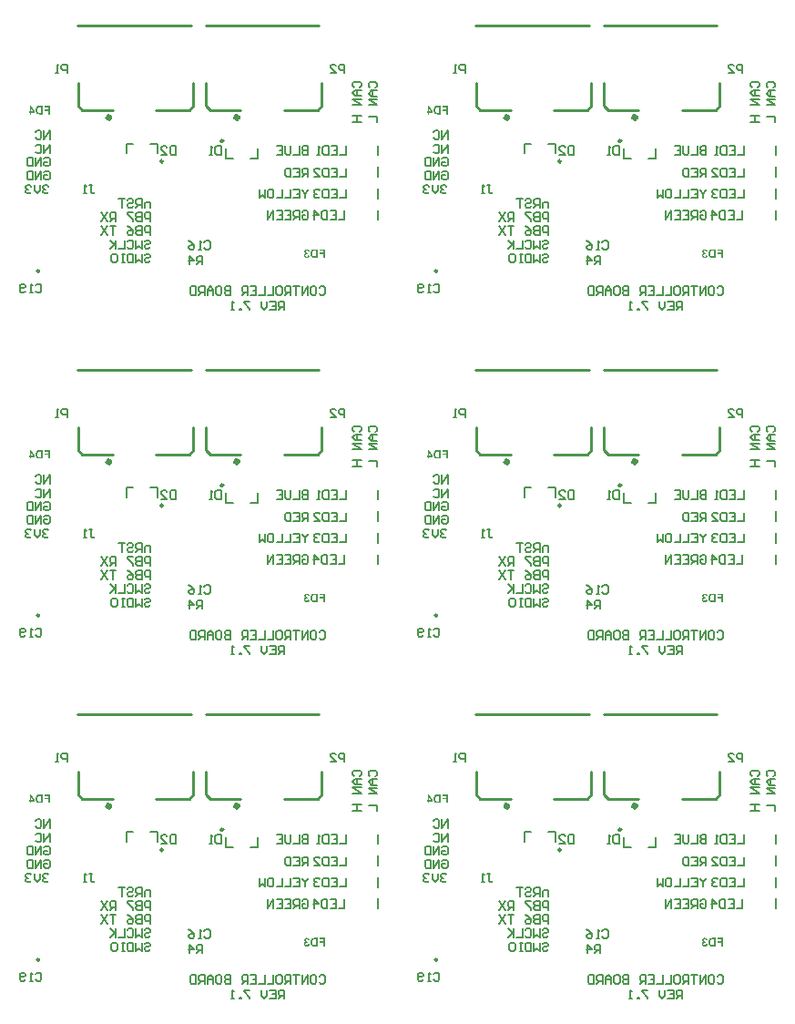
<source format=gbo>
G04*
G04 #@! TF.GenerationSoftware,Altium Limited,Altium Designer,20.0.10 (225)*
G04*
G04 Layer_Color=32896*
%FSLAX25Y25*%
%MOIN*%
G70*
G01*
G75*
%ADD32C,0.01968*%
%ADD35C,0.00787*%
%ADD36C,0.01000*%
%ADD42C,0.00591*%
%ADD55C,0.00984*%
%ADD90C,0.00709*%
%ADD91C,0.00669*%
G36*
X193661Y-34314D02*
X193024D01*
Y-32976D01*
X191709D01*
Y-32444D01*
X193024D01*
Y-31698D01*
X191499D01*
Y-31165D01*
X193661D01*
Y-34314D01*
D02*
G37*
G36*
X190972D02*
X189779D01*
X189657Y-34309D01*
X189543Y-34305D01*
X189447Y-34296D01*
X189370Y-34282D01*
X189306Y-34269D01*
X189256Y-34259D01*
X189243Y-34255D01*
X189229D01*
X189224Y-34250D01*
X189220D01*
X189120Y-34214D01*
X189029Y-34173D01*
X188956Y-34132D01*
X188892Y-34091D01*
X188842Y-34055D01*
X188806Y-34027D01*
X188783Y-34009D01*
X188774Y-34000D01*
X188697Y-33914D01*
X188628Y-33823D01*
X188569Y-33727D01*
X188524Y-33641D01*
X188487Y-33559D01*
X188469Y-33527D01*
X188460Y-33500D01*
X188451Y-33472D01*
X188442Y-33454D01*
X188437Y-33445D01*
Y-33440D01*
X188405Y-33331D01*
X188378Y-33217D01*
X188360Y-33108D01*
X188351Y-33004D01*
X188346Y-32954D01*
X188342Y-32908D01*
Y-32872D01*
X188337Y-32835D01*
Y-32808D01*
Y-32790D01*
Y-32776D01*
Y-32772D01*
X188342Y-32612D01*
X188355Y-32471D01*
X188360Y-32403D01*
X188369Y-32344D01*
X188378Y-32285D01*
X188387Y-32235D01*
X188401Y-32189D01*
X188410Y-32148D01*
X188419Y-32112D01*
X188424Y-32085D01*
X188433Y-32062D01*
X188437Y-32043D01*
X188442Y-32034D01*
Y-32030D01*
X188483Y-31921D01*
X188533Y-31821D01*
X188583Y-31734D01*
X188633Y-31661D01*
X188674Y-31602D01*
X188710Y-31557D01*
X188733Y-31529D01*
X188738Y-31520D01*
X188742D01*
X188820Y-31447D01*
X188897Y-31388D01*
X188979Y-31338D01*
X189051Y-31297D01*
X189115Y-31266D01*
X189170Y-31243D01*
X189188Y-31238D01*
X189202Y-31234D01*
X189211Y-31229D01*
X189215D01*
X189302Y-31206D01*
X189397Y-31193D01*
X189497Y-31179D01*
X189593Y-31174D01*
X189679Y-31170D01*
X189716Y-31165D01*
X190972D01*
Y-34314D01*
D02*
G37*
G36*
X188037Y-33158D02*
Y-33681D01*
X186745D01*
Y-34314D01*
X186162D01*
Y-33681D01*
X185771D01*
Y-33154D01*
X186162D01*
Y-31152D01*
X186672D01*
X188037Y-33158D01*
D02*
G37*
G36*
X47991Y-34314D02*
X47354D01*
Y-32976D01*
X46039D01*
Y-32444D01*
X47354D01*
Y-31698D01*
X45830D01*
Y-31165D01*
X47991D01*
Y-34314D01*
D02*
G37*
G36*
X45302D02*
X44110D01*
X43987Y-34309D01*
X43874Y-34305D01*
X43778Y-34296D01*
X43701Y-34282D01*
X43637Y-34269D01*
X43587Y-34259D01*
X43573Y-34255D01*
X43560D01*
X43555Y-34250D01*
X43551D01*
X43450Y-34214D01*
X43359Y-34173D01*
X43287Y-34132D01*
X43223Y-34091D01*
X43173Y-34055D01*
X43137Y-34027D01*
X43114Y-34009D01*
X43105Y-34000D01*
X43027Y-33914D01*
X42959Y-33823D01*
X42900Y-33727D01*
X42854Y-33641D01*
X42818Y-33559D01*
X42800Y-33527D01*
X42791Y-33500D01*
X42782Y-33472D01*
X42772Y-33454D01*
X42768Y-33445D01*
Y-33440D01*
X42736Y-33331D01*
X42709Y-33217D01*
X42691Y-33108D01*
X42682Y-33004D01*
X42677Y-32954D01*
X42672Y-32908D01*
Y-32872D01*
X42668Y-32835D01*
Y-32808D01*
Y-32790D01*
Y-32776D01*
Y-32772D01*
X42672Y-32612D01*
X42686Y-32471D01*
X42691Y-32403D01*
X42700Y-32344D01*
X42709Y-32285D01*
X42718Y-32235D01*
X42731Y-32189D01*
X42741Y-32148D01*
X42750Y-32112D01*
X42754Y-32085D01*
X42763Y-32062D01*
X42768Y-32043D01*
X42772Y-32034D01*
Y-32030D01*
X42813Y-31921D01*
X42864Y-31821D01*
X42913Y-31734D01*
X42964Y-31661D01*
X43005Y-31602D01*
X43041Y-31557D01*
X43064Y-31529D01*
X43068Y-31520D01*
X43073D01*
X43150Y-31447D01*
X43227Y-31388D01*
X43309Y-31338D01*
X43382Y-31297D01*
X43446Y-31266D01*
X43501Y-31243D01*
X43519Y-31238D01*
X43532Y-31234D01*
X43541Y-31229D01*
X43546D01*
X43632Y-31206D01*
X43728Y-31193D01*
X43828Y-31179D01*
X43924Y-31174D01*
X44010Y-31170D01*
X44047Y-31165D01*
X45302D01*
Y-34314D01*
D02*
G37*
G36*
X42368Y-33158D02*
Y-33681D01*
X41075D01*
Y-34314D01*
X40493D01*
Y-33681D01*
X40102D01*
Y-33154D01*
X40493D01*
Y-31152D01*
X41003D01*
X42368Y-33158D01*
D02*
G37*
G36*
X287631Y-83651D02*
X287718Y-83660D01*
X287800Y-83678D01*
X287868Y-83696D01*
X287923Y-83714D01*
X287968Y-83733D01*
X287995Y-83742D01*
X288000Y-83746D01*
X288004D01*
X288077Y-83787D01*
X288145Y-83833D01*
X288200Y-83878D01*
X288246Y-83919D01*
X288282Y-83960D01*
X288309Y-83992D01*
X288328Y-84010D01*
X288332Y-84019D01*
X288373Y-84088D01*
X288409Y-84160D01*
X288437Y-84238D01*
X288464Y-84310D01*
X288482Y-84379D01*
X288496Y-84429D01*
X288500Y-84452D01*
Y-84465D01*
X288505Y-84474D01*
Y-84479D01*
X287950Y-84570D01*
X287936Y-84497D01*
X287918Y-84433D01*
X287900Y-84379D01*
X287877Y-84338D01*
X287854Y-84301D01*
X287836Y-84274D01*
X287823Y-84260D01*
X287818Y-84256D01*
X287777Y-84219D01*
X287732Y-84192D01*
X287686Y-84174D01*
X287645Y-84160D01*
X287609Y-84151D01*
X287581Y-84147D01*
X287554D01*
X287499Y-84151D01*
X287445Y-84160D01*
X287404Y-84179D01*
X287368Y-84192D01*
X287336Y-84210D01*
X287317Y-84228D01*
X287304Y-84238D01*
X287299Y-84242D01*
X287267Y-84279D01*
X287245Y-84324D01*
X287226Y-84365D01*
X287217Y-84406D01*
X287208Y-84442D01*
X287204Y-84470D01*
Y-84488D01*
Y-84497D01*
X287208Y-84565D01*
X287222Y-84624D01*
X287245Y-84674D01*
X287267Y-84715D01*
X287295Y-84752D01*
X287313Y-84775D01*
X287331Y-84793D01*
X287336Y-84797D01*
X287390Y-84834D01*
X287449Y-84861D01*
X287513Y-84879D01*
X287572Y-84893D01*
X287627Y-84897D01*
X287672Y-84902D01*
X287713D01*
X287777Y-85389D01*
X287718Y-85375D01*
X287668Y-85361D01*
X287618Y-85352D01*
X287577Y-85348D01*
X287545Y-85343D01*
X287499D01*
X287436Y-85348D01*
X287381Y-85366D01*
X287331Y-85384D01*
X287286Y-85412D01*
X287254Y-85434D01*
X287226Y-85457D01*
X287208Y-85475D01*
X287204Y-85480D01*
X287163Y-85534D01*
X287131Y-85593D01*
X287108Y-85653D01*
X287090Y-85712D01*
X287081Y-85766D01*
X287076Y-85807D01*
Y-85835D01*
Y-85839D01*
Y-85844D01*
X287081Y-85930D01*
X287094Y-86008D01*
X287117Y-86076D01*
X287140Y-86130D01*
X287167Y-86171D01*
X287186Y-86203D01*
X287204Y-86226D01*
X287208Y-86230D01*
X287258Y-86276D01*
X287313Y-86312D01*
X287363Y-86335D01*
X287413Y-86353D01*
X287458Y-86362D01*
X287490Y-86367D01*
X287513Y-86372D01*
X287522D01*
X287586Y-86367D01*
X287641Y-86353D01*
X287690Y-86335D01*
X287736Y-86312D01*
X287768Y-86294D01*
X287795Y-86276D01*
X287813Y-86262D01*
X287818Y-86258D01*
X287859Y-86208D01*
X287895Y-86153D01*
X287918Y-86094D01*
X287941Y-86039D01*
X287954Y-85989D01*
X287964Y-85948D01*
X287968Y-85921D01*
Y-85917D01*
Y-85912D01*
X288550Y-85985D01*
X288541Y-86058D01*
X288523Y-86126D01*
X288482Y-86253D01*
X288432Y-86362D01*
X288400Y-86408D01*
X288373Y-86453D01*
X288346Y-86494D01*
X288318Y-86526D01*
X288296Y-86558D01*
X288273Y-86581D01*
X288255Y-86599D01*
X288241Y-86613D01*
X288232Y-86622D01*
X288227Y-86626D01*
X288173Y-86667D01*
X288114Y-86708D01*
X288059Y-86740D01*
X287995Y-86767D01*
X287877Y-86813D01*
X287768Y-86840D01*
X287713Y-86849D01*
X287668Y-86858D01*
X287627Y-86863D01*
X287590Y-86867D01*
X287559Y-86872D01*
X287518D01*
X287436Y-86867D01*
X287354Y-86858D01*
X287281Y-86845D01*
X287208Y-86827D01*
X287144Y-86804D01*
X287081Y-86781D01*
X287022Y-86754D01*
X286972Y-86726D01*
X286926Y-86699D01*
X286881Y-86672D01*
X286849Y-86649D01*
X286817Y-86626D01*
X286794Y-86608D01*
X286776Y-86594D01*
X286767Y-86585D01*
X286762Y-86581D01*
X286708Y-86526D01*
X286662Y-86467D01*
X286621Y-86408D01*
X286585Y-86349D01*
X286558Y-86285D01*
X286530Y-86226D01*
X286494Y-86117D01*
X286485Y-86067D01*
X286476Y-86017D01*
X286467Y-85976D01*
X286462Y-85939D01*
X286457Y-85912D01*
Y-85889D01*
Y-85876D01*
Y-85871D01*
X286467Y-85766D01*
X286485Y-85675D01*
X286508Y-85589D01*
X286539Y-85521D01*
X286571Y-85462D01*
X286594Y-85421D01*
X286612Y-85393D01*
X286621Y-85384D01*
X286685Y-85316D01*
X286758Y-85257D01*
X286831Y-85211D01*
X286899Y-85175D01*
X286958Y-85148D01*
X287008Y-85134D01*
X287026Y-85125D01*
X287040D01*
X287049Y-85120D01*
X287053D01*
X286972Y-85070D01*
X286903Y-85020D01*
X286844Y-84966D01*
X286790Y-84911D01*
X286744Y-84856D01*
X286708Y-84802D01*
X286680Y-84747D01*
X286653Y-84697D01*
X286635Y-84647D01*
X286621Y-84602D01*
X286612Y-84561D01*
X286608Y-84524D01*
X286603Y-84497D01*
X286598Y-84474D01*
Y-84461D01*
Y-84456D01*
X286603Y-84401D01*
X286608Y-84351D01*
X286635Y-84251D01*
X286667Y-84160D01*
X286708Y-84083D01*
X286749Y-84019D01*
X286785Y-83974D01*
X286799Y-83956D01*
X286812Y-83942D01*
X286817Y-83937D01*
X286822Y-83933D01*
X286872Y-83883D01*
X286931Y-83837D01*
X286985Y-83801D01*
X287044Y-83769D01*
X287108Y-83737D01*
X287167Y-83714D01*
X287281Y-83683D01*
X287331Y-83669D01*
X287381Y-83660D01*
X287422Y-83655D01*
X287463Y-83651D01*
X287495Y-83646D01*
X287536D01*
X287631Y-83651D01*
D02*
G37*
G36*
X141962D02*
X142049Y-83660D01*
X142130Y-83678D01*
X142199Y-83696D01*
X142253Y-83714D01*
X142299Y-83733D01*
X142326Y-83742D01*
X142331Y-83746D01*
X142335D01*
X142408Y-83787D01*
X142476Y-83833D01*
X142531Y-83878D01*
X142576Y-83919D01*
X142613Y-83960D01*
X142640Y-83992D01*
X142658Y-84010D01*
X142663Y-84019D01*
X142704Y-84088D01*
X142740Y-84160D01*
X142767Y-84238D01*
X142795Y-84310D01*
X142813Y-84379D01*
X142826Y-84429D01*
X142831Y-84452D01*
Y-84465D01*
X142836Y-84474D01*
Y-84479D01*
X142280Y-84570D01*
X142267Y-84497D01*
X142249Y-84433D01*
X142230Y-84379D01*
X142208Y-84338D01*
X142185Y-84301D01*
X142167Y-84274D01*
X142153Y-84260D01*
X142149Y-84256D01*
X142108Y-84219D01*
X142062Y-84192D01*
X142017Y-84174D01*
X141976Y-84160D01*
X141939Y-84151D01*
X141912Y-84147D01*
X141885D01*
X141830Y-84151D01*
X141776Y-84160D01*
X141735Y-84179D01*
X141698Y-84192D01*
X141666Y-84210D01*
X141648Y-84228D01*
X141634Y-84238D01*
X141630Y-84242D01*
X141598Y-84279D01*
X141575Y-84324D01*
X141557Y-84365D01*
X141548Y-84406D01*
X141539Y-84442D01*
X141534Y-84470D01*
Y-84488D01*
Y-84497D01*
X141539Y-84565D01*
X141552Y-84624D01*
X141575Y-84674D01*
X141598Y-84715D01*
X141625Y-84752D01*
X141644Y-84775D01*
X141662Y-84793D01*
X141666Y-84797D01*
X141721Y-84834D01*
X141780Y-84861D01*
X141844Y-84879D01*
X141903Y-84893D01*
X141957Y-84897D01*
X142003Y-84902D01*
X142044D01*
X142108Y-85389D01*
X142049Y-85375D01*
X141998Y-85361D01*
X141948Y-85352D01*
X141907Y-85348D01*
X141876Y-85343D01*
X141830D01*
X141766Y-85348D01*
X141712Y-85366D01*
X141662Y-85384D01*
X141616Y-85412D01*
X141584Y-85434D01*
X141557Y-85457D01*
X141539Y-85475D01*
X141534Y-85480D01*
X141493Y-85534D01*
X141462Y-85593D01*
X141439Y-85653D01*
X141421Y-85712D01*
X141411Y-85766D01*
X141407Y-85807D01*
Y-85835D01*
Y-85839D01*
Y-85844D01*
X141411Y-85930D01*
X141425Y-86008D01*
X141448Y-86076D01*
X141471Y-86130D01*
X141498Y-86171D01*
X141516Y-86203D01*
X141534Y-86226D01*
X141539Y-86230D01*
X141589Y-86276D01*
X141644Y-86312D01*
X141694Y-86335D01*
X141744Y-86353D01*
X141789Y-86362D01*
X141821Y-86367D01*
X141844Y-86372D01*
X141853D01*
X141917Y-86367D01*
X141971Y-86353D01*
X142021Y-86335D01*
X142067Y-86312D01*
X142098Y-86294D01*
X142126Y-86276D01*
X142144Y-86262D01*
X142149Y-86258D01*
X142190Y-86208D01*
X142226Y-86153D01*
X142249Y-86094D01*
X142271Y-86039D01*
X142285Y-85989D01*
X142294Y-85948D01*
X142299Y-85921D01*
Y-85917D01*
Y-85912D01*
X142881Y-85985D01*
X142872Y-86058D01*
X142854Y-86126D01*
X142813Y-86253D01*
X142763Y-86362D01*
X142731Y-86408D01*
X142704Y-86453D01*
X142676Y-86494D01*
X142649Y-86526D01*
X142626Y-86558D01*
X142604Y-86581D01*
X142585Y-86599D01*
X142572Y-86613D01*
X142563Y-86622D01*
X142558Y-86626D01*
X142503Y-86667D01*
X142444Y-86708D01*
X142390Y-86740D01*
X142326Y-86767D01*
X142208Y-86813D01*
X142098Y-86840D01*
X142044Y-86849D01*
X141998Y-86858D01*
X141957Y-86863D01*
X141921Y-86867D01*
X141889Y-86872D01*
X141848D01*
X141766Y-86867D01*
X141684Y-86858D01*
X141612Y-86845D01*
X141539Y-86827D01*
X141475Y-86804D01*
X141411Y-86781D01*
X141352Y-86754D01*
X141302Y-86726D01*
X141257Y-86699D01*
X141211Y-86672D01*
X141179Y-86649D01*
X141148Y-86626D01*
X141125Y-86608D01*
X141107Y-86594D01*
X141097Y-86585D01*
X141093Y-86581D01*
X141038Y-86526D01*
X140993Y-86467D01*
X140952Y-86408D01*
X140916Y-86349D01*
X140888Y-86285D01*
X140861Y-86226D01*
X140824Y-86117D01*
X140815Y-86067D01*
X140806Y-86017D01*
X140797Y-85976D01*
X140793Y-85939D01*
X140788Y-85912D01*
Y-85889D01*
Y-85876D01*
Y-85871D01*
X140797Y-85766D01*
X140815Y-85675D01*
X140838Y-85589D01*
X140870Y-85521D01*
X140902Y-85462D01*
X140925Y-85421D01*
X140943Y-85393D01*
X140952Y-85384D01*
X141016Y-85316D01*
X141088Y-85257D01*
X141161Y-85211D01*
X141229Y-85175D01*
X141289Y-85148D01*
X141339Y-85134D01*
X141357Y-85125D01*
X141370D01*
X141380Y-85120D01*
X141384D01*
X141302Y-85070D01*
X141234Y-85020D01*
X141175Y-84966D01*
X141120Y-84911D01*
X141075Y-84856D01*
X141038Y-84802D01*
X141011Y-84747D01*
X140984Y-84697D01*
X140966Y-84647D01*
X140952Y-84602D01*
X140943Y-84561D01*
X140938Y-84524D01*
X140934Y-84497D01*
X140929Y-84474D01*
Y-84461D01*
Y-84456D01*
X140934Y-84401D01*
X140938Y-84351D01*
X140966Y-84251D01*
X140997Y-84160D01*
X141038Y-84083D01*
X141079Y-84019D01*
X141116Y-83974D01*
X141129Y-83956D01*
X141143Y-83942D01*
X141148Y-83937D01*
X141152Y-83933D01*
X141202Y-83883D01*
X141261Y-83837D01*
X141316Y-83801D01*
X141375Y-83769D01*
X141439Y-83737D01*
X141498Y-83714D01*
X141612Y-83683D01*
X141662Y-83669D01*
X141712Y-83660D01*
X141753Y-83655D01*
X141794Y-83651D01*
X141825Y-83646D01*
X141867D01*
X141962Y-83651D01*
D02*
G37*
G36*
X294256Y-86813D02*
X293619D01*
Y-85475D01*
X292304D01*
Y-84943D01*
X293619D01*
Y-84197D01*
X292095D01*
Y-83664D01*
X294256D01*
Y-86813D01*
D02*
G37*
G36*
X291567D02*
X290375D01*
X290252Y-86808D01*
X290138Y-86804D01*
X290043Y-86795D01*
X289966Y-86781D01*
X289902Y-86767D01*
X289852Y-86758D01*
X289838Y-86754D01*
X289825D01*
X289820Y-86749D01*
X289815D01*
X289715Y-86713D01*
X289624Y-86672D01*
X289551Y-86631D01*
X289488Y-86590D01*
X289438Y-86554D01*
X289401Y-86526D01*
X289379Y-86508D01*
X289370Y-86499D01*
X289292Y-86413D01*
X289224Y-86322D01*
X289165Y-86226D01*
X289119Y-86140D01*
X289083Y-86058D01*
X289065Y-86026D01*
X289055Y-85998D01*
X289046Y-85971D01*
X289037Y-85953D01*
X289033Y-85944D01*
Y-85939D01*
X289001Y-85830D01*
X288974Y-85716D01*
X288955Y-85607D01*
X288946Y-85502D01*
X288942Y-85453D01*
X288937Y-85407D01*
Y-85371D01*
X288933Y-85334D01*
Y-85307D01*
Y-85289D01*
Y-85275D01*
Y-85271D01*
X288937Y-85111D01*
X288951Y-84970D01*
X288955Y-84902D01*
X288965Y-84843D01*
X288974Y-84784D01*
X288983Y-84734D01*
X288996Y-84688D01*
X289005Y-84647D01*
X289015Y-84611D01*
X289019Y-84583D01*
X289028Y-84561D01*
X289033Y-84543D01*
X289037Y-84533D01*
Y-84529D01*
X289078Y-84420D01*
X289128Y-84320D01*
X289178Y-84233D01*
X289228Y-84160D01*
X289269Y-84101D01*
X289306Y-84056D01*
X289329Y-84028D01*
X289333Y-84019D01*
X289338D01*
X289415Y-83946D01*
X289492Y-83887D01*
X289574Y-83837D01*
X289647Y-83796D01*
X289711Y-83764D01*
X289765Y-83742D01*
X289784Y-83737D01*
X289797Y-83733D01*
X289806Y-83728D01*
X289811D01*
X289897Y-83705D01*
X289993Y-83692D01*
X290093Y-83678D01*
X290189Y-83673D01*
X290275Y-83669D01*
X290311Y-83664D01*
X291567D01*
Y-86813D01*
D02*
G37*
G36*
X148587D02*
X147950D01*
Y-85475D01*
X146635D01*
Y-84943D01*
X147950D01*
Y-84197D01*
X146426D01*
Y-83664D01*
X148587D01*
Y-86813D01*
D02*
G37*
G36*
X145898D02*
X144706D01*
X144583Y-86808D01*
X144469Y-86804D01*
X144374Y-86795D01*
X144296Y-86781D01*
X144232Y-86767D01*
X144182Y-86758D01*
X144169Y-86754D01*
X144155D01*
X144151Y-86749D01*
X144146D01*
X144046Y-86713D01*
X143955Y-86672D01*
X143882Y-86631D01*
X143818Y-86590D01*
X143768Y-86554D01*
X143732Y-86526D01*
X143709Y-86508D01*
X143700Y-86499D01*
X143623Y-86413D01*
X143554Y-86322D01*
X143495Y-86226D01*
X143450Y-86140D01*
X143413Y-86058D01*
X143395Y-86026D01*
X143386Y-85998D01*
X143377Y-85971D01*
X143368Y-85953D01*
X143363Y-85944D01*
Y-85939D01*
X143332Y-85830D01*
X143304Y-85716D01*
X143286Y-85607D01*
X143277Y-85502D01*
X143272Y-85453D01*
X143268Y-85407D01*
Y-85371D01*
X143263Y-85334D01*
Y-85307D01*
Y-85289D01*
Y-85275D01*
Y-85271D01*
X143268Y-85111D01*
X143281Y-84970D01*
X143286Y-84902D01*
X143295Y-84843D01*
X143304Y-84784D01*
X143313Y-84734D01*
X143327Y-84688D01*
X143336Y-84647D01*
X143345Y-84611D01*
X143350Y-84583D01*
X143359Y-84561D01*
X143363Y-84543D01*
X143368Y-84533D01*
Y-84529D01*
X143409Y-84420D01*
X143459Y-84320D01*
X143509Y-84233D01*
X143559Y-84160D01*
X143600Y-84101D01*
X143636Y-84056D01*
X143659Y-84028D01*
X143664Y-84019D01*
X143668D01*
X143746Y-83946D01*
X143823Y-83887D01*
X143905Y-83837D01*
X143978Y-83796D01*
X144041Y-83764D01*
X144096Y-83742D01*
X144114Y-83737D01*
X144128Y-83733D01*
X144137Y-83728D01*
X144141D01*
X144228Y-83705D01*
X144324Y-83692D01*
X144424Y-83678D01*
X144519Y-83673D01*
X144606Y-83669D01*
X144642Y-83664D01*
X145898D01*
Y-86813D01*
D02*
G37*
G36*
X193661Y-160298D02*
X193024D01*
Y-158961D01*
X191709D01*
Y-158428D01*
X193024D01*
Y-157682D01*
X191499D01*
Y-157150D01*
X193661D01*
Y-160298D01*
D02*
G37*
G36*
X190972D02*
X189779D01*
X189657Y-160294D01*
X189543Y-160289D01*
X189447Y-160280D01*
X189370Y-160266D01*
X189306Y-160253D01*
X189256Y-160244D01*
X189243Y-160239D01*
X189229D01*
X189224Y-160235D01*
X189220D01*
X189120Y-160198D01*
X189029Y-160157D01*
X188956Y-160116D01*
X188892Y-160075D01*
X188842Y-160039D01*
X188806Y-160012D01*
X188783Y-159993D01*
X188774Y-159984D01*
X188697Y-159898D01*
X188628Y-159807D01*
X188569Y-159711D01*
X188524Y-159625D01*
X188487Y-159543D01*
X188469Y-159511D01*
X188460Y-159484D01*
X188451Y-159457D01*
X188442Y-159438D01*
X188437Y-159429D01*
Y-159425D01*
X188405Y-159316D01*
X188378Y-159202D01*
X188360Y-159092D01*
X188351Y-158988D01*
X188346Y-158938D01*
X188342Y-158892D01*
Y-158856D01*
X188337Y-158819D01*
Y-158792D01*
Y-158774D01*
Y-158760D01*
Y-158756D01*
X188342Y-158597D01*
X188355Y-158456D01*
X188360Y-158387D01*
X188369Y-158328D01*
X188378Y-158269D01*
X188387Y-158219D01*
X188401Y-158173D01*
X188410Y-158133D01*
X188419Y-158096D01*
X188424Y-158069D01*
X188433Y-158046D01*
X188437Y-158028D01*
X188442Y-158019D01*
Y-158014D01*
X188483Y-157905D01*
X188533Y-157805D01*
X188583Y-157718D01*
X188633Y-157646D01*
X188674Y-157587D01*
X188710Y-157541D01*
X188733Y-157514D01*
X188738Y-157505D01*
X188742D01*
X188820Y-157432D01*
X188897Y-157373D01*
X188979Y-157323D01*
X189051Y-157282D01*
X189115Y-157250D01*
X189170Y-157227D01*
X189188Y-157222D01*
X189202Y-157218D01*
X189211Y-157213D01*
X189215D01*
X189302Y-157191D01*
X189397Y-157177D01*
X189497Y-157163D01*
X189593Y-157159D01*
X189679Y-157154D01*
X189716Y-157150D01*
X190972D01*
Y-160298D01*
D02*
G37*
G36*
X188037Y-159143D02*
Y-159666D01*
X186745D01*
Y-160298D01*
X186162D01*
Y-159666D01*
X185771D01*
Y-159138D01*
X186162D01*
Y-157136D01*
X186672D01*
X188037Y-159143D01*
D02*
G37*
G36*
X47991Y-160298D02*
X47354D01*
Y-158961D01*
X46039D01*
Y-158428D01*
X47354D01*
Y-157682D01*
X45830D01*
Y-157150D01*
X47991D01*
Y-160298D01*
D02*
G37*
G36*
X45302D02*
X44110D01*
X43987Y-160294D01*
X43874Y-160289D01*
X43778Y-160280D01*
X43701Y-160266D01*
X43637Y-160253D01*
X43587Y-160244D01*
X43573Y-160239D01*
X43560D01*
X43555Y-160235D01*
X43551D01*
X43450Y-160198D01*
X43359Y-160157D01*
X43287Y-160116D01*
X43223Y-160075D01*
X43173Y-160039D01*
X43137Y-160012D01*
X43114Y-159993D01*
X43105Y-159984D01*
X43027Y-159898D01*
X42959Y-159807D01*
X42900Y-159711D01*
X42854Y-159625D01*
X42818Y-159543D01*
X42800Y-159511D01*
X42791Y-159484D01*
X42782Y-159457D01*
X42772Y-159438D01*
X42768Y-159429D01*
Y-159425D01*
X42736Y-159316D01*
X42709Y-159202D01*
X42691Y-159092D01*
X42682Y-158988D01*
X42677Y-158938D01*
X42672Y-158892D01*
Y-158856D01*
X42668Y-158819D01*
Y-158792D01*
Y-158774D01*
Y-158760D01*
Y-158756D01*
X42672Y-158597D01*
X42686Y-158456D01*
X42691Y-158387D01*
X42700Y-158328D01*
X42709Y-158269D01*
X42718Y-158219D01*
X42731Y-158173D01*
X42741Y-158133D01*
X42750Y-158096D01*
X42754Y-158069D01*
X42763Y-158046D01*
X42768Y-158028D01*
X42772Y-158019D01*
Y-158014D01*
X42813Y-157905D01*
X42864Y-157805D01*
X42913Y-157718D01*
X42964Y-157646D01*
X43005Y-157587D01*
X43041Y-157541D01*
X43064Y-157514D01*
X43068Y-157505D01*
X43073D01*
X43150Y-157432D01*
X43227Y-157373D01*
X43309Y-157323D01*
X43382Y-157282D01*
X43446Y-157250D01*
X43501Y-157227D01*
X43519Y-157222D01*
X43532Y-157218D01*
X43541Y-157213D01*
X43546D01*
X43632Y-157191D01*
X43728Y-157177D01*
X43828Y-157163D01*
X43924Y-157159D01*
X44010Y-157154D01*
X44047Y-157150D01*
X45302D01*
Y-160298D01*
D02*
G37*
G36*
X42368Y-159143D02*
Y-159666D01*
X41075D01*
Y-160298D01*
X40493D01*
Y-159666D01*
X40102D01*
Y-159138D01*
X40493D01*
Y-157136D01*
X41003D01*
X42368Y-159143D01*
D02*
G37*
G36*
X287631Y-209635D02*
X287718Y-209644D01*
X287800Y-209662D01*
X287868Y-209681D01*
X287923Y-209699D01*
X287968Y-209717D01*
X287995Y-209726D01*
X288000Y-209731D01*
X288004D01*
X288077Y-209771D01*
X288145Y-209817D01*
X288200Y-209862D01*
X288246Y-209903D01*
X288282Y-209944D01*
X288309Y-209976D01*
X288328Y-209994D01*
X288332Y-210003D01*
X288373Y-210072D01*
X288409Y-210145D01*
X288437Y-210222D01*
X288464Y-210295D01*
X288482Y-210363D01*
X288496Y-210413D01*
X288500Y-210436D01*
Y-210449D01*
X288505Y-210458D01*
Y-210463D01*
X287950Y-210554D01*
X287936Y-210481D01*
X287918Y-210418D01*
X287900Y-210363D01*
X287877Y-210322D01*
X287854Y-210286D01*
X287836Y-210258D01*
X287823Y-210245D01*
X287818Y-210240D01*
X287777Y-210204D01*
X287732Y-210176D01*
X287686Y-210158D01*
X287645Y-210145D01*
X287609Y-210136D01*
X287581Y-210131D01*
X287554D01*
X287499Y-210136D01*
X287445Y-210145D01*
X287404Y-210163D01*
X287368Y-210176D01*
X287336Y-210195D01*
X287317Y-210213D01*
X287304Y-210222D01*
X287299Y-210226D01*
X287267Y-210263D01*
X287245Y-210308D01*
X287226Y-210349D01*
X287217Y-210390D01*
X287208Y-210427D01*
X287204Y-210454D01*
Y-210472D01*
Y-210481D01*
X287208Y-210549D01*
X287222Y-210609D01*
X287245Y-210659D01*
X287267Y-210700D01*
X287295Y-210736D01*
X287313Y-210759D01*
X287331Y-210777D01*
X287336Y-210782D01*
X287390Y-210818D01*
X287449Y-210845D01*
X287513Y-210863D01*
X287572Y-210877D01*
X287627Y-210882D01*
X287672Y-210886D01*
X287713D01*
X287777Y-211373D01*
X287718Y-211359D01*
X287668Y-211346D01*
X287618Y-211337D01*
X287577Y-211332D01*
X287545Y-211328D01*
X287499D01*
X287436Y-211332D01*
X287381Y-211350D01*
X287331Y-211368D01*
X287286Y-211396D01*
X287254Y-211419D01*
X287226Y-211441D01*
X287208Y-211459D01*
X287204Y-211464D01*
X287163Y-211519D01*
X287131Y-211578D01*
X287108Y-211637D01*
X287090Y-211696D01*
X287081Y-211751D01*
X287076Y-211792D01*
Y-211819D01*
Y-211824D01*
Y-211828D01*
X287081Y-211914D01*
X287094Y-211992D01*
X287117Y-212060D01*
X287140Y-212115D01*
X287167Y-212156D01*
X287186Y-212188D01*
X287204Y-212210D01*
X287208Y-212215D01*
X287258Y-212260D01*
X287313Y-212297D01*
X287363Y-212319D01*
X287413Y-212338D01*
X287458Y-212347D01*
X287490Y-212351D01*
X287513Y-212356D01*
X287522D01*
X287586Y-212351D01*
X287641Y-212338D01*
X287690Y-212319D01*
X287736Y-212297D01*
X287768Y-212279D01*
X287795Y-212260D01*
X287813Y-212247D01*
X287818Y-212242D01*
X287859Y-212192D01*
X287895Y-212138D01*
X287918Y-212078D01*
X287941Y-212024D01*
X287954Y-211974D01*
X287964Y-211933D01*
X287968Y-211905D01*
Y-211901D01*
Y-211896D01*
X288550Y-211969D01*
X288541Y-212042D01*
X288523Y-212110D01*
X288482Y-212238D01*
X288432Y-212347D01*
X288400Y-212392D01*
X288373Y-212438D01*
X288346Y-212479D01*
X288318Y-212511D01*
X288296Y-212542D01*
X288273Y-212565D01*
X288255Y-212583D01*
X288241Y-212597D01*
X288232Y-212606D01*
X288227Y-212611D01*
X288173Y-212652D01*
X288114Y-212693D01*
X288059Y-212724D01*
X287995Y-212752D01*
X287877Y-212797D01*
X287768Y-212825D01*
X287713Y-212834D01*
X287668Y-212843D01*
X287627Y-212847D01*
X287590Y-212852D01*
X287559Y-212856D01*
X287518D01*
X287436Y-212852D01*
X287354Y-212843D01*
X287281Y-212829D01*
X287208Y-212811D01*
X287144Y-212788D01*
X287081Y-212765D01*
X287022Y-212738D01*
X286972Y-212711D01*
X286926Y-212684D01*
X286881Y-212656D01*
X286849Y-212633D01*
X286817Y-212611D01*
X286794Y-212593D01*
X286776Y-212579D01*
X286767Y-212570D01*
X286762Y-212565D01*
X286708Y-212511D01*
X286662Y-212451D01*
X286621Y-212392D01*
X286585Y-212333D01*
X286558Y-212269D01*
X286530Y-212210D01*
X286494Y-212101D01*
X286485Y-212051D01*
X286476Y-212001D01*
X286467Y-211960D01*
X286462Y-211924D01*
X286457Y-211896D01*
Y-211874D01*
Y-211860D01*
Y-211855D01*
X286467Y-211751D01*
X286485Y-211660D01*
X286508Y-211573D01*
X286539Y-211505D01*
X286571Y-211446D01*
X286594Y-211405D01*
X286612Y-211378D01*
X286621Y-211368D01*
X286685Y-211300D01*
X286758Y-211241D01*
X286831Y-211196D01*
X286899Y-211159D01*
X286958Y-211132D01*
X287008Y-211118D01*
X287026Y-211109D01*
X287040D01*
X287049Y-211105D01*
X287053D01*
X286972Y-211055D01*
X286903Y-211004D01*
X286844Y-210950D01*
X286790Y-210895D01*
X286744Y-210841D01*
X286708Y-210786D01*
X286680Y-210732D01*
X286653Y-210682D01*
X286635Y-210631D01*
X286621Y-210586D01*
X286612Y-210545D01*
X286608Y-210509D01*
X286603Y-210481D01*
X286598Y-210458D01*
Y-210445D01*
Y-210440D01*
X286603Y-210386D01*
X286608Y-210336D01*
X286635Y-210236D01*
X286667Y-210145D01*
X286708Y-210067D01*
X286749Y-210003D01*
X286785Y-209958D01*
X286799Y-209940D01*
X286812Y-209926D01*
X286817Y-209922D01*
X286822Y-209917D01*
X286872Y-209867D01*
X286931Y-209822D01*
X286985Y-209785D01*
X287044Y-209753D01*
X287108Y-209721D01*
X287167Y-209699D01*
X287281Y-209667D01*
X287331Y-209653D01*
X287381Y-209644D01*
X287422Y-209640D01*
X287463Y-209635D01*
X287495Y-209630D01*
X287536D01*
X287631Y-209635D01*
D02*
G37*
G36*
X141962D02*
X142049Y-209644D01*
X142130Y-209662D01*
X142199Y-209681D01*
X142253Y-209699D01*
X142299Y-209717D01*
X142326Y-209726D01*
X142331Y-209731D01*
X142335D01*
X142408Y-209771D01*
X142476Y-209817D01*
X142531Y-209862D01*
X142576Y-209903D01*
X142613Y-209944D01*
X142640Y-209976D01*
X142658Y-209994D01*
X142663Y-210003D01*
X142704Y-210072D01*
X142740Y-210145D01*
X142767Y-210222D01*
X142795Y-210295D01*
X142813Y-210363D01*
X142826Y-210413D01*
X142831Y-210436D01*
Y-210449D01*
X142836Y-210458D01*
Y-210463D01*
X142280Y-210554D01*
X142267Y-210481D01*
X142249Y-210418D01*
X142230Y-210363D01*
X142208Y-210322D01*
X142185Y-210286D01*
X142167Y-210258D01*
X142153Y-210245D01*
X142149Y-210240D01*
X142108Y-210204D01*
X142062Y-210176D01*
X142017Y-210158D01*
X141976Y-210145D01*
X141939Y-210136D01*
X141912Y-210131D01*
X141885D01*
X141830Y-210136D01*
X141776Y-210145D01*
X141735Y-210163D01*
X141698Y-210176D01*
X141666Y-210195D01*
X141648Y-210213D01*
X141634Y-210222D01*
X141630Y-210226D01*
X141598Y-210263D01*
X141575Y-210308D01*
X141557Y-210349D01*
X141548Y-210390D01*
X141539Y-210427D01*
X141534Y-210454D01*
Y-210472D01*
Y-210481D01*
X141539Y-210549D01*
X141552Y-210609D01*
X141575Y-210659D01*
X141598Y-210700D01*
X141625Y-210736D01*
X141644Y-210759D01*
X141662Y-210777D01*
X141666Y-210782D01*
X141721Y-210818D01*
X141780Y-210845D01*
X141844Y-210863D01*
X141903Y-210877D01*
X141957Y-210882D01*
X142003Y-210886D01*
X142044D01*
X142108Y-211373D01*
X142049Y-211359D01*
X141998Y-211346D01*
X141948Y-211337D01*
X141907Y-211332D01*
X141876Y-211328D01*
X141830D01*
X141766Y-211332D01*
X141712Y-211350D01*
X141662Y-211368D01*
X141616Y-211396D01*
X141584Y-211419D01*
X141557Y-211441D01*
X141539Y-211459D01*
X141534Y-211464D01*
X141493Y-211519D01*
X141462Y-211578D01*
X141439Y-211637D01*
X141421Y-211696D01*
X141411Y-211751D01*
X141407Y-211792D01*
Y-211819D01*
Y-211824D01*
Y-211828D01*
X141411Y-211914D01*
X141425Y-211992D01*
X141448Y-212060D01*
X141471Y-212115D01*
X141498Y-212156D01*
X141516Y-212188D01*
X141534Y-212210D01*
X141539Y-212215D01*
X141589Y-212260D01*
X141644Y-212297D01*
X141694Y-212319D01*
X141744Y-212338D01*
X141789Y-212347D01*
X141821Y-212351D01*
X141844Y-212356D01*
X141853D01*
X141917Y-212351D01*
X141971Y-212338D01*
X142021Y-212319D01*
X142067Y-212297D01*
X142098Y-212279D01*
X142126Y-212260D01*
X142144Y-212247D01*
X142149Y-212242D01*
X142190Y-212192D01*
X142226Y-212138D01*
X142249Y-212078D01*
X142271Y-212024D01*
X142285Y-211974D01*
X142294Y-211933D01*
X142299Y-211905D01*
Y-211901D01*
Y-211896D01*
X142881Y-211969D01*
X142872Y-212042D01*
X142854Y-212110D01*
X142813Y-212238D01*
X142763Y-212347D01*
X142731Y-212392D01*
X142704Y-212438D01*
X142676Y-212479D01*
X142649Y-212511D01*
X142626Y-212542D01*
X142604Y-212565D01*
X142585Y-212583D01*
X142572Y-212597D01*
X142563Y-212606D01*
X142558Y-212611D01*
X142503Y-212652D01*
X142444Y-212693D01*
X142390Y-212724D01*
X142326Y-212752D01*
X142208Y-212797D01*
X142098Y-212825D01*
X142044Y-212834D01*
X141998Y-212843D01*
X141957Y-212847D01*
X141921Y-212852D01*
X141889Y-212856D01*
X141848D01*
X141766Y-212852D01*
X141684Y-212843D01*
X141612Y-212829D01*
X141539Y-212811D01*
X141475Y-212788D01*
X141411Y-212765D01*
X141352Y-212738D01*
X141302Y-212711D01*
X141257Y-212684D01*
X141211Y-212656D01*
X141179Y-212633D01*
X141148Y-212611D01*
X141125Y-212593D01*
X141107Y-212579D01*
X141097Y-212570D01*
X141093Y-212565D01*
X141038Y-212511D01*
X140993Y-212451D01*
X140952Y-212392D01*
X140916Y-212333D01*
X140888Y-212269D01*
X140861Y-212210D01*
X140824Y-212101D01*
X140815Y-212051D01*
X140806Y-212001D01*
X140797Y-211960D01*
X140793Y-211924D01*
X140788Y-211896D01*
Y-211874D01*
Y-211860D01*
Y-211855D01*
X140797Y-211751D01*
X140815Y-211660D01*
X140838Y-211573D01*
X140870Y-211505D01*
X140902Y-211446D01*
X140925Y-211405D01*
X140943Y-211378D01*
X140952Y-211368D01*
X141016Y-211300D01*
X141088Y-211241D01*
X141161Y-211196D01*
X141229Y-211159D01*
X141289Y-211132D01*
X141339Y-211118D01*
X141357Y-211109D01*
X141370D01*
X141380Y-211105D01*
X141384D01*
X141302Y-211055D01*
X141234Y-211004D01*
X141175Y-210950D01*
X141120Y-210895D01*
X141075Y-210841D01*
X141038Y-210786D01*
X141011Y-210732D01*
X140984Y-210682D01*
X140966Y-210631D01*
X140952Y-210586D01*
X140943Y-210545D01*
X140938Y-210509D01*
X140934Y-210481D01*
X140929Y-210458D01*
Y-210445D01*
Y-210440D01*
X140934Y-210386D01*
X140938Y-210336D01*
X140966Y-210236D01*
X140997Y-210145D01*
X141038Y-210067D01*
X141079Y-210003D01*
X141116Y-209958D01*
X141129Y-209940D01*
X141143Y-209926D01*
X141148Y-209922D01*
X141152Y-209917D01*
X141202Y-209867D01*
X141261Y-209822D01*
X141316Y-209785D01*
X141375Y-209753D01*
X141439Y-209721D01*
X141498Y-209699D01*
X141612Y-209667D01*
X141662Y-209653D01*
X141712Y-209644D01*
X141753Y-209640D01*
X141794Y-209635D01*
X141825Y-209630D01*
X141867D01*
X141962Y-209635D01*
D02*
G37*
G36*
X294256Y-212797D02*
X293619D01*
Y-211459D01*
X292304D01*
Y-210927D01*
X293619D01*
Y-210181D01*
X292095D01*
Y-209649D01*
X294256D01*
Y-212797D01*
D02*
G37*
G36*
X291567D02*
X290375D01*
X290252Y-212793D01*
X290138Y-212788D01*
X290043Y-212779D01*
X289966Y-212765D01*
X289902Y-212752D01*
X289852Y-212743D01*
X289838Y-212738D01*
X289825D01*
X289820Y-212734D01*
X289815D01*
X289715Y-212697D01*
X289624Y-212656D01*
X289551Y-212615D01*
X289488Y-212574D01*
X289438Y-212538D01*
X289401Y-212511D01*
X289379Y-212492D01*
X289370Y-212483D01*
X289292Y-212397D01*
X289224Y-212306D01*
X289165Y-212210D01*
X289119Y-212124D01*
X289083Y-212042D01*
X289065Y-212010D01*
X289055Y-211983D01*
X289046Y-211955D01*
X289037Y-211937D01*
X289033Y-211928D01*
Y-211924D01*
X289001Y-211814D01*
X288974Y-211701D01*
X288955Y-211592D01*
X288946Y-211487D01*
X288942Y-211437D01*
X288937Y-211391D01*
Y-211355D01*
X288933Y-211318D01*
Y-211291D01*
Y-211273D01*
Y-211259D01*
Y-211255D01*
X288937Y-211095D01*
X288951Y-210954D01*
X288955Y-210886D01*
X288965Y-210827D01*
X288974Y-210768D01*
X288983Y-210718D01*
X288996Y-210672D01*
X289005Y-210631D01*
X289015Y-210595D01*
X289019Y-210568D01*
X289028Y-210545D01*
X289033Y-210527D01*
X289037Y-210518D01*
Y-210513D01*
X289078Y-210404D01*
X289128Y-210304D01*
X289178Y-210217D01*
X289228Y-210145D01*
X289269Y-210085D01*
X289306Y-210040D01*
X289329Y-210013D01*
X289333Y-210003D01*
X289338D01*
X289415Y-209931D01*
X289492Y-209872D01*
X289574Y-209822D01*
X289647Y-209781D01*
X289711Y-209749D01*
X289765Y-209726D01*
X289784Y-209721D01*
X289797Y-209717D01*
X289806Y-209712D01*
X289811D01*
X289897Y-209690D01*
X289993Y-209676D01*
X290093Y-209662D01*
X290189Y-209658D01*
X290275Y-209653D01*
X290311Y-209649D01*
X291567D01*
Y-212797D01*
D02*
G37*
G36*
X148587D02*
X147950D01*
Y-211459D01*
X146635D01*
Y-210927D01*
X147950D01*
Y-210181D01*
X146426D01*
Y-209649D01*
X148587D01*
Y-212797D01*
D02*
G37*
G36*
X145898D02*
X144706D01*
X144583Y-212793D01*
X144469Y-212788D01*
X144374Y-212779D01*
X144296Y-212765D01*
X144232Y-212752D01*
X144182Y-212743D01*
X144169Y-212738D01*
X144155D01*
X144151Y-212734D01*
X144146D01*
X144046Y-212697D01*
X143955Y-212656D01*
X143882Y-212615D01*
X143818Y-212574D01*
X143768Y-212538D01*
X143732Y-212511D01*
X143709Y-212492D01*
X143700Y-212483D01*
X143623Y-212397D01*
X143554Y-212306D01*
X143495Y-212210D01*
X143450Y-212124D01*
X143413Y-212042D01*
X143395Y-212010D01*
X143386Y-211983D01*
X143377Y-211955D01*
X143368Y-211937D01*
X143363Y-211928D01*
Y-211924D01*
X143332Y-211814D01*
X143304Y-211701D01*
X143286Y-211592D01*
X143277Y-211487D01*
X143272Y-211437D01*
X143268Y-211391D01*
Y-211355D01*
X143263Y-211318D01*
Y-211291D01*
Y-211273D01*
Y-211259D01*
Y-211255D01*
X143268Y-211095D01*
X143281Y-210954D01*
X143286Y-210886D01*
X143295Y-210827D01*
X143304Y-210768D01*
X143313Y-210718D01*
X143327Y-210672D01*
X143336Y-210631D01*
X143345Y-210595D01*
X143350Y-210568D01*
X143359Y-210545D01*
X143363Y-210527D01*
X143368Y-210518D01*
Y-210513D01*
X143409Y-210404D01*
X143459Y-210304D01*
X143509Y-210217D01*
X143559Y-210145D01*
X143600Y-210085D01*
X143636Y-210040D01*
X143659Y-210013D01*
X143664Y-210003D01*
X143668D01*
X143746Y-209931D01*
X143823Y-209872D01*
X143905Y-209822D01*
X143978Y-209781D01*
X144041Y-209749D01*
X144096Y-209726D01*
X144114Y-209721D01*
X144128Y-209717D01*
X144137Y-209712D01*
X144141D01*
X144228Y-209690D01*
X144324Y-209676D01*
X144424Y-209662D01*
X144519Y-209658D01*
X144606Y-209653D01*
X144642Y-209649D01*
X145898D01*
Y-212797D01*
D02*
G37*
G36*
X193661Y-286283D02*
X193024D01*
Y-284945D01*
X191709D01*
Y-284413D01*
X193024D01*
Y-283666D01*
X191499D01*
Y-283134D01*
X193661D01*
Y-286283D01*
D02*
G37*
G36*
X190972D02*
X189779D01*
X189657Y-286278D01*
X189543Y-286274D01*
X189447Y-286264D01*
X189370Y-286251D01*
X189306Y-286237D01*
X189256Y-286228D01*
X189243Y-286223D01*
X189229D01*
X189224Y-286219D01*
X189220D01*
X189120Y-286182D01*
X189029Y-286141D01*
X188956Y-286101D01*
X188892Y-286060D01*
X188842Y-286023D01*
X188806Y-285996D01*
X188783Y-285978D01*
X188774Y-285969D01*
X188697Y-285882D01*
X188628Y-285791D01*
X188569Y-285696D01*
X188524Y-285609D01*
X188487Y-285527D01*
X188469Y-285495D01*
X188460Y-285468D01*
X188451Y-285441D01*
X188442Y-285423D01*
X188437Y-285414D01*
Y-285409D01*
X188405Y-285300D01*
X188378Y-285186D01*
X188360Y-285077D01*
X188351Y-284972D01*
X188346Y-284922D01*
X188342Y-284877D01*
Y-284840D01*
X188337Y-284804D01*
Y-284776D01*
Y-284758D01*
Y-284745D01*
Y-284740D01*
X188342Y-284581D01*
X188355Y-284440D01*
X188360Y-284372D01*
X188369Y-284312D01*
X188378Y-284253D01*
X188387Y-284203D01*
X188401Y-284158D01*
X188410Y-284117D01*
X188419Y-284080D01*
X188424Y-284053D01*
X188433Y-284030D01*
X188437Y-284012D01*
X188442Y-284003D01*
Y-283998D01*
X188483Y-283889D01*
X188533Y-283789D01*
X188583Y-283703D01*
X188633Y-283630D01*
X188674Y-283571D01*
X188710Y-283525D01*
X188733Y-283498D01*
X188738Y-283489D01*
X188742D01*
X188820Y-283416D01*
X188897Y-283357D01*
X188979Y-283307D01*
X189051Y-283266D01*
X189115Y-283234D01*
X189170Y-283211D01*
X189188Y-283207D01*
X189202Y-283202D01*
X189211Y-283198D01*
X189215D01*
X189302Y-283175D01*
X189397Y-283161D01*
X189497Y-283148D01*
X189593Y-283143D01*
X189679Y-283138D01*
X189716Y-283134D01*
X190972D01*
Y-286283D01*
D02*
G37*
G36*
X188037Y-285127D02*
Y-285650D01*
X186745D01*
Y-286283D01*
X186162D01*
Y-285650D01*
X185771D01*
Y-285122D01*
X186162D01*
Y-283120D01*
X186672D01*
X188037Y-285127D01*
D02*
G37*
G36*
X47991Y-286283D02*
X47354D01*
Y-284945D01*
X46039D01*
Y-284413D01*
X47354D01*
Y-283666D01*
X45830D01*
Y-283134D01*
X47991D01*
Y-286283D01*
D02*
G37*
G36*
X45302D02*
X44110D01*
X43987Y-286278D01*
X43874Y-286274D01*
X43778Y-286264D01*
X43701Y-286251D01*
X43637Y-286237D01*
X43587Y-286228D01*
X43573Y-286223D01*
X43560D01*
X43555Y-286219D01*
X43551D01*
X43450Y-286182D01*
X43359Y-286141D01*
X43287Y-286101D01*
X43223Y-286060D01*
X43173Y-286023D01*
X43137Y-285996D01*
X43114Y-285978D01*
X43105Y-285969D01*
X43027Y-285882D01*
X42959Y-285791D01*
X42900Y-285696D01*
X42854Y-285609D01*
X42818Y-285527D01*
X42800Y-285495D01*
X42791Y-285468D01*
X42782Y-285441D01*
X42772Y-285423D01*
X42768Y-285414D01*
Y-285409D01*
X42736Y-285300D01*
X42709Y-285186D01*
X42691Y-285077D01*
X42682Y-284972D01*
X42677Y-284922D01*
X42672Y-284877D01*
Y-284840D01*
X42668Y-284804D01*
Y-284776D01*
Y-284758D01*
Y-284745D01*
Y-284740D01*
X42672Y-284581D01*
X42686Y-284440D01*
X42691Y-284372D01*
X42700Y-284312D01*
X42709Y-284253D01*
X42718Y-284203D01*
X42731Y-284158D01*
X42741Y-284117D01*
X42750Y-284080D01*
X42754Y-284053D01*
X42763Y-284030D01*
X42768Y-284012D01*
X42772Y-284003D01*
Y-283998D01*
X42813Y-283889D01*
X42864Y-283789D01*
X42913Y-283703D01*
X42964Y-283630D01*
X43005Y-283571D01*
X43041Y-283525D01*
X43064Y-283498D01*
X43068Y-283489D01*
X43073D01*
X43150Y-283416D01*
X43227Y-283357D01*
X43309Y-283307D01*
X43382Y-283266D01*
X43446Y-283234D01*
X43501Y-283211D01*
X43519Y-283207D01*
X43532Y-283202D01*
X43541Y-283198D01*
X43546D01*
X43632Y-283175D01*
X43728Y-283161D01*
X43828Y-283148D01*
X43924Y-283143D01*
X44010Y-283138D01*
X44047Y-283134D01*
X45302D01*
Y-286283D01*
D02*
G37*
G36*
X42368Y-285127D02*
Y-285650D01*
X41075D01*
Y-286283D01*
X40493D01*
Y-285650D01*
X40102D01*
Y-285122D01*
X40493D01*
Y-283120D01*
X41003D01*
X42368Y-285127D01*
D02*
G37*
G36*
X287631Y-335619D02*
X287718Y-335628D01*
X287800Y-335647D01*
X287868Y-335665D01*
X287923Y-335683D01*
X287968Y-335701D01*
X287995Y-335710D01*
X288000Y-335715D01*
X288004D01*
X288077Y-335756D01*
X288145Y-335801D01*
X288200Y-335847D01*
X288246Y-335888D01*
X288282Y-335929D01*
X288309Y-335961D01*
X288328Y-335979D01*
X288332Y-335988D01*
X288373Y-336056D01*
X288409Y-336129D01*
X288437Y-336206D01*
X288464Y-336279D01*
X288482Y-336347D01*
X288496Y-336397D01*
X288500Y-336420D01*
Y-336434D01*
X288505Y-336443D01*
Y-336447D01*
X287950Y-336538D01*
X287936Y-336466D01*
X287918Y-336402D01*
X287900Y-336347D01*
X287877Y-336306D01*
X287854Y-336270D01*
X287836Y-336243D01*
X287823Y-336229D01*
X287818Y-336224D01*
X287777Y-336188D01*
X287732Y-336161D01*
X287686Y-336142D01*
X287645Y-336129D01*
X287609Y-336120D01*
X287581Y-336115D01*
X287554D01*
X287499Y-336120D01*
X287445Y-336129D01*
X287404Y-336147D01*
X287368Y-336161D01*
X287336Y-336179D01*
X287317Y-336197D01*
X287304Y-336206D01*
X287299Y-336211D01*
X287267Y-336247D01*
X287245Y-336293D01*
X287226Y-336334D01*
X287217Y-336375D01*
X287208Y-336411D01*
X287204Y-336438D01*
Y-336456D01*
Y-336466D01*
X287208Y-336534D01*
X287222Y-336593D01*
X287245Y-336643D01*
X287267Y-336684D01*
X287295Y-336720D01*
X287313Y-336743D01*
X287331Y-336761D01*
X287336Y-336766D01*
X287390Y-336802D01*
X287449Y-336830D01*
X287513Y-336848D01*
X287572Y-336861D01*
X287627Y-336866D01*
X287672Y-336871D01*
X287713D01*
X287777Y-337357D01*
X287718Y-337344D01*
X287668Y-337330D01*
X287618Y-337321D01*
X287577Y-337316D01*
X287545Y-337312D01*
X287499D01*
X287436Y-337316D01*
X287381Y-337335D01*
X287331Y-337353D01*
X287286Y-337380D01*
X287254Y-337403D01*
X287226Y-337426D01*
X287208Y-337444D01*
X287204Y-337448D01*
X287163Y-337503D01*
X287131Y-337562D01*
X287108Y-337621D01*
X287090Y-337680D01*
X287081Y-337735D01*
X287076Y-337776D01*
Y-337803D01*
Y-337808D01*
Y-337812D01*
X287081Y-337899D01*
X287094Y-337976D01*
X287117Y-338044D01*
X287140Y-338099D01*
X287167Y-338140D01*
X287186Y-338172D01*
X287204Y-338195D01*
X287208Y-338199D01*
X287258Y-338245D01*
X287313Y-338281D01*
X287363Y-338304D01*
X287413Y-338322D01*
X287458Y-338331D01*
X287490Y-338336D01*
X287513Y-338340D01*
X287522D01*
X287586Y-338336D01*
X287641Y-338322D01*
X287690Y-338304D01*
X287736Y-338281D01*
X287768Y-338263D01*
X287795Y-338245D01*
X287813Y-338231D01*
X287818Y-338226D01*
X287859Y-338176D01*
X287895Y-338122D01*
X287918Y-338063D01*
X287941Y-338008D01*
X287954Y-337958D01*
X287964Y-337917D01*
X287968Y-337890D01*
Y-337885D01*
Y-337881D01*
X288550Y-337953D01*
X288541Y-338026D01*
X288523Y-338094D01*
X288482Y-338222D01*
X288432Y-338331D01*
X288400Y-338377D01*
X288373Y-338422D01*
X288346Y-338463D01*
X288318Y-338495D01*
X288296Y-338527D01*
X288273Y-338549D01*
X288255Y-338568D01*
X288241Y-338581D01*
X288232Y-338590D01*
X288227Y-338595D01*
X288173Y-338636D01*
X288114Y-338677D01*
X288059Y-338709D01*
X287995Y-338736D01*
X287877Y-338781D01*
X287768Y-338809D01*
X287713Y-338818D01*
X287668Y-338827D01*
X287627Y-338832D01*
X287590Y-338836D01*
X287559Y-338841D01*
X287518D01*
X287436Y-338836D01*
X287354Y-338827D01*
X287281Y-338813D01*
X287208Y-338795D01*
X287144Y-338772D01*
X287081Y-338750D01*
X287022Y-338722D01*
X286972Y-338695D01*
X286926Y-338668D01*
X286881Y-338640D01*
X286849Y-338618D01*
X286817Y-338595D01*
X286794Y-338577D01*
X286776Y-338563D01*
X286767Y-338554D01*
X286762Y-338549D01*
X286708Y-338495D01*
X286662Y-338436D01*
X286621Y-338377D01*
X286585Y-338317D01*
X286558Y-338254D01*
X286530Y-338195D01*
X286494Y-338085D01*
X286485Y-338035D01*
X286476Y-337985D01*
X286467Y-337944D01*
X286462Y-337908D01*
X286457Y-337881D01*
Y-337858D01*
Y-337844D01*
Y-337840D01*
X286467Y-337735D01*
X286485Y-337644D01*
X286508Y-337558D01*
X286539Y-337489D01*
X286571Y-337430D01*
X286594Y-337389D01*
X286612Y-337362D01*
X286621Y-337353D01*
X286685Y-337285D01*
X286758Y-337225D01*
X286831Y-337180D01*
X286899Y-337143D01*
X286958Y-337116D01*
X287008Y-337103D01*
X287026Y-337093D01*
X287040D01*
X287049Y-337089D01*
X287053D01*
X286972Y-337039D01*
X286903Y-336989D01*
X286844Y-336934D01*
X286790Y-336880D01*
X286744Y-336825D01*
X286708Y-336770D01*
X286680Y-336716D01*
X286653Y-336666D01*
X286635Y-336616D01*
X286621Y-336570D01*
X286612Y-336529D01*
X286608Y-336493D01*
X286603Y-336466D01*
X286598Y-336443D01*
Y-336429D01*
Y-336425D01*
X286603Y-336370D01*
X286608Y-336320D01*
X286635Y-336220D01*
X286667Y-336129D01*
X286708Y-336052D01*
X286749Y-335988D01*
X286785Y-335942D01*
X286799Y-335924D01*
X286812Y-335911D01*
X286817Y-335906D01*
X286822Y-335901D01*
X286872Y-335851D01*
X286931Y-335806D01*
X286985Y-335769D01*
X287044Y-335738D01*
X287108Y-335706D01*
X287167Y-335683D01*
X287281Y-335651D01*
X287331Y-335637D01*
X287381Y-335628D01*
X287422Y-335624D01*
X287463Y-335619D01*
X287495Y-335615D01*
X287536D01*
X287631Y-335619D01*
D02*
G37*
G36*
X141962D02*
X142049Y-335628D01*
X142130Y-335647D01*
X142199Y-335665D01*
X142253Y-335683D01*
X142299Y-335701D01*
X142326Y-335710D01*
X142331Y-335715D01*
X142335D01*
X142408Y-335756D01*
X142476Y-335801D01*
X142531Y-335847D01*
X142576Y-335888D01*
X142613Y-335929D01*
X142640Y-335961D01*
X142658Y-335979D01*
X142663Y-335988D01*
X142704Y-336056D01*
X142740Y-336129D01*
X142767Y-336206D01*
X142795Y-336279D01*
X142813Y-336347D01*
X142826Y-336397D01*
X142831Y-336420D01*
Y-336434D01*
X142836Y-336443D01*
Y-336447D01*
X142280Y-336538D01*
X142267Y-336466D01*
X142249Y-336402D01*
X142230Y-336347D01*
X142208Y-336306D01*
X142185Y-336270D01*
X142167Y-336243D01*
X142153Y-336229D01*
X142149Y-336224D01*
X142108Y-336188D01*
X142062Y-336161D01*
X142017Y-336142D01*
X141976Y-336129D01*
X141939Y-336120D01*
X141912Y-336115D01*
X141885D01*
X141830Y-336120D01*
X141776Y-336129D01*
X141735Y-336147D01*
X141698Y-336161D01*
X141666Y-336179D01*
X141648Y-336197D01*
X141634Y-336206D01*
X141630Y-336211D01*
X141598Y-336247D01*
X141575Y-336293D01*
X141557Y-336334D01*
X141548Y-336375D01*
X141539Y-336411D01*
X141534Y-336438D01*
Y-336456D01*
Y-336466D01*
X141539Y-336534D01*
X141552Y-336593D01*
X141575Y-336643D01*
X141598Y-336684D01*
X141625Y-336720D01*
X141644Y-336743D01*
X141662Y-336761D01*
X141666Y-336766D01*
X141721Y-336802D01*
X141780Y-336830D01*
X141844Y-336848D01*
X141903Y-336861D01*
X141957Y-336866D01*
X142003Y-336871D01*
X142044D01*
X142108Y-337357D01*
X142049Y-337344D01*
X141998Y-337330D01*
X141948Y-337321D01*
X141907Y-337316D01*
X141876Y-337312D01*
X141830D01*
X141766Y-337316D01*
X141712Y-337335D01*
X141662Y-337353D01*
X141616Y-337380D01*
X141584Y-337403D01*
X141557Y-337426D01*
X141539Y-337444D01*
X141534Y-337448D01*
X141493Y-337503D01*
X141462Y-337562D01*
X141439Y-337621D01*
X141421Y-337680D01*
X141411Y-337735D01*
X141407Y-337776D01*
Y-337803D01*
Y-337808D01*
Y-337812D01*
X141411Y-337899D01*
X141425Y-337976D01*
X141448Y-338044D01*
X141471Y-338099D01*
X141498Y-338140D01*
X141516Y-338172D01*
X141534Y-338195D01*
X141539Y-338199D01*
X141589Y-338245D01*
X141644Y-338281D01*
X141694Y-338304D01*
X141744Y-338322D01*
X141789Y-338331D01*
X141821Y-338336D01*
X141844Y-338340D01*
X141853D01*
X141917Y-338336D01*
X141971Y-338322D01*
X142021Y-338304D01*
X142067Y-338281D01*
X142098Y-338263D01*
X142126Y-338245D01*
X142144Y-338231D01*
X142149Y-338226D01*
X142190Y-338176D01*
X142226Y-338122D01*
X142249Y-338063D01*
X142271Y-338008D01*
X142285Y-337958D01*
X142294Y-337917D01*
X142299Y-337890D01*
Y-337885D01*
Y-337881D01*
X142881Y-337953D01*
X142872Y-338026D01*
X142854Y-338094D01*
X142813Y-338222D01*
X142763Y-338331D01*
X142731Y-338377D01*
X142704Y-338422D01*
X142676Y-338463D01*
X142649Y-338495D01*
X142626Y-338527D01*
X142604Y-338549D01*
X142585Y-338568D01*
X142572Y-338581D01*
X142563Y-338590D01*
X142558Y-338595D01*
X142503Y-338636D01*
X142444Y-338677D01*
X142390Y-338709D01*
X142326Y-338736D01*
X142208Y-338781D01*
X142098Y-338809D01*
X142044Y-338818D01*
X141998Y-338827D01*
X141957Y-338832D01*
X141921Y-338836D01*
X141889Y-338841D01*
X141848D01*
X141766Y-338836D01*
X141684Y-338827D01*
X141612Y-338813D01*
X141539Y-338795D01*
X141475Y-338772D01*
X141411Y-338750D01*
X141352Y-338722D01*
X141302Y-338695D01*
X141257Y-338668D01*
X141211Y-338640D01*
X141179Y-338618D01*
X141148Y-338595D01*
X141125Y-338577D01*
X141107Y-338563D01*
X141097Y-338554D01*
X141093Y-338549D01*
X141038Y-338495D01*
X140993Y-338436D01*
X140952Y-338377D01*
X140916Y-338317D01*
X140888Y-338254D01*
X140861Y-338195D01*
X140824Y-338085D01*
X140815Y-338035D01*
X140806Y-337985D01*
X140797Y-337944D01*
X140793Y-337908D01*
X140788Y-337881D01*
Y-337858D01*
Y-337844D01*
Y-337840D01*
X140797Y-337735D01*
X140815Y-337644D01*
X140838Y-337558D01*
X140870Y-337489D01*
X140902Y-337430D01*
X140925Y-337389D01*
X140943Y-337362D01*
X140952Y-337353D01*
X141016Y-337285D01*
X141088Y-337225D01*
X141161Y-337180D01*
X141229Y-337143D01*
X141289Y-337116D01*
X141339Y-337103D01*
X141357Y-337093D01*
X141370D01*
X141380Y-337089D01*
X141384D01*
X141302Y-337039D01*
X141234Y-336989D01*
X141175Y-336934D01*
X141120Y-336880D01*
X141075Y-336825D01*
X141038Y-336770D01*
X141011Y-336716D01*
X140984Y-336666D01*
X140966Y-336616D01*
X140952Y-336570D01*
X140943Y-336529D01*
X140938Y-336493D01*
X140934Y-336466D01*
X140929Y-336443D01*
Y-336429D01*
Y-336425D01*
X140934Y-336370D01*
X140938Y-336320D01*
X140966Y-336220D01*
X140997Y-336129D01*
X141038Y-336052D01*
X141079Y-335988D01*
X141116Y-335942D01*
X141129Y-335924D01*
X141143Y-335911D01*
X141148Y-335906D01*
X141152Y-335901D01*
X141202Y-335851D01*
X141261Y-335806D01*
X141316Y-335769D01*
X141375Y-335738D01*
X141439Y-335706D01*
X141498Y-335683D01*
X141612Y-335651D01*
X141662Y-335637D01*
X141712Y-335628D01*
X141753Y-335624D01*
X141794Y-335619D01*
X141825Y-335615D01*
X141867D01*
X141962Y-335619D01*
D02*
G37*
G36*
X294256Y-338781D02*
X293619D01*
Y-337444D01*
X292304D01*
Y-336912D01*
X293619D01*
Y-336165D01*
X292095D01*
Y-335633D01*
X294256D01*
Y-338781D01*
D02*
G37*
G36*
X291567D02*
X290375D01*
X290252Y-338777D01*
X290138Y-338772D01*
X290043Y-338763D01*
X289966Y-338750D01*
X289902Y-338736D01*
X289852Y-338727D01*
X289838Y-338722D01*
X289825D01*
X289820Y-338718D01*
X289815D01*
X289715Y-338681D01*
X289624Y-338640D01*
X289551Y-338599D01*
X289488Y-338559D01*
X289438Y-338522D01*
X289401Y-338495D01*
X289379Y-338477D01*
X289370Y-338468D01*
X289292Y-338381D01*
X289224Y-338290D01*
X289165Y-338195D01*
X289119Y-338108D01*
X289083Y-338026D01*
X289065Y-337994D01*
X289055Y-337967D01*
X289046Y-337940D01*
X289037Y-337922D01*
X289033Y-337913D01*
Y-337908D01*
X289001Y-337799D01*
X288974Y-337685D01*
X288955Y-337576D01*
X288946Y-337471D01*
X288942Y-337421D01*
X288937Y-337376D01*
Y-337339D01*
X288933Y-337303D01*
Y-337276D01*
Y-337257D01*
Y-337244D01*
Y-337239D01*
X288937Y-337080D01*
X288951Y-336939D01*
X288955Y-336871D01*
X288965Y-336811D01*
X288974Y-336752D01*
X288983Y-336702D01*
X288996Y-336657D01*
X289005Y-336616D01*
X289015Y-336579D01*
X289019Y-336552D01*
X289028Y-336529D01*
X289033Y-336511D01*
X289037Y-336502D01*
Y-336497D01*
X289078Y-336388D01*
X289128Y-336288D01*
X289178Y-336202D01*
X289228Y-336129D01*
X289269Y-336070D01*
X289306Y-336024D01*
X289329Y-335997D01*
X289333Y-335988D01*
X289338D01*
X289415Y-335915D01*
X289492Y-335856D01*
X289574Y-335806D01*
X289647Y-335765D01*
X289711Y-335733D01*
X289765Y-335710D01*
X289784Y-335706D01*
X289797Y-335701D01*
X289806Y-335697D01*
X289811D01*
X289897Y-335674D01*
X289993Y-335660D01*
X290093Y-335647D01*
X290189Y-335642D01*
X290275Y-335637D01*
X290311Y-335633D01*
X291567D01*
Y-338781D01*
D02*
G37*
G36*
X148587D02*
X147950D01*
Y-337444D01*
X146635D01*
Y-336912D01*
X147950D01*
Y-336165D01*
X146426D01*
Y-335633D01*
X148587D01*
Y-338781D01*
D02*
G37*
G36*
X145898D02*
X144706D01*
X144583Y-338777D01*
X144469Y-338772D01*
X144374Y-338763D01*
X144296Y-338750D01*
X144232Y-338736D01*
X144182Y-338727D01*
X144169Y-338722D01*
X144155D01*
X144151Y-338718D01*
X144146D01*
X144046Y-338681D01*
X143955Y-338640D01*
X143882Y-338599D01*
X143818Y-338559D01*
X143768Y-338522D01*
X143732Y-338495D01*
X143709Y-338477D01*
X143700Y-338468D01*
X143623Y-338381D01*
X143554Y-338290D01*
X143495Y-338195D01*
X143450Y-338108D01*
X143413Y-338026D01*
X143395Y-337994D01*
X143386Y-337967D01*
X143377Y-337940D01*
X143368Y-337922D01*
X143363Y-337913D01*
Y-337908D01*
X143332Y-337799D01*
X143304Y-337685D01*
X143286Y-337576D01*
X143277Y-337471D01*
X143272Y-337421D01*
X143268Y-337376D01*
Y-337339D01*
X143263Y-337303D01*
Y-337276D01*
Y-337257D01*
Y-337244D01*
Y-337239D01*
X143268Y-337080D01*
X143281Y-336939D01*
X143286Y-336871D01*
X143295Y-336811D01*
X143304Y-336752D01*
X143313Y-336702D01*
X143327Y-336657D01*
X143336Y-336616D01*
X143345Y-336579D01*
X143350Y-336552D01*
X143359Y-336529D01*
X143363Y-336511D01*
X143368Y-336502D01*
Y-336497D01*
X143409Y-336388D01*
X143459Y-336288D01*
X143509Y-336202D01*
X143559Y-336129D01*
X143600Y-336070D01*
X143636Y-336024D01*
X143659Y-335997D01*
X143664Y-335988D01*
X143668D01*
X143746Y-335915D01*
X143823Y-335856D01*
X143905Y-335806D01*
X143978Y-335765D01*
X144041Y-335733D01*
X144096Y-335710D01*
X144114Y-335706D01*
X144128Y-335701D01*
X144137Y-335697D01*
X144141D01*
X144228Y-335674D01*
X144324Y-335660D01*
X144424Y-335647D01*
X144519Y-335642D01*
X144606Y-335637D01*
X144642Y-335633D01*
X145898D01*
Y-338781D01*
D02*
G37*
%LPC*%
G36*
X190335Y-31698D02*
X189921D01*
X189861Y-31702D01*
X189807D01*
X189761Y-31707D01*
X189720D01*
X189679Y-31711D01*
X189648D01*
X189597Y-31721D01*
X189561Y-31725D01*
X189538Y-31730D01*
X189534D01*
X189470Y-31748D01*
X189416Y-31771D01*
X189365Y-31793D01*
X189320Y-31821D01*
X189288Y-31843D01*
X189261Y-31861D01*
X189247Y-31875D01*
X189243Y-31880D01*
X189202Y-31925D01*
X189165Y-31975D01*
X189133Y-32025D01*
X189106Y-32071D01*
X189088Y-32116D01*
X189074Y-32153D01*
X189065Y-32175D01*
X189061Y-32180D01*
Y-32185D01*
X189038Y-32267D01*
X189020Y-32353D01*
X189011Y-32449D01*
X189002Y-32539D01*
X188997Y-32617D01*
X188992Y-32653D01*
Y-32685D01*
Y-32708D01*
Y-32726D01*
Y-32740D01*
Y-32744D01*
X188997Y-32872D01*
X189002Y-32990D01*
X189015Y-33086D01*
X189024Y-33167D01*
X189038Y-33236D01*
X189042Y-33263D01*
X189051Y-33281D01*
X189056Y-33299D01*
Y-33313D01*
X189061Y-33318D01*
Y-33322D01*
X189088Y-33395D01*
X189111Y-33459D01*
X189143Y-33509D01*
X189165Y-33550D01*
X189188Y-33581D01*
X189206Y-33604D01*
X189220Y-33618D01*
X189224Y-33622D01*
X189265Y-33654D01*
X189306Y-33681D01*
X189347Y-33704D01*
X189388Y-33722D01*
X189425Y-33736D01*
X189452Y-33745D01*
X189470Y-33754D01*
X189479D01*
X189529Y-33763D01*
X189588Y-33768D01*
X189652Y-33777D01*
X189716D01*
X189775Y-33782D01*
X190335D01*
Y-31698D01*
D02*
G37*
G36*
X186745Y-32071D02*
Y-33154D01*
X187477D01*
X186745Y-32071D01*
D02*
G37*
G36*
X44665Y-31698D02*
X44251D01*
X44192Y-31702D01*
X44137D01*
X44092Y-31707D01*
X44051D01*
X44010Y-31711D01*
X43978D01*
X43928Y-31721D01*
X43892Y-31725D01*
X43869Y-31730D01*
X43865D01*
X43801Y-31748D01*
X43746Y-31771D01*
X43696Y-31793D01*
X43651Y-31821D01*
X43619Y-31843D01*
X43591Y-31861D01*
X43578Y-31875D01*
X43573Y-31880D01*
X43532Y-31925D01*
X43496Y-31975D01*
X43464Y-32025D01*
X43437Y-32071D01*
X43419Y-32116D01*
X43405Y-32153D01*
X43396Y-32175D01*
X43391Y-32180D01*
Y-32185D01*
X43369Y-32267D01*
X43350Y-32353D01*
X43341Y-32449D01*
X43332Y-32539D01*
X43328Y-32617D01*
X43323Y-32653D01*
Y-32685D01*
Y-32708D01*
Y-32726D01*
Y-32740D01*
Y-32744D01*
X43328Y-32872D01*
X43332Y-32990D01*
X43346Y-33086D01*
X43355Y-33167D01*
X43369Y-33236D01*
X43373Y-33263D01*
X43382Y-33281D01*
X43387Y-33299D01*
Y-33313D01*
X43391Y-33318D01*
Y-33322D01*
X43419Y-33395D01*
X43441Y-33459D01*
X43473Y-33509D01*
X43496Y-33550D01*
X43519Y-33581D01*
X43537Y-33604D01*
X43551Y-33618D01*
X43555Y-33622D01*
X43596Y-33654D01*
X43637Y-33681D01*
X43678Y-33704D01*
X43719Y-33722D01*
X43755Y-33736D01*
X43783Y-33745D01*
X43801Y-33754D01*
X43810D01*
X43860Y-33763D01*
X43919Y-33768D01*
X43983Y-33777D01*
X44047D01*
X44106Y-33782D01*
X44665D01*
Y-31698D01*
D02*
G37*
G36*
X41075Y-32071D02*
Y-33154D01*
X41808D01*
X41075Y-32071D01*
D02*
G37*
G36*
X290930Y-84197D02*
X290516D01*
X290457Y-84201D01*
X290402D01*
X290357Y-84206D01*
X290316D01*
X290275Y-84210D01*
X290243D01*
X290193Y-84219D01*
X290157Y-84224D01*
X290134Y-84228D01*
X290129D01*
X290066Y-84247D01*
X290011Y-84269D01*
X289961Y-84292D01*
X289915Y-84320D01*
X289884Y-84342D01*
X289856Y-84360D01*
X289843Y-84374D01*
X289838Y-84379D01*
X289797Y-84424D01*
X289761Y-84474D01*
X289729Y-84524D01*
X289702Y-84570D01*
X289683Y-84615D01*
X289670Y-84652D01*
X289661Y-84674D01*
X289656Y-84679D01*
Y-84684D01*
X289633Y-84765D01*
X289615Y-84852D01*
X289606Y-84947D01*
X289597Y-85038D01*
X289592Y-85116D01*
X289588Y-85152D01*
Y-85184D01*
Y-85207D01*
Y-85225D01*
Y-85239D01*
Y-85243D01*
X289592Y-85371D01*
X289597Y-85489D01*
X289611Y-85584D01*
X289620Y-85666D01*
X289633Y-85735D01*
X289638Y-85762D01*
X289647Y-85780D01*
X289652Y-85798D01*
Y-85812D01*
X289656Y-85817D01*
Y-85821D01*
X289683Y-85894D01*
X289706Y-85957D01*
X289738Y-86008D01*
X289761Y-86049D01*
X289784Y-86080D01*
X289802Y-86103D01*
X289815Y-86117D01*
X289820Y-86121D01*
X289861Y-86153D01*
X289902Y-86181D01*
X289943Y-86203D01*
X289984Y-86221D01*
X290020Y-86235D01*
X290047Y-86244D01*
X290066Y-86253D01*
X290075D01*
X290125Y-86262D01*
X290184Y-86267D01*
X290248Y-86276D01*
X290311D01*
X290370Y-86281D01*
X290930D01*
Y-84197D01*
D02*
G37*
G36*
X145261D02*
X144847D01*
X144788Y-84201D01*
X144733D01*
X144687Y-84206D01*
X144647D01*
X144606Y-84210D01*
X144574D01*
X144524Y-84219D01*
X144487Y-84224D01*
X144465Y-84228D01*
X144460D01*
X144396Y-84247D01*
X144342Y-84269D01*
X144292Y-84292D01*
X144246Y-84320D01*
X144214Y-84342D01*
X144187Y-84360D01*
X144173Y-84374D01*
X144169Y-84379D01*
X144128Y-84424D01*
X144091Y-84474D01*
X144060Y-84524D01*
X144032Y-84570D01*
X144014Y-84615D01*
X144000Y-84652D01*
X143991Y-84674D01*
X143987Y-84679D01*
Y-84684D01*
X143964Y-84765D01*
X143946Y-84852D01*
X143937Y-84947D01*
X143928Y-85038D01*
X143923Y-85116D01*
X143919Y-85152D01*
Y-85184D01*
Y-85207D01*
Y-85225D01*
Y-85239D01*
Y-85243D01*
X143923Y-85371D01*
X143928Y-85489D01*
X143941Y-85584D01*
X143950Y-85666D01*
X143964Y-85735D01*
X143969Y-85762D01*
X143978Y-85780D01*
X143982Y-85798D01*
Y-85812D01*
X143987Y-85817D01*
Y-85821D01*
X144014Y-85894D01*
X144037Y-85957D01*
X144069Y-86008D01*
X144091Y-86049D01*
X144114Y-86080D01*
X144132Y-86103D01*
X144146Y-86117D01*
X144151Y-86121D01*
X144192Y-86153D01*
X144232Y-86181D01*
X144273Y-86203D01*
X144314Y-86221D01*
X144351Y-86235D01*
X144378Y-86244D01*
X144396Y-86253D01*
X144405D01*
X144455Y-86262D01*
X144515Y-86267D01*
X144578Y-86276D01*
X144642D01*
X144701Y-86281D01*
X145261D01*
Y-84197D01*
D02*
G37*
G36*
X190335Y-157682D02*
X189921D01*
X189861Y-157687D01*
X189807D01*
X189761Y-157691D01*
X189720D01*
X189679Y-157696D01*
X189648D01*
X189597Y-157705D01*
X189561Y-157709D01*
X189538Y-157714D01*
X189534D01*
X189470Y-157732D01*
X189416Y-157755D01*
X189365Y-157778D01*
X189320Y-157805D01*
X189288Y-157828D01*
X189261Y-157846D01*
X189247Y-157860D01*
X189243Y-157864D01*
X189202Y-157910D01*
X189165Y-157960D01*
X189133Y-158010D01*
X189106Y-158055D01*
X189088Y-158101D01*
X189074Y-158137D01*
X189065Y-158160D01*
X189061Y-158164D01*
Y-158169D01*
X189038Y-158251D01*
X189020Y-158337D01*
X189011Y-158433D01*
X189002Y-158524D01*
X188997Y-158601D01*
X188992Y-158637D01*
Y-158669D01*
Y-158692D01*
Y-158710D01*
Y-158724D01*
Y-158729D01*
X188997Y-158856D01*
X189002Y-158974D01*
X189015Y-159070D01*
X189024Y-159152D01*
X189038Y-159220D01*
X189042Y-159247D01*
X189051Y-159265D01*
X189056Y-159284D01*
Y-159297D01*
X189061Y-159302D01*
Y-159306D01*
X189088Y-159379D01*
X189111Y-159443D01*
X189143Y-159493D01*
X189165Y-159534D01*
X189188Y-159566D01*
X189206Y-159589D01*
X189220Y-159602D01*
X189224Y-159607D01*
X189265Y-159639D01*
X189306Y-159666D01*
X189347Y-159689D01*
X189388Y-159707D01*
X189425Y-159720D01*
X189452Y-159730D01*
X189470Y-159739D01*
X189479D01*
X189529Y-159748D01*
X189588Y-159752D01*
X189652Y-159761D01*
X189716D01*
X189775Y-159766D01*
X190335D01*
Y-157682D01*
D02*
G37*
G36*
X186745Y-158055D02*
Y-159138D01*
X187477D01*
X186745Y-158055D01*
D02*
G37*
G36*
X44665Y-157682D02*
X44251D01*
X44192Y-157687D01*
X44137D01*
X44092Y-157691D01*
X44051D01*
X44010Y-157696D01*
X43978D01*
X43928Y-157705D01*
X43892Y-157709D01*
X43869Y-157714D01*
X43865D01*
X43801Y-157732D01*
X43746Y-157755D01*
X43696Y-157778D01*
X43651Y-157805D01*
X43619Y-157828D01*
X43591Y-157846D01*
X43578Y-157860D01*
X43573Y-157864D01*
X43532Y-157910D01*
X43496Y-157960D01*
X43464Y-158010D01*
X43437Y-158055D01*
X43419Y-158101D01*
X43405Y-158137D01*
X43396Y-158160D01*
X43391Y-158164D01*
Y-158169D01*
X43369Y-158251D01*
X43350Y-158337D01*
X43341Y-158433D01*
X43332Y-158524D01*
X43328Y-158601D01*
X43323Y-158637D01*
Y-158669D01*
Y-158692D01*
Y-158710D01*
Y-158724D01*
Y-158729D01*
X43328Y-158856D01*
X43332Y-158974D01*
X43346Y-159070D01*
X43355Y-159152D01*
X43369Y-159220D01*
X43373Y-159247D01*
X43382Y-159265D01*
X43387Y-159284D01*
Y-159297D01*
X43391Y-159302D01*
Y-159306D01*
X43419Y-159379D01*
X43441Y-159443D01*
X43473Y-159493D01*
X43496Y-159534D01*
X43519Y-159566D01*
X43537Y-159589D01*
X43551Y-159602D01*
X43555Y-159607D01*
X43596Y-159639D01*
X43637Y-159666D01*
X43678Y-159689D01*
X43719Y-159707D01*
X43755Y-159720D01*
X43783Y-159730D01*
X43801Y-159739D01*
X43810D01*
X43860Y-159748D01*
X43919Y-159752D01*
X43983Y-159761D01*
X44047D01*
X44106Y-159766D01*
X44665D01*
Y-157682D01*
D02*
G37*
G36*
X41075Y-158055D02*
Y-159138D01*
X41808D01*
X41075Y-158055D01*
D02*
G37*
G36*
X290930Y-210181D02*
X290516D01*
X290457Y-210186D01*
X290402D01*
X290357Y-210190D01*
X290316D01*
X290275Y-210195D01*
X290243D01*
X290193Y-210204D01*
X290157Y-210208D01*
X290134Y-210213D01*
X290129D01*
X290066Y-210231D01*
X290011Y-210254D01*
X289961Y-210277D01*
X289915Y-210304D01*
X289884Y-210327D01*
X289856Y-210345D01*
X289843Y-210358D01*
X289838Y-210363D01*
X289797Y-210408D01*
X289761Y-210458D01*
X289729Y-210509D01*
X289702Y-210554D01*
X289683Y-210600D01*
X289670Y-210636D01*
X289661Y-210659D01*
X289656Y-210663D01*
Y-210668D01*
X289633Y-210750D01*
X289615Y-210836D01*
X289606Y-210932D01*
X289597Y-211023D01*
X289592Y-211100D01*
X289588Y-211137D01*
Y-211168D01*
Y-211191D01*
Y-211209D01*
Y-211223D01*
Y-211227D01*
X289592Y-211355D01*
X289597Y-211473D01*
X289611Y-211569D01*
X289620Y-211651D01*
X289633Y-211719D01*
X289638Y-211746D01*
X289647Y-211764D01*
X289652Y-211783D01*
Y-211796D01*
X289656Y-211801D01*
Y-211805D01*
X289683Y-211878D01*
X289706Y-211942D01*
X289738Y-211992D01*
X289761Y-212033D01*
X289784Y-212065D01*
X289802Y-212087D01*
X289815Y-212101D01*
X289820Y-212106D01*
X289861Y-212138D01*
X289902Y-212165D01*
X289943Y-212188D01*
X289984Y-212206D01*
X290020Y-212219D01*
X290047Y-212228D01*
X290066Y-212238D01*
X290075D01*
X290125Y-212247D01*
X290184Y-212251D01*
X290248Y-212260D01*
X290311D01*
X290370Y-212265D01*
X290930D01*
Y-210181D01*
D02*
G37*
G36*
X145261D02*
X144847D01*
X144788Y-210186D01*
X144733D01*
X144687Y-210190D01*
X144647D01*
X144606Y-210195D01*
X144574D01*
X144524Y-210204D01*
X144487Y-210208D01*
X144465Y-210213D01*
X144460D01*
X144396Y-210231D01*
X144342Y-210254D01*
X144292Y-210277D01*
X144246Y-210304D01*
X144214Y-210327D01*
X144187Y-210345D01*
X144173Y-210358D01*
X144169Y-210363D01*
X144128Y-210408D01*
X144091Y-210458D01*
X144060Y-210509D01*
X144032Y-210554D01*
X144014Y-210600D01*
X144000Y-210636D01*
X143991Y-210659D01*
X143987Y-210663D01*
Y-210668D01*
X143964Y-210750D01*
X143946Y-210836D01*
X143937Y-210932D01*
X143928Y-211023D01*
X143923Y-211100D01*
X143919Y-211137D01*
Y-211168D01*
Y-211191D01*
Y-211209D01*
Y-211223D01*
Y-211227D01*
X143923Y-211355D01*
X143928Y-211473D01*
X143941Y-211569D01*
X143950Y-211651D01*
X143964Y-211719D01*
X143969Y-211746D01*
X143978Y-211764D01*
X143982Y-211783D01*
Y-211796D01*
X143987Y-211801D01*
Y-211805D01*
X144014Y-211878D01*
X144037Y-211942D01*
X144069Y-211992D01*
X144091Y-212033D01*
X144114Y-212065D01*
X144132Y-212087D01*
X144146Y-212101D01*
X144151Y-212106D01*
X144192Y-212138D01*
X144232Y-212165D01*
X144273Y-212188D01*
X144314Y-212206D01*
X144351Y-212219D01*
X144378Y-212228D01*
X144396Y-212238D01*
X144405D01*
X144455Y-212247D01*
X144515Y-212251D01*
X144578Y-212260D01*
X144642D01*
X144701Y-212265D01*
X145261D01*
Y-210181D01*
D02*
G37*
G36*
X190335Y-283666D02*
X189921D01*
X189861Y-283671D01*
X189807D01*
X189761Y-283675D01*
X189720D01*
X189679Y-283680D01*
X189648D01*
X189597Y-283689D01*
X189561Y-283694D01*
X189538Y-283698D01*
X189534D01*
X189470Y-283716D01*
X189416Y-283739D01*
X189365Y-283762D01*
X189320Y-283789D01*
X189288Y-283812D01*
X189261Y-283830D01*
X189247Y-283844D01*
X189243Y-283848D01*
X189202Y-283894D01*
X189165Y-283944D01*
X189133Y-283994D01*
X189106Y-284039D01*
X189088Y-284085D01*
X189074Y-284121D01*
X189065Y-284144D01*
X189061Y-284149D01*
Y-284153D01*
X189038Y-284235D01*
X189020Y-284321D01*
X189011Y-284417D01*
X189002Y-284508D01*
X188997Y-284585D01*
X188992Y-284622D01*
Y-284654D01*
Y-284676D01*
Y-284695D01*
Y-284708D01*
Y-284713D01*
X188997Y-284840D01*
X189002Y-284959D01*
X189015Y-285054D01*
X189024Y-285136D01*
X189038Y-285204D01*
X189042Y-285231D01*
X189051Y-285250D01*
X189056Y-285268D01*
Y-285282D01*
X189061Y-285286D01*
Y-285291D01*
X189088Y-285364D01*
X189111Y-285427D01*
X189143Y-285477D01*
X189165Y-285518D01*
X189188Y-285550D01*
X189206Y-285573D01*
X189220Y-285586D01*
X189224Y-285591D01*
X189265Y-285623D01*
X189306Y-285650D01*
X189347Y-285673D01*
X189388Y-285691D01*
X189425Y-285705D01*
X189452Y-285714D01*
X189470Y-285723D01*
X189479D01*
X189529Y-285732D01*
X189588Y-285737D01*
X189652Y-285746D01*
X189716D01*
X189775Y-285750D01*
X190335D01*
Y-283666D01*
D02*
G37*
G36*
X186745Y-284039D02*
Y-285122D01*
X187477D01*
X186745Y-284039D01*
D02*
G37*
G36*
X44665Y-283666D02*
X44251D01*
X44192Y-283671D01*
X44137D01*
X44092Y-283675D01*
X44051D01*
X44010Y-283680D01*
X43978D01*
X43928Y-283689D01*
X43892Y-283694D01*
X43869Y-283698D01*
X43865D01*
X43801Y-283716D01*
X43746Y-283739D01*
X43696Y-283762D01*
X43651Y-283789D01*
X43619Y-283812D01*
X43591Y-283830D01*
X43578Y-283844D01*
X43573Y-283848D01*
X43532Y-283894D01*
X43496Y-283944D01*
X43464Y-283994D01*
X43437Y-284039D01*
X43419Y-284085D01*
X43405Y-284121D01*
X43396Y-284144D01*
X43391Y-284149D01*
Y-284153D01*
X43369Y-284235D01*
X43350Y-284321D01*
X43341Y-284417D01*
X43332Y-284508D01*
X43328Y-284585D01*
X43323Y-284622D01*
Y-284654D01*
Y-284676D01*
Y-284695D01*
Y-284708D01*
Y-284713D01*
X43328Y-284840D01*
X43332Y-284959D01*
X43346Y-285054D01*
X43355Y-285136D01*
X43369Y-285204D01*
X43373Y-285231D01*
X43382Y-285250D01*
X43387Y-285268D01*
Y-285282D01*
X43391Y-285286D01*
Y-285291D01*
X43419Y-285364D01*
X43441Y-285427D01*
X43473Y-285477D01*
X43496Y-285518D01*
X43519Y-285550D01*
X43537Y-285573D01*
X43551Y-285586D01*
X43555Y-285591D01*
X43596Y-285623D01*
X43637Y-285650D01*
X43678Y-285673D01*
X43719Y-285691D01*
X43755Y-285705D01*
X43783Y-285714D01*
X43801Y-285723D01*
X43810D01*
X43860Y-285732D01*
X43919Y-285737D01*
X43983Y-285746D01*
X44047D01*
X44106Y-285750D01*
X44665D01*
Y-283666D01*
D02*
G37*
G36*
X41075Y-284039D02*
Y-285122D01*
X41808D01*
X41075Y-284039D01*
D02*
G37*
G36*
X290930Y-336165D02*
X290516D01*
X290457Y-336170D01*
X290402D01*
X290357Y-336174D01*
X290316D01*
X290275Y-336179D01*
X290243D01*
X290193Y-336188D01*
X290157Y-336193D01*
X290134Y-336197D01*
X290129D01*
X290066Y-336215D01*
X290011Y-336238D01*
X289961Y-336261D01*
X289915Y-336288D01*
X289884Y-336311D01*
X289856Y-336329D01*
X289843Y-336343D01*
X289838Y-336347D01*
X289797Y-336393D01*
X289761Y-336443D01*
X289729Y-336493D01*
X289702Y-336538D01*
X289683Y-336584D01*
X289670Y-336620D01*
X289661Y-336643D01*
X289656Y-336648D01*
Y-336652D01*
X289633Y-336734D01*
X289615Y-336821D01*
X289606Y-336916D01*
X289597Y-337007D01*
X289592Y-337084D01*
X289588Y-337121D01*
Y-337153D01*
Y-337175D01*
Y-337194D01*
Y-337207D01*
Y-337212D01*
X289592Y-337339D01*
X289597Y-337457D01*
X289611Y-337553D01*
X289620Y-337635D01*
X289633Y-337703D01*
X289638Y-337731D01*
X289647Y-337749D01*
X289652Y-337767D01*
Y-337780D01*
X289656Y-337785D01*
Y-337790D01*
X289683Y-337862D01*
X289706Y-337926D01*
X289738Y-337976D01*
X289761Y-338017D01*
X289784Y-338049D01*
X289802Y-338072D01*
X289815Y-338085D01*
X289820Y-338090D01*
X289861Y-338122D01*
X289902Y-338149D01*
X289943Y-338172D01*
X289984Y-338190D01*
X290020Y-338204D01*
X290047Y-338213D01*
X290066Y-338222D01*
X290075D01*
X290125Y-338231D01*
X290184Y-338235D01*
X290248Y-338245D01*
X290311D01*
X290370Y-338249D01*
X290930D01*
Y-336165D01*
D02*
G37*
G36*
X145261D02*
X144847D01*
X144788Y-336170D01*
X144733D01*
X144687Y-336174D01*
X144647D01*
X144606Y-336179D01*
X144574D01*
X144524Y-336188D01*
X144487Y-336193D01*
X144465Y-336197D01*
X144460D01*
X144396Y-336215D01*
X144342Y-336238D01*
X144292Y-336261D01*
X144246Y-336288D01*
X144214Y-336311D01*
X144187Y-336329D01*
X144173Y-336343D01*
X144169Y-336347D01*
X144128Y-336393D01*
X144091Y-336443D01*
X144060Y-336493D01*
X144032Y-336538D01*
X144014Y-336584D01*
X144000Y-336620D01*
X143991Y-336643D01*
X143987Y-336648D01*
Y-336652D01*
X143964Y-336734D01*
X143946Y-336821D01*
X143937Y-336916D01*
X143928Y-337007D01*
X143923Y-337084D01*
X143919Y-337121D01*
Y-337153D01*
Y-337175D01*
Y-337194D01*
Y-337207D01*
Y-337212D01*
X143923Y-337339D01*
X143928Y-337457D01*
X143941Y-337553D01*
X143950Y-337635D01*
X143964Y-337703D01*
X143969Y-337731D01*
X143978Y-337749D01*
X143982Y-337767D01*
Y-337780D01*
X143987Y-337785D01*
Y-337790D01*
X144014Y-337862D01*
X144037Y-337926D01*
X144069Y-337976D01*
X144091Y-338017D01*
X144114Y-338049D01*
X144132Y-338072D01*
X144146Y-338085D01*
X144151Y-338090D01*
X144192Y-338122D01*
X144232Y-338149D01*
X144273Y-338172D01*
X144314Y-338190D01*
X144351Y-338204D01*
X144378Y-338213D01*
X144396Y-338222D01*
X144405D01*
X144455Y-338231D01*
X144515Y-338235D01*
X144578Y-338245D01*
X144642D01*
X144701Y-338249D01*
X145261D01*
Y-336165D01*
D02*
G37*
%LPD*%
D32*
X69784Y-287421D02*
G03*
X69784Y-287421I-394J0D01*
G01*
X116634D02*
G03*
X116634Y-287421I-394J0D01*
G01*
X215453D02*
G03*
X215453Y-287421I-394J0D01*
G01*
X262303D02*
G03*
X262303Y-287421I-394J0D01*
G01*
X69784Y-161437D02*
G03*
X69784Y-161437I-394J0D01*
G01*
X116634D02*
G03*
X116634Y-161437I-394J0D01*
G01*
X215453D02*
G03*
X215453Y-161437I-394J0D01*
G01*
X262303D02*
G03*
X262303Y-161437I-394J0D01*
G01*
X69784Y-35453D02*
G03*
X69784Y-35453I-394J0D01*
G01*
X116634D02*
G03*
X116634Y-35453I-394J0D01*
G01*
X215453D02*
G03*
X215453Y-35453I-394J0D01*
G01*
X262303D02*
G03*
X262303Y-35453I-394J0D01*
G01*
D35*
X112402Y-302461D02*
Y-298917D01*
Y-302461D02*
X114961D01*
X123819D02*
Y-298917D01*
X121260Y-302461D02*
X123819D01*
X75788Y-296949D02*
X78347D01*
X75788Y-300492D02*
Y-296949D01*
X84646D02*
X87205D01*
Y-300492D02*
Y-296949D01*
X258071Y-302461D02*
Y-298917D01*
Y-302461D02*
X260630D01*
X269488D02*
Y-298917D01*
X266929Y-302461D02*
X269488D01*
X221457Y-296949D02*
X224016D01*
X221457Y-300492D02*
Y-296949D01*
X230315D02*
X232874D01*
Y-300492D02*
Y-296949D01*
X112402Y-176476D02*
Y-172933D01*
Y-176476D02*
X114961D01*
X123819D02*
Y-172933D01*
X121260Y-176476D02*
X123819D01*
X75788Y-170965D02*
X78347D01*
X75788Y-174508D02*
Y-170965D01*
X84646D02*
X87205D01*
Y-174508D02*
Y-170965D01*
X258071Y-176476D02*
Y-172933D01*
Y-176476D02*
X260630D01*
X269488D02*
Y-172933D01*
X266929Y-176476D02*
X269488D01*
X221457Y-170965D02*
X224016D01*
X221457Y-174508D02*
Y-170965D01*
X230315D02*
X232874D01*
Y-174508D02*
Y-170965D01*
X112402Y-50492D02*
Y-46949D01*
Y-50492D02*
X114961D01*
X123819D02*
Y-46949D01*
X121260Y-50492D02*
X123819D01*
X75788Y-44980D02*
X78347D01*
X75788Y-48524D02*
Y-44980D01*
X84646D02*
X87205D01*
Y-48524D02*
Y-44980D01*
X258071Y-50492D02*
Y-46949D01*
Y-50492D02*
X260630D01*
X269488D02*
Y-46949D01*
X266929Y-50492D02*
X269488D01*
X221457Y-44980D02*
X224016D01*
X221457Y-48524D02*
Y-44980D01*
X230315D02*
X232874D01*
Y-48524D02*
Y-44980D01*
D36*
X58169Y-283189D02*
X59646Y-284665D01*
X70866D01*
X58169Y-283189D02*
Y-274823D01*
X57973Y-253760D02*
X99508D01*
X86614Y-284665D02*
X98917D01*
X100394Y-283189D01*
Y-274724D01*
X105020Y-283189D02*
X106496Y-284665D01*
X117717D01*
X105020Y-283189D02*
Y-274823D01*
X104823Y-253760D02*
X146358D01*
X133465Y-284665D02*
X145768D01*
X147244Y-283189D01*
Y-274724D01*
X203839Y-283189D02*
X205315Y-284665D01*
X216535D01*
X203839Y-283189D02*
Y-274823D01*
X203642Y-253760D02*
X245177D01*
X232284Y-284665D02*
X244587D01*
X246063Y-283189D01*
Y-274724D01*
X250689Y-283189D02*
X252166Y-284665D01*
X263386D01*
X250689Y-283189D02*
Y-274823D01*
X250492Y-253760D02*
X292028D01*
X279134Y-284665D02*
X291437D01*
X292914Y-283189D01*
Y-274724D01*
X58169Y-157205D02*
X59646Y-158681D01*
X70866D01*
X58169Y-157205D02*
Y-148838D01*
X57973Y-127776D02*
X99508D01*
X86614Y-158681D02*
X98917D01*
X100394Y-157205D01*
Y-148740D01*
X105020Y-157205D02*
X106496Y-158681D01*
X117717D01*
X105020Y-157205D02*
Y-148838D01*
X104823Y-127776D02*
X146358D01*
X133465Y-158681D02*
X145768D01*
X147244Y-157205D01*
Y-148740D01*
X203839Y-157205D02*
X205315Y-158681D01*
X216535D01*
X203839Y-157205D02*
Y-148838D01*
X203642Y-127776D02*
X245177D01*
X232284Y-158681D02*
X244587D01*
X246063Y-157205D01*
Y-148740D01*
X250689Y-157205D02*
X252166Y-158681D01*
X263386D01*
X250689Y-157205D02*
Y-148838D01*
X250492Y-127776D02*
X292028D01*
X279134Y-158681D02*
X291437D01*
X292914Y-157205D01*
Y-148740D01*
X58169Y-31220D02*
X59646Y-32697D01*
X70866D01*
X58169Y-31220D02*
Y-22854D01*
X57973Y-1791D02*
X99508D01*
X86614Y-32697D02*
X98917D01*
X100394Y-31220D01*
Y-22756D01*
X105020Y-31220D02*
X106496Y-32697D01*
X117717D01*
X105020Y-31220D02*
Y-22854D01*
X104823Y-1791D02*
X146358D01*
X133465Y-32697D02*
X145768D01*
X147244Y-31220D01*
Y-22756D01*
X203839Y-31220D02*
X205315Y-32697D01*
X216535D01*
X203839Y-31220D02*
Y-22854D01*
X203642Y-1791D02*
X245177D01*
X232284Y-32697D02*
X244587D01*
X246063Y-31220D01*
Y-22756D01*
X250689Y-31220D02*
X252166Y-32697D01*
X263386D01*
X250689Y-31220D02*
Y-22854D01*
X250492Y-1791D02*
X292028D01*
X279134Y-32697D02*
X291437D01*
X292914Y-31220D01*
Y-22756D01*
D42*
X167849Y-324875D02*
Y-321290D01*
Y-317001D02*
Y-313417D01*
Y-309127D02*
Y-305542D01*
Y-301253D02*
Y-297669D01*
X140224Y-322081D02*
X140749Y-321556D01*
X141798D01*
X142323Y-322081D01*
Y-324180D01*
X141798Y-324705D01*
X140749D01*
X140224Y-324180D01*
Y-323130D01*
X141273D01*
X139174Y-324705D02*
Y-321556D01*
X137600D01*
X137075Y-322081D01*
Y-323130D01*
X137600Y-323655D01*
X139174D01*
X138125D02*
X137075Y-324705D01*
X133927Y-321556D02*
X136026D01*
Y-324705D01*
X133927D01*
X136026Y-323130D02*
X134976D01*
X130778Y-321556D02*
X132877D01*
Y-324705D01*
X130778D01*
X132877Y-323130D02*
X131828D01*
X129728Y-324705D02*
Y-321556D01*
X127629Y-324705D01*
Y-321556D01*
X142323Y-313707D02*
Y-314232D01*
X141273Y-315282D01*
X140224Y-314232D01*
Y-313707D01*
X141273Y-315282D02*
Y-316856D01*
X137075Y-313707D02*
X139174D01*
Y-316856D01*
X137075D01*
X139174Y-315282D02*
X138125D01*
X136026Y-313707D02*
Y-316856D01*
X133927D01*
X132877Y-313707D02*
Y-316856D01*
X130778D01*
X128154Y-313707D02*
X129204D01*
X129728Y-314232D01*
Y-316331D01*
X129204Y-316856D01*
X128154D01*
X127629Y-316331D01*
Y-314232D01*
X128154Y-313707D01*
X126580D02*
Y-316856D01*
X125530Y-315806D01*
X124481Y-316856D01*
Y-313707D01*
X142323Y-309127D02*
Y-305978D01*
X140749D01*
X140224Y-306503D01*
Y-307552D01*
X140749Y-308077D01*
X142323D01*
X141273D02*
X140224Y-309127D01*
X137075Y-305978D02*
X139174D01*
Y-309127D01*
X137075D01*
X139174Y-307552D02*
X138125D01*
X136026Y-305978D02*
Y-309127D01*
X134451D01*
X133927Y-308602D01*
Y-306503D01*
X134451Y-305978D01*
X136026D01*
X142323Y-297915D02*
Y-301064D01*
X140749D01*
X140224Y-300539D01*
Y-300014D01*
X140749Y-299489D01*
X142323D01*
X140749D01*
X140224Y-298965D01*
Y-298440D01*
X140749Y-297915D01*
X142323D01*
X139174D02*
Y-301064D01*
X137075D01*
X136026Y-297915D02*
Y-300539D01*
X135501Y-301064D01*
X134451D01*
X133927Y-300539D01*
Y-297915D01*
X130778D02*
X132877D01*
Y-301064D01*
X130778D01*
X132877Y-299489D02*
X131828D01*
X110433Y-297934D02*
Y-301083D01*
X108859D01*
X108334Y-300558D01*
Y-298459D01*
X108859Y-297934D01*
X110433D01*
X107284Y-301083D02*
X106235D01*
X106760D01*
Y-297934D01*
X107284Y-298459D01*
X103740Y-341240D02*
Y-338091D01*
X102166D01*
X101641Y-338616D01*
Y-339666D01*
X102166Y-340191D01*
X103740D01*
X102691D02*
X101641Y-341240D01*
X99017D02*
Y-338091D01*
X100592Y-339666D01*
X98493D01*
X155709Y-321556D02*
Y-324705D01*
X153610D01*
X150461Y-321556D02*
X152560D01*
Y-324705D01*
X150461D01*
X152560Y-323130D02*
X151511D01*
X149411Y-321556D02*
Y-324705D01*
X147837D01*
X147312Y-324180D01*
Y-322081D01*
X147837Y-321556D01*
X149411D01*
X144689Y-324705D02*
Y-321556D01*
X146263Y-323130D01*
X144164D01*
X156102Y-313707D02*
Y-316856D01*
X154003D01*
X150855Y-313707D02*
X152954D01*
Y-316856D01*
X150855D01*
X152954Y-315282D02*
X151904D01*
X149805Y-313707D02*
Y-316856D01*
X148231D01*
X147706Y-316331D01*
Y-314232D01*
X148231Y-313707D01*
X149805D01*
X146657Y-314232D02*
X146132Y-313707D01*
X145082D01*
X144558Y-314232D01*
Y-314757D01*
X145082Y-315282D01*
X145607D01*
X145082D01*
X144558Y-315806D01*
Y-316331D01*
X145082Y-316856D01*
X146132D01*
X146657Y-316331D01*
X156102Y-305978D02*
Y-309127D01*
X154003D01*
X150855Y-305978D02*
X152954D01*
Y-309127D01*
X150855D01*
X152954Y-307552D02*
X151904D01*
X149805Y-305978D02*
Y-309127D01*
X148231D01*
X147706Y-308602D01*
Y-306503D01*
X148231Y-305978D01*
X149805D01*
X144558Y-309127D02*
X146657D01*
X144558Y-307028D01*
Y-306503D01*
X145082Y-305978D01*
X146132D01*
X146657Y-306503D01*
X156102Y-297915D02*
Y-301064D01*
X154003D01*
X150855Y-297915D02*
X152954D01*
Y-301064D01*
X150855D01*
X152954Y-299489D02*
X151904D01*
X149805Y-297915D02*
Y-301064D01*
X148231D01*
X147706Y-300539D01*
Y-298440D01*
X148231Y-297915D01*
X149805D01*
X146657Y-301064D02*
X145607D01*
X146132D01*
Y-297915D01*
X146657Y-298440D01*
X42586Y-348852D02*
X43111Y-348328D01*
X44160D01*
X44685Y-348852D01*
Y-350952D01*
X44160Y-351476D01*
X43111D01*
X42586Y-350952D01*
X41537Y-351476D02*
X40487D01*
X41012D01*
Y-348328D01*
X41537Y-348852D01*
X38913Y-350952D02*
X38388Y-351476D01*
X37338D01*
X36814Y-350952D01*
Y-348852D01*
X37338Y-348328D01*
X38388D01*
X38913Y-348852D01*
Y-349377D01*
X38388Y-349902D01*
X36814D01*
X104397Y-333104D02*
X104922Y-332580D01*
X105971D01*
X106496Y-333104D01*
Y-335204D01*
X105971Y-335728D01*
X104922D01*
X104397Y-335204D01*
X103348Y-335728D02*
X102298D01*
X102823D01*
Y-332580D01*
X103348Y-333104D01*
X98625Y-332580D02*
X99674Y-333104D01*
X100724Y-334154D01*
Y-335204D01*
X100199Y-335728D01*
X99149D01*
X98625Y-335204D01*
Y-334679D01*
X99149Y-334154D01*
X100724D01*
X155709Y-271161D02*
Y-268013D01*
X154134D01*
X153610Y-268537D01*
Y-269587D01*
X154134Y-270112D01*
X155709D01*
X150461Y-271161D02*
X152560D01*
X150461Y-269062D01*
Y-268537D01*
X150986Y-268013D01*
X152035D01*
X152560Y-268537D01*
X62271Y-312107D02*
X63321D01*
X62796D01*
Y-314731D01*
X63321Y-315256D01*
X63845D01*
X64370Y-314731D01*
X61221Y-315256D02*
X60172D01*
X60697D01*
Y-312107D01*
X61221Y-312632D01*
X93898Y-297934D02*
Y-301083D01*
X92323D01*
X91799Y-300558D01*
Y-298459D01*
X92323Y-297934D01*
X93898D01*
X88650Y-301083D02*
X90749D01*
X88650Y-298984D01*
Y-298459D01*
X89175Y-297934D01*
X90224D01*
X90749Y-298459D01*
X54134Y-271161D02*
Y-268013D01*
X52560D01*
X52035Y-268537D01*
Y-269587D01*
X52560Y-270112D01*
X54134D01*
X50985Y-271161D02*
X49936D01*
X50460D01*
Y-268013D01*
X50985Y-268537D01*
X313518Y-324875D02*
Y-321290D01*
Y-317001D02*
Y-313417D01*
Y-309127D02*
Y-305542D01*
Y-301253D02*
Y-297669D01*
X285893Y-322081D02*
X286418Y-321556D01*
X287468D01*
X287992Y-322081D01*
Y-324180D01*
X287468Y-324705D01*
X286418D01*
X285893Y-324180D01*
Y-323130D01*
X286943D01*
X284844Y-324705D02*
Y-321556D01*
X283269D01*
X282745Y-322081D01*
Y-323130D01*
X283269Y-323655D01*
X284844D01*
X283794D02*
X282745Y-324705D01*
X279596Y-321556D02*
X281695D01*
Y-324705D01*
X279596D01*
X281695Y-323130D02*
X280645D01*
X276447Y-321556D02*
X278547D01*
Y-324705D01*
X276447D01*
X278547Y-323130D02*
X277497D01*
X275398Y-324705D02*
Y-321556D01*
X273299Y-324705D01*
Y-321556D01*
X287992Y-313707D02*
Y-314232D01*
X286943Y-315282D01*
X285893Y-314232D01*
Y-313707D01*
X286943Y-315282D02*
Y-316856D01*
X282745Y-313707D02*
X284844D01*
Y-316856D01*
X282745D01*
X284844Y-315282D02*
X283794D01*
X281695Y-313707D02*
Y-316856D01*
X279596D01*
X278547Y-313707D02*
Y-316856D01*
X276447D01*
X273824Y-313707D02*
X274873D01*
X275398Y-314232D01*
Y-316331D01*
X274873Y-316856D01*
X273824D01*
X273299Y-316331D01*
Y-314232D01*
X273824Y-313707D01*
X272249D02*
Y-316856D01*
X271200Y-315806D01*
X270150Y-316856D01*
Y-313707D01*
X287992Y-309127D02*
Y-305978D01*
X286418D01*
X285893Y-306503D01*
Y-307552D01*
X286418Y-308077D01*
X287992D01*
X286943D02*
X285893Y-309127D01*
X282745Y-305978D02*
X284844D01*
Y-309127D01*
X282745D01*
X284844Y-307552D02*
X283794D01*
X281695Y-305978D02*
Y-309127D01*
X280121D01*
X279596Y-308602D01*
Y-306503D01*
X280121Y-305978D01*
X281695D01*
X287992Y-297915D02*
Y-301064D01*
X286418D01*
X285893Y-300539D01*
Y-300014D01*
X286418Y-299489D01*
X287992D01*
X286418D01*
X285893Y-298965D01*
Y-298440D01*
X286418Y-297915D01*
X287992D01*
X284844D02*
Y-301064D01*
X282745D01*
X281695Y-297915D02*
Y-300539D01*
X281170Y-301064D01*
X280121D01*
X279596Y-300539D01*
Y-297915D01*
X276447D02*
X278547D01*
Y-301064D01*
X276447D01*
X278547Y-299489D02*
X277497D01*
X256102Y-297934D02*
Y-301083D01*
X254528D01*
X254003Y-300558D01*
Y-298459D01*
X254528Y-297934D01*
X256102D01*
X252954Y-301083D02*
X251904D01*
X252429D01*
Y-297934D01*
X252954Y-298459D01*
X249410Y-341240D02*
Y-338091D01*
X247835D01*
X247310Y-338616D01*
Y-339666D01*
X247835Y-340191D01*
X249410D01*
X248360D02*
X247310Y-341240D01*
X244687D02*
Y-338091D01*
X246261Y-339666D01*
X244162D01*
X301378Y-321556D02*
Y-324705D01*
X299279D01*
X296130Y-321556D02*
X298230D01*
Y-324705D01*
X296130D01*
X298230Y-323130D02*
X297180D01*
X295081Y-321556D02*
Y-324705D01*
X293507D01*
X292982Y-324180D01*
Y-322081D01*
X293507Y-321556D01*
X295081D01*
X290358Y-324705D02*
Y-321556D01*
X291932Y-323130D01*
X289833D01*
X301772Y-313707D02*
Y-316856D01*
X299673D01*
X296524Y-313707D02*
X298623D01*
Y-316856D01*
X296524D01*
X298623Y-315282D02*
X297574D01*
X295475Y-313707D02*
Y-316856D01*
X293900D01*
X293375Y-316331D01*
Y-314232D01*
X293900Y-313707D01*
X295475D01*
X292326Y-314232D02*
X291801Y-313707D01*
X290752D01*
X290227Y-314232D01*
Y-314757D01*
X290752Y-315282D01*
X291277D01*
X290752D01*
X290227Y-315806D01*
Y-316331D01*
X290752Y-316856D01*
X291801D01*
X292326Y-316331D01*
X301772Y-305978D02*
Y-309127D01*
X299673D01*
X296524Y-305978D02*
X298623D01*
Y-309127D01*
X296524D01*
X298623Y-307552D02*
X297574D01*
X295475Y-305978D02*
Y-309127D01*
X293900D01*
X293375Y-308602D01*
Y-306503D01*
X293900Y-305978D01*
X295475D01*
X290227Y-309127D02*
X292326D01*
X290227Y-307028D01*
Y-306503D01*
X290752Y-305978D01*
X291801D01*
X292326Y-306503D01*
X301772Y-297915D02*
Y-301064D01*
X299673D01*
X296524Y-297915D02*
X298623D01*
Y-301064D01*
X296524D01*
X298623Y-299489D02*
X297574D01*
X295475Y-297915D02*
Y-301064D01*
X293900D01*
X293375Y-300539D01*
Y-298440D01*
X293900Y-297915D01*
X295475D01*
X292326Y-301064D02*
X291277D01*
X291801D01*
Y-297915D01*
X292326Y-298440D01*
X188255Y-348852D02*
X188780Y-348328D01*
X189830D01*
X190354Y-348852D01*
Y-350952D01*
X189830Y-351476D01*
X188780D01*
X188255Y-350952D01*
X187206Y-351476D02*
X186156D01*
X186681D01*
Y-348328D01*
X187206Y-348852D01*
X184582Y-350952D02*
X184057Y-351476D01*
X183008D01*
X182483Y-350952D01*
Y-348852D01*
X183008Y-348328D01*
X184057D01*
X184582Y-348852D01*
Y-349377D01*
X184057Y-349902D01*
X182483D01*
X250066Y-333104D02*
X250591Y-332580D01*
X251641D01*
X252166Y-333104D01*
Y-335204D01*
X251641Y-335728D01*
X250591D01*
X250066Y-335204D01*
X249017Y-335728D02*
X247967D01*
X248492D01*
Y-332580D01*
X249017Y-333104D01*
X244294Y-332580D02*
X245343Y-333104D01*
X246393Y-334154D01*
Y-335204D01*
X245868Y-335728D01*
X244819D01*
X244294Y-335204D01*
Y-334679D01*
X244819Y-334154D01*
X246393D01*
X301378Y-271161D02*
Y-268013D01*
X299804D01*
X299279Y-268537D01*
Y-269587D01*
X299804Y-270112D01*
X301378D01*
X296130Y-271161D02*
X298230D01*
X296130Y-269062D01*
Y-268537D01*
X296655Y-268013D01*
X297705D01*
X298230Y-268537D01*
X207940Y-312107D02*
X208990D01*
X208465D01*
Y-314731D01*
X208990Y-315256D01*
X209515D01*
X210039Y-314731D01*
X206891Y-315256D02*
X205841D01*
X206366D01*
Y-312107D01*
X206891Y-312632D01*
X239567Y-297934D02*
Y-301083D01*
X237993D01*
X237468Y-300558D01*
Y-298459D01*
X237993Y-297934D01*
X239567D01*
X234319Y-301083D02*
X236418D01*
X234319Y-298984D01*
Y-298459D01*
X234844Y-297934D01*
X235894D01*
X236418Y-298459D01*
X199803Y-271161D02*
Y-268013D01*
X198229D01*
X197704Y-268537D01*
Y-269587D01*
X198229Y-270112D01*
X199803D01*
X196655Y-271161D02*
X195605D01*
X196130D01*
Y-268013D01*
X196655Y-268537D01*
X167849Y-198890D02*
Y-195306D01*
Y-191016D02*
Y-187432D01*
Y-183142D02*
Y-179558D01*
Y-175268D02*
Y-171684D01*
X140224Y-196097D02*
X140749Y-195572D01*
X141798D01*
X142323Y-196097D01*
Y-198196D01*
X141798Y-198720D01*
X140749D01*
X140224Y-198196D01*
Y-197146D01*
X141273D01*
X139174Y-198720D02*
Y-195572D01*
X137600D01*
X137075Y-196097D01*
Y-197146D01*
X137600Y-197671D01*
X139174D01*
X138125D02*
X137075Y-198720D01*
X133927Y-195572D02*
X136026D01*
Y-198720D01*
X133927D01*
X136026Y-197146D02*
X134976D01*
X130778Y-195572D02*
X132877D01*
Y-198720D01*
X130778D01*
X132877Y-197146D02*
X131828D01*
X129728Y-198720D02*
Y-195572D01*
X127629Y-198720D01*
Y-195572D01*
X142323Y-187723D02*
Y-188248D01*
X141273Y-189297D01*
X140224Y-188248D01*
Y-187723D01*
X141273Y-189297D02*
Y-190872D01*
X137075Y-187723D02*
X139174D01*
Y-190872D01*
X137075D01*
X139174Y-189297D02*
X138125D01*
X136026Y-187723D02*
Y-190872D01*
X133927D01*
X132877Y-187723D02*
Y-190872D01*
X130778D01*
X128154Y-187723D02*
X129204D01*
X129728Y-188248D01*
Y-190347D01*
X129204Y-190872D01*
X128154D01*
X127629Y-190347D01*
Y-188248D01*
X128154Y-187723D01*
X126580D02*
Y-190872D01*
X125530Y-189822D01*
X124481Y-190872D01*
Y-187723D01*
X142323Y-183142D02*
Y-179994D01*
X140749D01*
X140224Y-180519D01*
Y-181568D01*
X140749Y-182093D01*
X142323D01*
X141273D02*
X140224Y-183142D01*
X137075Y-179994D02*
X139174D01*
Y-183142D01*
X137075D01*
X139174Y-181568D02*
X138125D01*
X136026Y-179994D02*
Y-183142D01*
X134451D01*
X133927Y-182618D01*
Y-180519D01*
X134451Y-179994D01*
X136026D01*
X142323Y-171931D02*
Y-175079D01*
X140749D01*
X140224Y-174555D01*
Y-174030D01*
X140749Y-173505D01*
X142323D01*
X140749D01*
X140224Y-172980D01*
Y-172456D01*
X140749Y-171931D01*
X142323D01*
X139174D02*
Y-175079D01*
X137075D01*
X136026Y-171931D02*
Y-174555D01*
X135501Y-175079D01*
X134451D01*
X133927Y-174555D01*
Y-171931D01*
X130778D02*
X132877D01*
Y-175079D01*
X130778D01*
X132877Y-173505D02*
X131828D01*
X110433Y-171950D02*
Y-175098D01*
X108859D01*
X108334Y-174574D01*
Y-172475D01*
X108859Y-171950D01*
X110433D01*
X107284Y-175098D02*
X106235D01*
X106760D01*
Y-171950D01*
X107284Y-172475D01*
X103740Y-215256D02*
Y-212107D01*
X102166D01*
X101641Y-212632D01*
Y-213682D01*
X102166Y-214206D01*
X103740D01*
X102691D02*
X101641Y-215256D01*
X99017D02*
Y-212107D01*
X100592Y-213682D01*
X98493D01*
X155709Y-195572D02*
Y-198720D01*
X153610D01*
X150461Y-195572D02*
X152560D01*
Y-198720D01*
X150461D01*
X152560Y-197146D02*
X151511D01*
X149411Y-195572D02*
Y-198720D01*
X147837D01*
X147312Y-198196D01*
Y-196097D01*
X147837Y-195572D01*
X149411D01*
X144689Y-198720D02*
Y-195572D01*
X146263Y-197146D01*
X144164D01*
X156102Y-187723D02*
Y-190872D01*
X154003D01*
X150855Y-187723D02*
X152954D01*
Y-190872D01*
X150855D01*
X152954Y-189297D02*
X151904D01*
X149805Y-187723D02*
Y-190872D01*
X148231D01*
X147706Y-190347D01*
Y-188248D01*
X148231Y-187723D01*
X149805D01*
X146657Y-188248D02*
X146132Y-187723D01*
X145082D01*
X144558Y-188248D01*
Y-188772D01*
X145082Y-189297D01*
X145607D01*
X145082D01*
X144558Y-189822D01*
Y-190347D01*
X145082Y-190872D01*
X146132D01*
X146657Y-190347D01*
X156102Y-179994D02*
Y-183142D01*
X154003D01*
X150855Y-179994D02*
X152954D01*
Y-183142D01*
X150855D01*
X152954Y-181568D02*
X151904D01*
X149805Y-179994D02*
Y-183142D01*
X148231D01*
X147706Y-182618D01*
Y-180519D01*
X148231Y-179994D01*
X149805D01*
X144558Y-183142D02*
X146657D01*
X144558Y-181043D01*
Y-180519D01*
X145082Y-179994D01*
X146132D01*
X146657Y-180519D01*
X156102Y-171931D02*
Y-175079D01*
X154003D01*
X150855Y-171931D02*
X152954D01*
Y-175079D01*
X150855D01*
X152954Y-173505D02*
X151904D01*
X149805Y-171931D02*
Y-175079D01*
X148231D01*
X147706Y-174555D01*
Y-172456D01*
X148231Y-171931D01*
X149805D01*
X146657Y-175079D02*
X145607D01*
X146132D01*
Y-171931D01*
X146657Y-172456D01*
X42586Y-222868D02*
X43111Y-222343D01*
X44160D01*
X44685Y-222868D01*
Y-224967D01*
X44160Y-225492D01*
X43111D01*
X42586Y-224967D01*
X41537Y-225492D02*
X40487D01*
X41012D01*
Y-222343D01*
X41537Y-222868D01*
X38913Y-224967D02*
X38388Y-225492D01*
X37338D01*
X36814Y-224967D01*
Y-222868D01*
X37338Y-222343D01*
X38388D01*
X38913Y-222868D01*
Y-223393D01*
X38388Y-223918D01*
X36814D01*
X104397Y-207120D02*
X104922Y-206595D01*
X105971D01*
X106496Y-207120D01*
Y-209219D01*
X105971Y-209744D01*
X104922D01*
X104397Y-209219D01*
X103348Y-209744D02*
X102298D01*
X102823D01*
Y-206595D01*
X103348Y-207120D01*
X98625Y-206595D02*
X99674Y-207120D01*
X100724Y-208170D01*
Y-209219D01*
X100199Y-209744D01*
X99149D01*
X98625Y-209219D01*
Y-208695D01*
X99149Y-208170D01*
X100724D01*
X155709Y-145177D02*
Y-142028D01*
X154134D01*
X153610Y-142553D01*
Y-143603D01*
X154134Y-144128D01*
X155709D01*
X150461Y-145177D02*
X152560D01*
X150461Y-143078D01*
Y-142553D01*
X150986Y-142028D01*
X152035D01*
X152560Y-142553D01*
X62271Y-186123D02*
X63321D01*
X62796D01*
Y-188747D01*
X63321Y-189272D01*
X63845D01*
X64370Y-188747D01*
X61221Y-189272D02*
X60172D01*
X60697D01*
Y-186123D01*
X61221Y-186648D01*
X93898Y-171950D02*
Y-175098D01*
X92323D01*
X91799Y-174574D01*
Y-172475D01*
X92323Y-171950D01*
X93898D01*
X88650Y-175098D02*
X90749D01*
X88650Y-172999D01*
Y-172475D01*
X89175Y-171950D01*
X90224D01*
X90749Y-172475D01*
X54134Y-145177D02*
Y-142028D01*
X52560D01*
X52035Y-142553D01*
Y-143603D01*
X52560Y-144128D01*
X54134D01*
X50985Y-145177D02*
X49936D01*
X50460D01*
Y-142028D01*
X50985Y-142553D01*
X313518Y-198890D02*
Y-195306D01*
Y-191016D02*
Y-187432D01*
Y-183142D02*
Y-179558D01*
Y-175268D02*
Y-171684D01*
X285893Y-196097D02*
X286418Y-195572D01*
X287468D01*
X287992Y-196097D01*
Y-198196D01*
X287468Y-198720D01*
X286418D01*
X285893Y-198196D01*
Y-197146D01*
X286943D01*
X284844Y-198720D02*
Y-195572D01*
X283269D01*
X282745Y-196097D01*
Y-197146D01*
X283269Y-197671D01*
X284844D01*
X283794D02*
X282745Y-198720D01*
X279596Y-195572D02*
X281695D01*
Y-198720D01*
X279596D01*
X281695Y-197146D02*
X280645D01*
X276447Y-195572D02*
X278547D01*
Y-198720D01*
X276447D01*
X278547Y-197146D02*
X277497D01*
X275398Y-198720D02*
Y-195572D01*
X273299Y-198720D01*
Y-195572D01*
X287992Y-187723D02*
Y-188248D01*
X286943Y-189297D01*
X285893Y-188248D01*
Y-187723D01*
X286943Y-189297D02*
Y-190872D01*
X282745Y-187723D02*
X284844D01*
Y-190872D01*
X282745D01*
X284844Y-189297D02*
X283794D01*
X281695Y-187723D02*
Y-190872D01*
X279596D01*
X278547Y-187723D02*
Y-190872D01*
X276447D01*
X273824Y-187723D02*
X274873D01*
X275398Y-188248D01*
Y-190347D01*
X274873Y-190872D01*
X273824D01*
X273299Y-190347D01*
Y-188248D01*
X273824Y-187723D01*
X272249D02*
Y-190872D01*
X271200Y-189822D01*
X270150Y-190872D01*
Y-187723D01*
X287992Y-183142D02*
Y-179994D01*
X286418D01*
X285893Y-180519D01*
Y-181568D01*
X286418Y-182093D01*
X287992D01*
X286943D02*
X285893Y-183142D01*
X282745Y-179994D02*
X284844D01*
Y-183142D01*
X282745D01*
X284844Y-181568D02*
X283794D01*
X281695Y-179994D02*
Y-183142D01*
X280121D01*
X279596Y-182618D01*
Y-180519D01*
X280121Y-179994D01*
X281695D01*
X287992Y-171931D02*
Y-175079D01*
X286418D01*
X285893Y-174555D01*
Y-174030D01*
X286418Y-173505D01*
X287992D01*
X286418D01*
X285893Y-172980D01*
Y-172456D01*
X286418Y-171931D01*
X287992D01*
X284844D02*
Y-175079D01*
X282745D01*
X281695Y-171931D02*
Y-174555D01*
X281170Y-175079D01*
X280121D01*
X279596Y-174555D01*
Y-171931D01*
X276447D02*
X278547D01*
Y-175079D01*
X276447D01*
X278547Y-173505D02*
X277497D01*
X256102Y-171950D02*
Y-175098D01*
X254528D01*
X254003Y-174574D01*
Y-172475D01*
X254528Y-171950D01*
X256102D01*
X252954Y-175098D02*
X251904D01*
X252429D01*
Y-171950D01*
X252954Y-172475D01*
X249410Y-215256D02*
Y-212107D01*
X247835D01*
X247310Y-212632D01*
Y-213682D01*
X247835Y-214206D01*
X249410D01*
X248360D02*
X247310Y-215256D01*
X244687D02*
Y-212107D01*
X246261Y-213682D01*
X244162D01*
X301378Y-195572D02*
Y-198720D01*
X299279D01*
X296130Y-195572D02*
X298230D01*
Y-198720D01*
X296130D01*
X298230Y-197146D02*
X297180D01*
X295081Y-195572D02*
Y-198720D01*
X293507D01*
X292982Y-198196D01*
Y-196097D01*
X293507Y-195572D01*
X295081D01*
X290358Y-198720D02*
Y-195572D01*
X291932Y-197146D01*
X289833D01*
X301772Y-187723D02*
Y-190872D01*
X299673D01*
X296524Y-187723D02*
X298623D01*
Y-190872D01*
X296524D01*
X298623Y-189297D02*
X297574D01*
X295475Y-187723D02*
Y-190872D01*
X293900D01*
X293375Y-190347D01*
Y-188248D01*
X293900Y-187723D01*
X295475D01*
X292326Y-188248D02*
X291801Y-187723D01*
X290752D01*
X290227Y-188248D01*
Y-188772D01*
X290752Y-189297D01*
X291277D01*
X290752D01*
X290227Y-189822D01*
Y-190347D01*
X290752Y-190872D01*
X291801D01*
X292326Y-190347D01*
X301772Y-179994D02*
Y-183142D01*
X299673D01*
X296524Y-179994D02*
X298623D01*
Y-183142D01*
X296524D01*
X298623Y-181568D02*
X297574D01*
X295475Y-179994D02*
Y-183142D01*
X293900D01*
X293375Y-182618D01*
Y-180519D01*
X293900Y-179994D01*
X295475D01*
X290227Y-183142D02*
X292326D01*
X290227Y-181043D01*
Y-180519D01*
X290752Y-179994D01*
X291801D01*
X292326Y-180519D01*
X301772Y-171931D02*
Y-175079D01*
X299673D01*
X296524Y-171931D02*
X298623D01*
Y-175079D01*
X296524D01*
X298623Y-173505D02*
X297574D01*
X295475Y-171931D02*
Y-175079D01*
X293900D01*
X293375Y-174555D01*
Y-172456D01*
X293900Y-171931D01*
X295475D01*
X292326Y-175079D02*
X291277D01*
X291801D01*
Y-171931D01*
X292326Y-172456D01*
X188255Y-222868D02*
X188780Y-222343D01*
X189830D01*
X190354Y-222868D01*
Y-224967D01*
X189830Y-225492D01*
X188780D01*
X188255Y-224967D01*
X187206Y-225492D02*
X186156D01*
X186681D01*
Y-222343D01*
X187206Y-222868D01*
X184582Y-224967D02*
X184057Y-225492D01*
X183008D01*
X182483Y-224967D01*
Y-222868D01*
X183008Y-222343D01*
X184057D01*
X184582Y-222868D01*
Y-223393D01*
X184057Y-223918D01*
X182483D01*
X250066Y-207120D02*
X250591Y-206595D01*
X251641D01*
X252166Y-207120D01*
Y-209219D01*
X251641Y-209744D01*
X250591D01*
X250066Y-209219D01*
X249017Y-209744D02*
X247967D01*
X248492D01*
Y-206595D01*
X249017Y-207120D01*
X244294Y-206595D02*
X245343Y-207120D01*
X246393Y-208170D01*
Y-209219D01*
X245868Y-209744D01*
X244819D01*
X244294Y-209219D01*
Y-208695D01*
X244819Y-208170D01*
X246393D01*
X301378Y-145177D02*
Y-142028D01*
X299804D01*
X299279Y-142553D01*
Y-143603D01*
X299804Y-144128D01*
X301378D01*
X296130Y-145177D02*
X298230D01*
X296130Y-143078D01*
Y-142553D01*
X296655Y-142028D01*
X297705D01*
X298230Y-142553D01*
X207940Y-186123D02*
X208990D01*
X208465D01*
Y-188747D01*
X208990Y-189272D01*
X209515D01*
X210039Y-188747D01*
X206891Y-189272D02*
X205841D01*
X206366D01*
Y-186123D01*
X206891Y-186648D01*
X239567Y-171950D02*
Y-175098D01*
X237993D01*
X237468Y-174574D01*
Y-172475D01*
X237993Y-171950D01*
X239567D01*
X234319Y-175098D02*
X236418D01*
X234319Y-172999D01*
Y-172475D01*
X234844Y-171950D01*
X235894D01*
X236418Y-172475D01*
X199803Y-145177D02*
Y-142028D01*
X198229D01*
X197704Y-142553D01*
Y-143603D01*
X198229Y-144128D01*
X199803D01*
X196655Y-145177D02*
X195605D01*
X196130D01*
Y-142028D01*
X196655Y-142553D01*
X167849Y-72906D02*
Y-69322D01*
Y-65032D02*
Y-61448D01*
Y-57158D02*
Y-53574D01*
Y-49284D02*
Y-45700D01*
X140224Y-70112D02*
X140749Y-69587D01*
X141798D01*
X142323Y-70112D01*
Y-72211D01*
X141798Y-72736D01*
X140749D01*
X140224Y-72211D01*
Y-71162D01*
X141273D01*
X139174Y-72736D02*
Y-69587D01*
X137600D01*
X137075Y-70112D01*
Y-71162D01*
X137600Y-71687D01*
X139174D01*
X138125D02*
X137075Y-72736D01*
X133927Y-69587D02*
X136026D01*
Y-72736D01*
X133927D01*
X136026Y-71162D02*
X134976D01*
X130778Y-69587D02*
X132877D01*
Y-72736D01*
X130778D01*
X132877Y-71162D02*
X131828D01*
X129728Y-72736D02*
Y-69587D01*
X127629Y-72736D01*
Y-69587D01*
X142323Y-61739D02*
Y-62263D01*
X141273Y-63313D01*
X140224Y-62263D01*
Y-61739D01*
X141273Y-63313D02*
Y-64887D01*
X137075Y-61739D02*
X139174D01*
Y-64887D01*
X137075D01*
X139174Y-63313D02*
X138125D01*
X136026Y-61739D02*
Y-64887D01*
X133927D01*
X132877Y-61739D02*
Y-64887D01*
X130778D01*
X128154Y-61739D02*
X129204D01*
X129728Y-62263D01*
Y-64363D01*
X129204Y-64887D01*
X128154D01*
X127629Y-64363D01*
Y-62263D01*
X128154Y-61739D01*
X126580D02*
Y-64887D01*
X125530Y-63838D01*
X124481Y-64887D01*
Y-61739D01*
X142323Y-57158D02*
Y-54009D01*
X140749D01*
X140224Y-54534D01*
Y-55584D01*
X140749Y-56109D01*
X142323D01*
X141273D02*
X140224Y-57158D01*
X137075Y-54009D02*
X139174D01*
Y-57158D01*
X137075D01*
X139174Y-55584D02*
X138125D01*
X136026Y-54009D02*
Y-57158D01*
X134451D01*
X133927Y-56633D01*
Y-54534D01*
X134451Y-54009D01*
X136026D01*
X142323Y-45946D02*
Y-49095D01*
X140749D01*
X140224Y-48570D01*
Y-48046D01*
X140749Y-47521D01*
X142323D01*
X140749D01*
X140224Y-46996D01*
Y-46471D01*
X140749Y-45946D01*
X142323D01*
X139174D02*
Y-49095D01*
X137075D01*
X136026Y-45946D02*
Y-48570D01*
X135501Y-49095D01*
X134451D01*
X133927Y-48570D01*
Y-45946D01*
X130778D02*
X132877D01*
Y-49095D01*
X130778D01*
X132877Y-47521D02*
X131828D01*
X110433Y-45965D02*
Y-49114D01*
X108859D01*
X108334Y-48589D01*
Y-46490D01*
X108859Y-45965D01*
X110433D01*
X107284Y-49114D02*
X106235D01*
X106760D01*
Y-45965D01*
X107284Y-46490D01*
X103740Y-89271D02*
Y-86123D01*
X102166D01*
X101641Y-86648D01*
Y-87697D01*
X102166Y-88222D01*
X103740D01*
X102691D02*
X101641Y-89271D01*
X99017D02*
Y-86123D01*
X100592Y-87697D01*
X98493D01*
X155709Y-69587D02*
Y-72736D01*
X153610D01*
X150461Y-69587D02*
X152560D01*
Y-72736D01*
X150461D01*
X152560Y-71162D02*
X151511D01*
X149411Y-69587D02*
Y-72736D01*
X147837D01*
X147312Y-72211D01*
Y-70112D01*
X147837Y-69587D01*
X149411D01*
X144689Y-72736D02*
Y-69587D01*
X146263Y-71162D01*
X144164D01*
X156102Y-61739D02*
Y-64887D01*
X154003D01*
X150855Y-61739D02*
X152954D01*
Y-64887D01*
X150855D01*
X152954Y-63313D02*
X151904D01*
X149805Y-61739D02*
Y-64887D01*
X148231D01*
X147706Y-64363D01*
Y-62263D01*
X148231Y-61739D01*
X149805D01*
X146657Y-62263D02*
X146132Y-61739D01*
X145082D01*
X144558Y-62263D01*
Y-62788D01*
X145082Y-63313D01*
X145607D01*
X145082D01*
X144558Y-63838D01*
Y-64363D01*
X145082Y-64887D01*
X146132D01*
X146657Y-64363D01*
X156102Y-54009D02*
Y-57158D01*
X154003D01*
X150855Y-54009D02*
X152954D01*
Y-57158D01*
X150855D01*
X152954Y-55584D02*
X151904D01*
X149805Y-54009D02*
Y-57158D01*
X148231D01*
X147706Y-56633D01*
Y-54534D01*
X148231Y-54009D01*
X149805D01*
X144558Y-57158D02*
X146657D01*
X144558Y-55059D01*
Y-54534D01*
X145082Y-54009D01*
X146132D01*
X146657Y-54534D01*
X156102Y-45946D02*
Y-49095D01*
X154003D01*
X150855Y-45946D02*
X152954D01*
Y-49095D01*
X150855D01*
X152954Y-47521D02*
X151904D01*
X149805Y-45946D02*
Y-49095D01*
X148231D01*
X147706Y-48570D01*
Y-46471D01*
X148231Y-45946D01*
X149805D01*
X146657Y-49095D02*
X145607D01*
X146132D01*
Y-45946D01*
X146657Y-46471D01*
X42586Y-96884D02*
X43111Y-96359D01*
X44160D01*
X44685Y-96884D01*
Y-98983D01*
X44160Y-99508D01*
X43111D01*
X42586Y-98983D01*
X41537Y-99508D02*
X40487D01*
X41012D01*
Y-96359D01*
X41537Y-96884D01*
X38913Y-98983D02*
X38388Y-99508D01*
X37338D01*
X36814Y-98983D01*
Y-96884D01*
X37338Y-96359D01*
X38388D01*
X38913Y-96884D01*
Y-97409D01*
X38388Y-97933D01*
X36814D01*
X104397Y-81136D02*
X104922Y-80611D01*
X105971D01*
X106496Y-81136D01*
Y-83235D01*
X105971Y-83760D01*
X104922D01*
X104397Y-83235D01*
X103348Y-83760D02*
X102298D01*
X102823D01*
Y-80611D01*
X103348Y-81136D01*
X98625Y-80611D02*
X99674Y-81136D01*
X100724Y-82185D01*
Y-83235D01*
X100199Y-83760D01*
X99149D01*
X98625Y-83235D01*
Y-82710D01*
X99149Y-82185D01*
X100724D01*
X155709Y-19193D02*
Y-16044D01*
X154134D01*
X153610Y-16569D01*
Y-17618D01*
X154134Y-18143D01*
X155709D01*
X150461Y-19193D02*
X152560D01*
X150461Y-17094D01*
Y-16569D01*
X150986Y-16044D01*
X152035D01*
X152560Y-16569D01*
X62271Y-60139D02*
X63321D01*
X62796D01*
Y-62762D01*
X63321Y-63287D01*
X63845D01*
X64370Y-62762D01*
X61221Y-63287D02*
X60172D01*
X60697D01*
Y-60139D01*
X61221Y-60663D01*
X93898Y-45965D02*
Y-49114D01*
X92323D01*
X91799Y-48589D01*
Y-46490D01*
X92323Y-45965D01*
X93898D01*
X88650Y-49114D02*
X90749D01*
X88650Y-47015D01*
Y-46490D01*
X89175Y-45965D01*
X90224D01*
X90749Y-46490D01*
X54134Y-19193D02*
Y-16044D01*
X52560D01*
X52035Y-16569D01*
Y-17618D01*
X52560Y-18143D01*
X54134D01*
X50985Y-19193D02*
X49936D01*
X50460D01*
Y-16044D01*
X50985Y-16569D01*
X313518Y-72906D02*
Y-69322D01*
Y-65032D02*
Y-61448D01*
Y-57158D02*
Y-53574D01*
Y-49284D02*
Y-45700D01*
X285893Y-70112D02*
X286418Y-69587D01*
X287468D01*
X287992Y-70112D01*
Y-72211D01*
X287468Y-72736D01*
X286418D01*
X285893Y-72211D01*
Y-71162D01*
X286943D01*
X284844Y-72736D02*
Y-69587D01*
X283269D01*
X282745Y-70112D01*
Y-71162D01*
X283269Y-71687D01*
X284844D01*
X283794D02*
X282745Y-72736D01*
X279596Y-69587D02*
X281695D01*
Y-72736D01*
X279596D01*
X281695Y-71162D02*
X280645D01*
X276447Y-69587D02*
X278547D01*
Y-72736D01*
X276447D01*
X278547Y-71162D02*
X277497D01*
X275398Y-72736D02*
Y-69587D01*
X273299Y-72736D01*
Y-69587D01*
X287992Y-61739D02*
Y-62263D01*
X286943Y-63313D01*
X285893Y-62263D01*
Y-61739D01*
X286943Y-63313D02*
Y-64887D01*
X282745Y-61739D02*
X284844D01*
Y-64887D01*
X282745D01*
X284844Y-63313D02*
X283794D01*
X281695Y-61739D02*
Y-64887D01*
X279596D01*
X278547Y-61739D02*
Y-64887D01*
X276447D01*
X273824Y-61739D02*
X274873D01*
X275398Y-62263D01*
Y-64363D01*
X274873Y-64887D01*
X273824D01*
X273299Y-64363D01*
Y-62263D01*
X273824Y-61739D01*
X272249D02*
Y-64887D01*
X271200Y-63838D01*
X270150Y-64887D01*
Y-61739D01*
X287992Y-57158D02*
Y-54009D01*
X286418D01*
X285893Y-54534D01*
Y-55584D01*
X286418Y-56109D01*
X287992D01*
X286943D02*
X285893Y-57158D01*
X282745Y-54009D02*
X284844D01*
Y-57158D01*
X282745D01*
X284844Y-55584D02*
X283794D01*
X281695Y-54009D02*
Y-57158D01*
X280121D01*
X279596Y-56633D01*
Y-54534D01*
X280121Y-54009D01*
X281695D01*
X287992Y-45946D02*
Y-49095D01*
X286418D01*
X285893Y-48570D01*
Y-48046D01*
X286418Y-47521D01*
X287992D01*
X286418D01*
X285893Y-46996D01*
Y-46471D01*
X286418Y-45946D01*
X287992D01*
X284844D02*
Y-49095D01*
X282745D01*
X281695Y-45946D02*
Y-48570D01*
X281170Y-49095D01*
X280121D01*
X279596Y-48570D01*
Y-45946D01*
X276447D02*
X278547D01*
Y-49095D01*
X276447D01*
X278547Y-47521D02*
X277497D01*
X256102Y-45965D02*
Y-49114D01*
X254528D01*
X254003Y-48589D01*
Y-46490D01*
X254528Y-45965D01*
X256102D01*
X252954Y-49114D02*
X251904D01*
X252429D01*
Y-45965D01*
X252954Y-46490D01*
X249410Y-89271D02*
Y-86123D01*
X247835D01*
X247310Y-86648D01*
Y-87697D01*
X247835Y-88222D01*
X249410D01*
X248360D02*
X247310Y-89271D01*
X244687D02*
Y-86123D01*
X246261Y-87697D01*
X244162D01*
X301378Y-69587D02*
Y-72736D01*
X299279D01*
X296130Y-69587D02*
X298230D01*
Y-72736D01*
X296130D01*
X298230Y-71162D02*
X297180D01*
X295081Y-69587D02*
Y-72736D01*
X293507D01*
X292982Y-72211D01*
Y-70112D01*
X293507Y-69587D01*
X295081D01*
X290358Y-72736D02*
Y-69587D01*
X291932Y-71162D01*
X289833D01*
X301772Y-61739D02*
Y-64887D01*
X299673D01*
X296524Y-61739D02*
X298623D01*
Y-64887D01*
X296524D01*
X298623Y-63313D02*
X297574D01*
X295475Y-61739D02*
Y-64887D01*
X293900D01*
X293375Y-64363D01*
Y-62263D01*
X293900Y-61739D01*
X295475D01*
X292326Y-62263D02*
X291801Y-61739D01*
X290752D01*
X290227Y-62263D01*
Y-62788D01*
X290752Y-63313D01*
X291277D01*
X290752D01*
X290227Y-63838D01*
Y-64363D01*
X290752Y-64887D01*
X291801D01*
X292326Y-64363D01*
X301772Y-54009D02*
Y-57158D01*
X299673D01*
X296524Y-54009D02*
X298623D01*
Y-57158D01*
X296524D01*
X298623Y-55584D02*
X297574D01*
X295475Y-54009D02*
Y-57158D01*
X293900D01*
X293375Y-56633D01*
Y-54534D01*
X293900Y-54009D01*
X295475D01*
X290227Y-57158D02*
X292326D01*
X290227Y-55059D01*
Y-54534D01*
X290752Y-54009D01*
X291801D01*
X292326Y-54534D01*
X301772Y-45946D02*
Y-49095D01*
X299673D01*
X296524Y-45946D02*
X298623D01*
Y-49095D01*
X296524D01*
X298623Y-47521D02*
X297574D01*
X295475Y-45946D02*
Y-49095D01*
X293900D01*
X293375Y-48570D01*
Y-46471D01*
X293900Y-45946D01*
X295475D01*
X292326Y-49095D02*
X291277D01*
X291801D01*
Y-45946D01*
X292326Y-46471D01*
X188255Y-96884D02*
X188780Y-96359D01*
X189830D01*
X190354Y-96884D01*
Y-98983D01*
X189830Y-99508D01*
X188780D01*
X188255Y-98983D01*
X187206Y-99508D02*
X186156D01*
X186681D01*
Y-96359D01*
X187206Y-96884D01*
X184582Y-98983D02*
X184057Y-99508D01*
X183008D01*
X182483Y-98983D01*
Y-96884D01*
X183008Y-96359D01*
X184057D01*
X184582Y-96884D01*
Y-97409D01*
X184057Y-97933D01*
X182483D01*
X250066Y-81136D02*
X250591Y-80611D01*
X251641D01*
X252166Y-81136D01*
Y-83235D01*
X251641Y-83760D01*
X250591D01*
X250066Y-83235D01*
X249017Y-83760D02*
X247967D01*
X248492D01*
Y-80611D01*
X249017Y-81136D01*
X244294Y-80611D02*
X245343Y-81136D01*
X246393Y-82185D01*
Y-83235D01*
X245868Y-83760D01*
X244819D01*
X244294Y-83235D01*
Y-82710D01*
X244819Y-82185D01*
X246393D01*
X301378Y-19193D02*
Y-16044D01*
X299804D01*
X299279Y-16569D01*
Y-17618D01*
X299804Y-18143D01*
X301378D01*
X296130Y-19193D02*
X298230D01*
X296130Y-17094D01*
Y-16569D01*
X296655Y-16044D01*
X297705D01*
X298230Y-16569D01*
X207940Y-60139D02*
X208990D01*
X208465D01*
Y-62762D01*
X208990Y-63287D01*
X209515D01*
X210039Y-62762D01*
X206891Y-63287D02*
X205841D01*
X206366D01*
Y-60139D01*
X206891Y-60663D01*
X239567Y-45965D02*
Y-49114D01*
X237993D01*
X237468Y-48589D01*
Y-46490D01*
X237993Y-45965D01*
X239567D01*
X234319Y-49114D02*
X236418D01*
X234319Y-47015D01*
Y-46490D01*
X234844Y-45965D01*
X235894D01*
X236418Y-46490D01*
X199803Y-19193D02*
Y-16044D01*
X198229D01*
X197704Y-16569D01*
Y-17618D01*
X198229Y-18143D01*
X199803D01*
X196655Y-19193D02*
X195605D01*
X196130D01*
Y-16044D01*
X196655Y-16569D01*
D55*
X111319Y-295965D02*
G03*
X111319Y-295965I-492J0D01*
G01*
X89272Y-303445D02*
G03*
X89272Y-303445I-492J0D01*
G01*
X43898Y-343642D02*
G03*
X43898Y-343642I-394J0D01*
G01*
X256988Y-295965D02*
G03*
X256988Y-295965I-492J0D01*
G01*
X234941Y-303445D02*
G03*
X234941Y-303445I-492J0D01*
G01*
X189567Y-343642D02*
G03*
X189567Y-343642I-394J0D01*
G01*
X111319Y-169980D02*
G03*
X111319Y-169980I-492J0D01*
G01*
X89272Y-177461D02*
G03*
X89272Y-177461I-492J0D01*
G01*
X43898Y-217657D02*
G03*
X43898Y-217657I-394J0D01*
G01*
X256988Y-169980D02*
G03*
X256988Y-169980I-492J0D01*
G01*
X234941Y-177461D02*
G03*
X234941Y-177461I-492J0D01*
G01*
X189567Y-217657D02*
G03*
X189567Y-217657I-394J0D01*
G01*
X111319Y-43996D02*
G03*
X111319Y-43996I-492J0D01*
G01*
X89272Y-51476D02*
G03*
X89272Y-51476I-492J0D01*
G01*
X43898Y-91673D02*
G03*
X43898Y-91673I-394J0D01*
G01*
X256988Y-43996D02*
G03*
X256988Y-43996I-492J0D01*
G01*
X234941Y-51476D02*
G03*
X234941Y-51476I-492J0D01*
G01*
X189567Y-91673D02*
G03*
X189567Y-91673I-394J0D01*
G01*
D90*
X146433Y-349751D02*
X146958Y-349227D01*
X148008D01*
X148532Y-349751D01*
Y-351850D01*
X148008Y-352375D01*
X146958D01*
X146433Y-351850D01*
X143809Y-349227D02*
X144859D01*
X145384Y-349751D01*
Y-351850D01*
X144859Y-352375D01*
X143809D01*
X143285Y-351850D01*
Y-349751D01*
X143809Y-349227D01*
X142235Y-352375D02*
Y-349227D01*
X140136Y-352375D01*
Y-349227D01*
X139086D02*
X136987D01*
X138037D01*
Y-352375D01*
X135938D02*
Y-349227D01*
X134364D01*
X133839Y-349751D01*
Y-350801D01*
X134364Y-351326D01*
X135938D01*
X134888D02*
X133839Y-352375D01*
X131215Y-349227D02*
X132265D01*
X132789Y-349751D01*
Y-351850D01*
X132265Y-352375D01*
X131215D01*
X130690Y-351850D01*
Y-349751D01*
X131215Y-349227D01*
X129641D02*
Y-352375D01*
X127542D01*
X126492Y-349227D02*
Y-352375D01*
X124393D01*
X121245Y-349227D02*
X123344D01*
Y-352375D01*
X121245D01*
X123344Y-350801D02*
X122294D01*
X120195Y-352375D02*
Y-349227D01*
X118621D01*
X118096Y-349751D01*
Y-350801D01*
X118621Y-351326D01*
X120195D01*
X119145D02*
X118096Y-352375D01*
X113898Y-349227D02*
Y-352375D01*
X112323D01*
X111799Y-351850D01*
Y-351326D01*
X112323Y-350801D01*
X113898D01*
X112323D01*
X111799Y-350276D01*
Y-349751D01*
X112323Y-349227D01*
X113898D01*
X109175D02*
X110224D01*
X110749Y-349751D01*
Y-351850D01*
X110224Y-352375D01*
X109175D01*
X108650Y-351850D01*
Y-349751D01*
X109175Y-349227D01*
X107601Y-352375D02*
Y-350276D01*
X106551Y-349227D01*
X105501Y-350276D01*
Y-352375D01*
Y-350801D01*
X107601D01*
X104452Y-352375D02*
Y-349227D01*
X102878D01*
X102353Y-349751D01*
Y-350801D01*
X102878Y-351326D01*
X104452D01*
X103402D02*
X102353Y-352375D01*
X101303Y-349227D02*
Y-352375D01*
X99729D01*
X99204Y-351850D01*
Y-349751D01*
X99729Y-349227D01*
X101303D01*
X133577Y-357854D02*
Y-354706D01*
X132002D01*
X131477Y-355230D01*
Y-356280D01*
X132002Y-356805D01*
X133577D01*
X132527D02*
X131477Y-357854D01*
X128329Y-354706D02*
X130428D01*
Y-357854D01*
X128329D01*
X130428Y-356280D02*
X129378D01*
X127279Y-354706D02*
Y-356805D01*
X126230Y-357854D01*
X125180Y-356805D01*
Y-354706D01*
X120982D02*
X118883D01*
Y-355230D01*
X120982Y-357330D01*
Y-357854D01*
X117833D02*
Y-357330D01*
X117309D01*
Y-357854D01*
X117833D01*
X115210D02*
X114160D01*
X114685D01*
Y-354706D01*
X115210Y-355230D01*
X292103Y-349751D02*
X292627Y-349227D01*
X293677D01*
X294202Y-349751D01*
Y-351850D01*
X293677Y-352375D01*
X292627D01*
X292103Y-351850D01*
X289479Y-349227D02*
X290528D01*
X291053Y-349751D01*
Y-351850D01*
X290528Y-352375D01*
X289479D01*
X288954Y-351850D01*
Y-349751D01*
X289479Y-349227D01*
X287904Y-352375D02*
Y-349227D01*
X285805Y-352375D01*
Y-349227D01*
X284756D02*
X282657D01*
X283706D01*
Y-352375D01*
X281607D02*
Y-349227D01*
X280033D01*
X279508Y-349751D01*
Y-350801D01*
X280033Y-351326D01*
X281607D01*
X280558D02*
X279508Y-352375D01*
X276884Y-349227D02*
X277934D01*
X278459Y-349751D01*
Y-351850D01*
X277934Y-352375D01*
X276884D01*
X276360Y-351850D01*
Y-349751D01*
X276884Y-349227D01*
X275310D02*
Y-352375D01*
X273211D01*
X272162Y-349227D02*
Y-352375D01*
X270062D01*
X266914Y-349227D02*
X269013D01*
Y-352375D01*
X266914D01*
X269013Y-350801D02*
X267963D01*
X265864Y-352375D02*
Y-349227D01*
X264290D01*
X263765Y-349751D01*
Y-350801D01*
X264290Y-351326D01*
X265864D01*
X264815D02*
X263765Y-352375D01*
X259567Y-349227D02*
Y-352375D01*
X257993D01*
X257468Y-351850D01*
Y-351326D01*
X257993Y-350801D01*
X259567D01*
X257993D01*
X257468Y-350276D01*
Y-349751D01*
X257993Y-349227D01*
X259567D01*
X254844D02*
X255894D01*
X256419Y-349751D01*
Y-351850D01*
X255894Y-352375D01*
X254844D01*
X254320Y-351850D01*
Y-349751D01*
X254844Y-349227D01*
X253270Y-352375D02*
Y-350276D01*
X252220Y-349227D01*
X251171Y-350276D01*
Y-352375D01*
Y-350801D01*
X253270D01*
X250121Y-352375D02*
Y-349227D01*
X248547D01*
X248022Y-349751D01*
Y-350801D01*
X248547Y-351326D01*
X250121D01*
X249072D02*
X248022Y-352375D01*
X246973Y-349227D02*
Y-352375D01*
X245398D01*
X244874Y-351850D01*
Y-349751D01*
X245398Y-349227D01*
X246973D01*
X279246Y-357854D02*
Y-354706D01*
X277672D01*
X277147Y-355230D01*
Y-356280D01*
X277672Y-356805D01*
X279246D01*
X278196D02*
X277147Y-357854D01*
X273998Y-354706D02*
X276097D01*
Y-357854D01*
X273998D01*
X276097Y-356280D02*
X275048D01*
X272949Y-354706D02*
Y-356805D01*
X271899Y-357854D01*
X270850Y-356805D01*
Y-354706D01*
X266652D02*
X264552D01*
Y-355230D01*
X266652Y-357330D01*
Y-357854D01*
X263503D02*
Y-357330D01*
X262978D01*
Y-357854D01*
X263503D01*
X260879D02*
X259829D01*
X260354D01*
Y-354706D01*
X260879Y-355230D01*
X146433Y-223767D02*
X146958Y-223242D01*
X148008D01*
X148532Y-223767D01*
Y-225866D01*
X148008Y-226391D01*
X146958D01*
X146433Y-225866D01*
X143809Y-223242D02*
X144859D01*
X145384Y-223767D01*
Y-225866D01*
X144859Y-226391D01*
X143809D01*
X143285Y-225866D01*
Y-223767D01*
X143809Y-223242D01*
X142235Y-226391D02*
Y-223242D01*
X140136Y-226391D01*
Y-223242D01*
X139086D02*
X136987D01*
X138037D01*
Y-226391D01*
X135938D02*
Y-223242D01*
X134364D01*
X133839Y-223767D01*
Y-224817D01*
X134364Y-225341D01*
X135938D01*
X134888D02*
X133839Y-226391D01*
X131215Y-223242D02*
X132265D01*
X132789Y-223767D01*
Y-225866D01*
X132265Y-226391D01*
X131215D01*
X130690Y-225866D01*
Y-223767D01*
X131215Y-223242D01*
X129641D02*
Y-226391D01*
X127542D01*
X126492Y-223242D02*
Y-226391D01*
X124393D01*
X121245Y-223242D02*
X123344D01*
Y-226391D01*
X121245D01*
X123344Y-224817D02*
X122294D01*
X120195Y-226391D02*
Y-223242D01*
X118621D01*
X118096Y-223767D01*
Y-224817D01*
X118621Y-225341D01*
X120195D01*
X119145D02*
X118096Y-226391D01*
X113898Y-223242D02*
Y-226391D01*
X112323D01*
X111799Y-225866D01*
Y-225341D01*
X112323Y-224817D01*
X113898D01*
X112323D01*
X111799Y-224292D01*
Y-223767D01*
X112323Y-223242D01*
X113898D01*
X109175D02*
X110224D01*
X110749Y-223767D01*
Y-225866D01*
X110224Y-226391D01*
X109175D01*
X108650Y-225866D01*
Y-223767D01*
X109175Y-223242D01*
X107601Y-226391D02*
Y-224292D01*
X106551Y-223242D01*
X105501Y-224292D01*
Y-226391D01*
Y-224817D01*
X107601D01*
X104452Y-226391D02*
Y-223242D01*
X102878D01*
X102353Y-223767D01*
Y-224817D01*
X102878Y-225341D01*
X104452D01*
X103402D02*
X102353Y-226391D01*
X101303Y-223242D02*
Y-226391D01*
X99729D01*
X99204Y-225866D01*
Y-223767D01*
X99729Y-223242D01*
X101303D01*
X133577Y-231870D02*
Y-228721D01*
X132002D01*
X131477Y-229246D01*
Y-230296D01*
X132002Y-230820D01*
X133577D01*
X132527D02*
X131477Y-231870D01*
X128329Y-228721D02*
X130428D01*
Y-231870D01*
X128329D01*
X130428Y-230296D02*
X129378D01*
X127279Y-228721D02*
Y-230820D01*
X126230Y-231870D01*
X125180Y-230820D01*
Y-228721D01*
X120982D02*
X118883D01*
Y-229246D01*
X120982Y-231345D01*
Y-231870D01*
X117833D02*
Y-231345D01*
X117309D01*
Y-231870D01*
X117833D01*
X115210D02*
X114160D01*
X114685D01*
Y-228721D01*
X115210Y-229246D01*
X292103Y-223767D02*
X292627Y-223242D01*
X293677D01*
X294202Y-223767D01*
Y-225866D01*
X293677Y-226391D01*
X292627D01*
X292103Y-225866D01*
X289479Y-223242D02*
X290528D01*
X291053Y-223767D01*
Y-225866D01*
X290528Y-226391D01*
X289479D01*
X288954Y-225866D01*
Y-223767D01*
X289479Y-223242D01*
X287904Y-226391D02*
Y-223242D01*
X285805Y-226391D01*
Y-223242D01*
X284756D02*
X282657D01*
X283706D01*
Y-226391D01*
X281607D02*
Y-223242D01*
X280033D01*
X279508Y-223767D01*
Y-224817D01*
X280033Y-225341D01*
X281607D01*
X280558D02*
X279508Y-226391D01*
X276884Y-223242D02*
X277934D01*
X278459Y-223767D01*
Y-225866D01*
X277934Y-226391D01*
X276884D01*
X276360Y-225866D01*
Y-223767D01*
X276884Y-223242D01*
X275310D02*
Y-226391D01*
X273211D01*
X272162Y-223242D02*
Y-226391D01*
X270062D01*
X266914Y-223242D02*
X269013D01*
Y-226391D01*
X266914D01*
X269013Y-224817D02*
X267963D01*
X265864Y-226391D02*
Y-223242D01*
X264290D01*
X263765Y-223767D01*
Y-224817D01*
X264290Y-225341D01*
X265864D01*
X264815D02*
X263765Y-226391D01*
X259567Y-223242D02*
Y-226391D01*
X257993D01*
X257468Y-225866D01*
Y-225341D01*
X257993Y-224817D01*
X259567D01*
X257993D01*
X257468Y-224292D01*
Y-223767D01*
X257993Y-223242D01*
X259567D01*
X254844D02*
X255894D01*
X256419Y-223767D01*
Y-225866D01*
X255894Y-226391D01*
X254844D01*
X254320Y-225866D01*
Y-223767D01*
X254844Y-223242D01*
X253270Y-226391D02*
Y-224292D01*
X252220Y-223242D01*
X251171Y-224292D01*
Y-226391D01*
Y-224817D01*
X253270D01*
X250121Y-226391D02*
Y-223242D01*
X248547D01*
X248022Y-223767D01*
Y-224817D01*
X248547Y-225341D01*
X250121D01*
X249072D02*
X248022Y-226391D01*
X246973Y-223242D02*
Y-226391D01*
X245398D01*
X244874Y-225866D01*
Y-223767D01*
X245398Y-223242D01*
X246973D01*
X279246Y-231870D02*
Y-228721D01*
X277672D01*
X277147Y-229246D01*
Y-230296D01*
X277672Y-230820D01*
X279246D01*
X278196D02*
X277147Y-231870D01*
X273998Y-228721D02*
X276097D01*
Y-231870D01*
X273998D01*
X276097Y-230296D02*
X275048D01*
X272949Y-228721D02*
Y-230820D01*
X271899Y-231870D01*
X270850Y-230820D01*
Y-228721D01*
X266652D02*
X264552D01*
Y-229246D01*
X266652Y-231345D01*
Y-231870D01*
X263503D02*
Y-231345D01*
X262978D01*
Y-231870D01*
X263503D01*
X260879D02*
X259829D01*
X260354D01*
Y-228721D01*
X260879Y-229246D01*
X146433Y-97783D02*
X146958Y-97258D01*
X148008D01*
X148532Y-97783D01*
Y-99882D01*
X148008Y-100407D01*
X146958D01*
X146433Y-99882D01*
X143809Y-97258D02*
X144859D01*
X145384Y-97783D01*
Y-99882D01*
X144859Y-100407D01*
X143809D01*
X143285Y-99882D01*
Y-97783D01*
X143809Y-97258D01*
X142235Y-100407D02*
Y-97258D01*
X140136Y-100407D01*
Y-97258D01*
X139086D02*
X136987D01*
X138037D01*
Y-100407D01*
X135938D02*
Y-97258D01*
X134364D01*
X133839Y-97783D01*
Y-98832D01*
X134364Y-99357D01*
X135938D01*
X134888D02*
X133839Y-100407D01*
X131215Y-97258D02*
X132265D01*
X132789Y-97783D01*
Y-99882D01*
X132265Y-100407D01*
X131215D01*
X130690Y-99882D01*
Y-97783D01*
X131215Y-97258D01*
X129641D02*
Y-100407D01*
X127542D01*
X126492Y-97258D02*
Y-100407D01*
X124393D01*
X121245Y-97258D02*
X123344D01*
Y-100407D01*
X121245D01*
X123344Y-98832D02*
X122294D01*
X120195Y-100407D02*
Y-97258D01*
X118621D01*
X118096Y-97783D01*
Y-98832D01*
X118621Y-99357D01*
X120195D01*
X119145D02*
X118096Y-100407D01*
X113898Y-97258D02*
Y-100407D01*
X112323D01*
X111799Y-99882D01*
Y-99357D01*
X112323Y-98832D01*
X113898D01*
X112323D01*
X111799Y-98308D01*
Y-97783D01*
X112323Y-97258D01*
X113898D01*
X109175D02*
X110224D01*
X110749Y-97783D01*
Y-99882D01*
X110224Y-100407D01*
X109175D01*
X108650Y-99882D01*
Y-97783D01*
X109175Y-97258D01*
X107601Y-100407D02*
Y-98308D01*
X106551Y-97258D01*
X105501Y-98308D01*
Y-100407D01*
Y-98832D01*
X107601D01*
X104452Y-100407D02*
Y-97258D01*
X102878D01*
X102353Y-97783D01*
Y-98832D01*
X102878Y-99357D01*
X104452D01*
X103402D02*
X102353Y-100407D01*
X101303Y-97258D02*
Y-100407D01*
X99729D01*
X99204Y-99882D01*
Y-97783D01*
X99729Y-97258D01*
X101303D01*
X133577Y-105886D02*
Y-102737D01*
X132002D01*
X131477Y-103262D01*
Y-104311D01*
X132002Y-104836D01*
X133577D01*
X132527D02*
X131477Y-105886D01*
X128329Y-102737D02*
X130428D01*
Y-105886D01*
X128329D01*
X130428Y-104311D02*
X129378D01*
X127279Y-102737D02*
Y-104836D01*
X126230Y-105886D01*
X125180Y-104836D01*
Y-102737D01*
X120982D02*
X118883D01*
Y-103262D01*
X120982Y-105361D01*
Y-105886D01*
X117833D02*
Y-105361D01*
X117309D01*
Y-105886D01*
X117833D01*
X115210D02*
X114160D01*
X114685D01*
Y-102737D01*
X115210Y-103262D01*
X292103Y-97783D02*
X292627Y-97258D01*
X293677D01*
X294202Y-97783D01*
Y-99882D01*
X293677Y-100407D01*
X292627D01*
X292103Y-99882D01*
X289479Y-97258D02*
X290528D01*
X291053Y-97783D01*
Y-99882D01*
X290528Y-100407D01*
X289479D01*
X288954Y-99882D01*
Y-97783D01*
X289479Y-97258D01*
X287904Y-100407D02*
Y-97258D01*
X285805Y-100407D01*
Y-97258D01*
X284756D02*
X282657D01*
X283706D01*
Y-100407D01*
X281607D02*
Y-97258D01*
X280033D01*
X279508Y-97783D01*
Y-98832D01*
X280033Y-99357D01*
X281607D01*
X280558D02*
X279508Y-100407D01*
X276884Y-97258D02*
X277934D01*
X278459Y-97783D01*
Y-99882D01*
X277934Y-100407D01*
X276884D01*
X276360Y-99882D01*
Y-97783D01*
X276884Y-97258D01*
X275310D02*
Y-100407D01*
X273211D01*
X272162Y-97258D02*
Y-100407D01*
X270062D01*
X266914Y-97258D02*
X269013D01*
Y-100407D01*
X266914D01*
X269013Y-98832D02*
X267963D01*
X265864Y-100407D02*
Y-97258D01*
X264290D01*
X263765Y-97783D01*
Y-98832D01*
X264290Y-99357D01*
X265864D01*
X264815D02*
X263765Y-100407D01*
X259567Y-97258D02*
Y-100407D01*
X257993D01*
X257468Y-99882D01*
Y-99357D01*
X257993Y-98832D01*
X259567D01*
X257993D01*
X257468Y-98308D01*
Y-97783D01*
X257993Y-97258D01*
X259567D01*
X254844D02*
X255894D01*
X256419Y-97783D01*
Y-99882D01*
X255894Y-100407D01*
X254844D01*
X254320Y-99882D01*
Y-97783D01*
X254844Y-97258D01*
X253270Y-100407D02*
Y-98308D01*
X252220Y-97258D01*
X251171Y-98308D01*
Y-100407D01*
Y-98832D01*
X253270D01*
X250121Y-100407D02*
Y-97258D01*
X248547D01*
X248022Y-97783D01*
Y-98832D01*
X248547Y-99357D01*
X250121D01*
X249072D02*
X248022Y-100407D01*
X246973Y-97258D02*
Y-100407D01*
X245398D01*
X244874Y-99882D01*
Y-97783D01*
X245398Y-97258D01*
X246973D01*
X279246Y-105886D02*
Y-102737D01*
X277672D01*
X277147Y-103262D01*
Y-104311D01*
X277672Y-104836D01*
X279246D01*
X278196D02*
X277147Y-105886D01*
X273998Y-102737D02*
X276097D01*
Y-105886D01*
X273998D01*
X276097Y-104311D02*
X275048D01*
X272949Y-102737D02*
Y-104836D01*
X271899Y-105886D01*
X270850Y-104836D01*
Y-102737D01*
X266652D02*
X264552D01*
Y-103262D01*
X266652Y-105361D01*
Y-105886D01*
X263503D02*
Y-105361D01*
X262978D01*
Y-105886D01*
X263503D01*
X260879D02*
X259829D01*
X260354D01*
Y-102737D01*
X260879Y-103262D01*
D91*
X47835Y-295374D02*
Y-292226D01*
X45736Y-295374D01*
Y-292226D01*
X42587Y-292750D02*
X43112Y-292226D01*
X44161D01*
X44686Y-292750D01*
Y-294849D01*
X44161Y-295374D01*
X43112D01*
X42587Y-294849D01*
X47835Y-300492D02*
Y-297344D01*
X45736Y-300492D01*
Y-297344D01*
X42587Y-297868D02*
X43112Y-297344D01*
X44161D01*
X44686Y-297868D01*
Y-299968D01*
X44161Y-300492D01*
X43112D01*
X42587Y-299968D01*
X159152Y-276432D02*
X158628Y-275907D01*
Y-274857D01*
X159152Y-274333D01*
X161252D01*
X161776Y-274857D01*
Y-275907D01*
X161252Y-276432D01*
X161776Y-277481D02*
X159677D01*
X158628Y-278531D01*
X159677Y-279580D01*
X161776D01*
X160202D01*
Y-277481D01*
X161776Y-280630D02*
X158628D01*
X161776Y-282729D01*
X158628D01*
Y-286927D02*
X161776D01*
X160202D01*
Y-289026D01*
X158628D01*
X161776D01*
X164944Y-276524D02*
X164419Y-275999D01*
Y-274950D01*
X164944Y-274425D01*
X167043D01*
X167568Y-274950D01*
Y-275999D01*
X167043Y-276524D01*
X167568Y-277573D02*
X165469D01*
X164419Y-278623D01*
X165469Y-279673D01*
X167568D01*
X165993D01*
Y-277573D01*
X167568Y-280722D02*
X164419D01*
X167568Y-282821D01*
X164419D01*
Y-287019D02*
X167568D01*
Y-289118D01*
X84580Y-325394D02*
Y-322245D01*
X83006D01*
X82481Y-322770D01*
Y-323819D01*
X83006Y-324344D01*
X84580D01*
X81431Y-322245D02*
Y-325394D01*
X79857D01*
X79332Y-324869D01*
Y-324344D01*
X79857Y-323819D01*
X81431D01*
X79857D01*
X79332Y-323295D01*
Y-322770D01*
X79857Y-322245D01*
X81431D01*
X78283D02*
X76184D01*
Y-322770D01*
X78283Y-324869D01*
Y-325394D01*
X71986D02*
Y-322245D01*
X70411D01*
X69886Y-322770D01*
Y-323819D01*
X70411Y-324344D01*
X71986D01*
X70936D02*
X69886Y-325394D01*
X68837Y-322245D02*
X66738Y-325394D01*
Y-322245D02*
X68837Y-325394D01*
X84580Y-330413D02*
Y-327265D01*
X83006D01*
X82481Y-327789D01*
Y-328839D01*
X83006Y-329364D01*
X84580D01*
X81431Y-327265D02*
Y-330413D01*
X79857D01*
X79332Y-329889D01*
Y-329364D01*
X79857Y-328839D01*
X81431D01*
X79857D01*
X79332Y-328314D01*
Y-327789D01*
X79857Y-327265D01*
X81431D01*
X76184D02*
X77233Y-327789D01*
X78283Y-328839D01*
Y-329889D01*
X77758Y-330413D01*
X76708D01*
X76184Y-329889D01*
Y-329364D01*
X76708Y-328839D01*
X78283D01*
X71986Y-327265D02*
X69886D01*
X70936D01*
Y-330413D01*
X68837Y-327265D02*
X66738Y-330413D01*
Y-327265D02*
X68837Y-330413D01*
X45736Y-302593D02*
X46260Y-302068D01*
X47310D01*
X47835Y-302593D01*
Y-304692D01*
X47310Y-305217D01*
X46260D01*
X45736Y-304692D01*
Y-303642D01*
X46785D01*
X44686Y-305217D02*
Y-302068D01*
X42587Y-305217D01*
Y-302068D01*
X41537D02*
Y-305217D01*
X39963D01*
X39439Y-304692D01*
Y-302593D01*
X39963Y-302068D01*
X41537D01*
X84580Y-320374D02*
Y-318275D01*
X83006D01*
X82481Y-318800D01*
Y-320374D01*
X81431D02*
Y-317225D01*
X79857D01*
X79332Y-317750D01*
Y-318800D01*
X79857Y-319324D01*
X81431D01*
X80382D02*
X79332Y-320374D01*
X76184Y-317750D02*
X76708Y-317225D01*
X77758D01*
X78283Y-317750D01*
Y-318275D01*
X77758Y-318800D01*
X76708D01*
X76184Y-319324D01*
Y-319849D01*
X76708Y-320374D01*
X77758D01*
X78283Y-319849D01*
X75134Y-317225D02*
X73035D01*
X74085D01*
Y-320374D01*
X82481Y-332809D02*
X83006Y-332284D01*
X84055D01*
X84580Y-332809D01*
Y-333334D01*
X84055Y-333859D01*
X83006D01*
X82481Y-334384D01*
Y-334908D01*
X83006Y-335433D01*
X84055D01*
X84580Y-334908D01*
X81431Y-332284D02*
Y-335433D01*
X80382Y-334384D01*
X79332Y-335433D01*
Y-332284D01*
X76184Y-332809D02*
X76708Y-332284D01*
X77758D01*
X78283Y-332809D01*
Y-334908D01*
X77758Y-335433D01*
X76708D01*
X76184Y-334908D01*
X75134Y-332284D02*
Y-335433D01*
X73035D01*
X71986Y-332284D02*
Y-335433D01*
Y-334384D01*
X69886Y-332284D01*
X71461Y-333859D01*
X69886Y-335433D01*
X82481Y-337829D02*
X83006Y-337304D01*
X84055D01*
X84580Y-337829D01*
Y-338354D01*
X84055Y-338878D01*
X83006D01*
X82481Y-339403D01*
Y-339928D01*
X83006Y-340453D01*
X84055D01*
X84580Y-339928D01*
X81431Y-337304D02*
Y-340453D01*
X80382Y-339403D01*
X79332Y-340453D01*
Y-337304D01*
X78283D02*
Y-340453D01*
X76708D01*
X76184Y-339928D01*
Y-337829D01*
X76708Y-337304D01*
X78283D01*
X75134D02*
X74085D01*
X74609D01*
Y-340453D01*
X75134D01*
X74085D01*
X70936Y-337304D02*
X71986D01*
X72510Y-337829D01*
Y-339928D01*
X71986Y-340453D01*
X70936D01*
X70411Y-339928D01*
Y-337829D01*
X70936Y-337304D01*
X47336Y-312616D02*
X46811Y-312092D01*
X45761D01*
X45237Y-312616D01*
Y-313141D01*
X45761Y-313666D01*
X46286D01*
X45761D01*
X45237Y-314191D01*
Y-314716D01*
X45761Y-315240D01*
X46811D01*
X47336Y-314716D01*
X44187Y-312092D02*
Y-314191D01*
X43137Y-315240D01*
X42088Y-314191D01*
Y-312092D01*
X41039Y-312616D02*
X40514Y-312092D01*
X39464D01*
X38939Y-312616D01*
Y-313141D01*
X39464Y-313666D01*
X39989D01*
X39464D01*
X38939Y-314191D01*
Y-314716D01*
X39464Y-315240D01*
X40514D01*
X41039Y-314716D01*
X45736Y-307514D02*
X46260Y-306989D01*
X47310D01*
X47835Y-307514D01*
Y-309613D01*
X47310Y-310138D01*
X46260D01*
X45736Y-309613D01*
Y-308564D01*
X46785D01*
X44686Y-310138D02*
Y-306989D01*
X42587Y-310138D01*
Y-306989D01*
X41537D02*
Y-310138D01*
X39963D01*
X39439Y-309613D01*
Y-307514D01*
X39963Y-306989D01*
X41537D01*
X193504Y-295374D02*
Y-292226D01*
X191405Y-295374D01*
Y-292226D01*
X188256Y-292750D02*
X188781Y-292226D01*
X189831D01*
X190355Y-292750D01*
Y-294849D01*
X189831Y-295374D01*
X188781D01*
X188256Y-294849D01*
X193504Y-300492D02*
Y-297344D01*
X191405Y-300492D01*
Y-297344D01*
X188256Y-297868D02*
X188781Y-297344D01*
X189831D01*
X190355Y-297868D01*
Y-299968D01*
X189831Y-300492D01*
X188781D01*
X188256Y-299968D01*
X304822Y-276432D02*
X304297Y-275907D01*
Y-274857D01*
X304822Y-274333D01*
X306921D01*
X307446Y-274857D01*
Y-275907D01*
X306921Y-276432D01*
X307446Y-277481D02*
X305347D01*
X304297Y-278531D01*
X305347Y-279580D01*
X307446D01*
X305871D01*
Y-277481D01*
X307446Y-280630D02*
X304297D01*
X307446Y-282729D01*
X304297D01*
Y-286927D02*
X307446D01*
X305871D01*
Y-289026D01*
X304297D01*
X307446D01*
X310613Y-276524D02*
X310088Y-275999D01*
Y-274950D01*
X310613Y-274425D01*
X312712D01*
X313237Y-274950D01*
Y-275999D01*
X312712Y-276524D01*
X313237Y-277573D02*
X311138D01*
X310088Y-278623D01*
X311138Y-279673D01*
X313237D01*
X311663D01*
Y-277573D01*
X313237Y-280722D02*
X310088D01*
X313237Y-282821D01*
X310088D01*
Y-287019D02*
X313237D01*
Y-289118D01*
X230249Y-325394D02*
Y-322245D01*
X228675D01*
X228150Y-322770D01*
Y-323819D01*
X228675Y-324344D01*
X230249D01*
X227101Y-322245D02*
Y-325394D01*
X225526D01*
X225002Y-324869D01*
Y-324344D01*
X225526Y-323819D01*
X227101D01*
X225526D01*
X225002Y-323295D01*
Y-322770D01*
X225526Y-322245D01*
X227101D01*
X223952D02*
X221853D01*
Y-322770D01*
X223952Y-324869D01*
Y-325394D01*
X217655D02*
Y-322245D01*
X216081D01*
X215556Y-322770D01*
Y-323819D01*
X216081Y-324344D01*
X217655D01*
X216605D02*
X215556Y-325394D01*
X214506Y-322245D02*
X212407Y-325394D01*
Y-322245D02*
X214506Y-325394D01*
X230249Y-330413D02*
Y-327265D01*
X228675D01*
X228150Y-327789D01*
Y-328839D01*
X228675Y-329364D01*
X230249D01*
X227101Y-327265D02*
Y-330413D01*
X225526D01*
X225002Y-329889D01*
Y-329364D01*
X225526Y-328839D01*
X227101D01*
X225526D01*
X225002Y-328314D01*
Y-327789D01*
X225526Y-327265D01*
X227101D01*
X221853D02*
X222903Y-327789D01*
X223952Y-328839D01*
Y-329889D01*
X223427Y-330413D01*
X222378D01*
X221853Y-329889D01*
Y-329364D01*
X222378Y-328839D01*
X223952D01*
X217655Y-327265D02*
X215556D01*
X216605D01*
Y-330413D01*
X214506Y-327265D02*
X212407Y-330413D01*
Y-327265D02*
X214506Y-330413D01*
X191405Y-302593D02*
X191930Y-302068D01*
X192979D01*
X193504Y-302593D01*
Y-304692D01*
X192979Y-305217D01*
X191930D01*
X191405Y-304692D01*
Y-303642D01*
X192455D01*
X190355Y-305217D02*
Y-302068D01*
X188256Y-305217D01*
Y-302068D01*
X187207D02*
Y-305217D01*
X185633D01*
X185108Y-304692D01*
Y-302593D01*
X185633Y-302068D01*
X187207D01*
X230249Y-320374D02*
Y-318275D01*
X228675D01*
X228150Y-318800D01*
Y-320374D01*
X227101D02*
Y-317225D01*
X225526D01*
X225002Y-317750D01*
Y-318800D01*
X225526Y-319324D01*
X227101D01*
X226051D02*
X225002Y-320374D01*
X221853Y-317750D02*
X222378Y-317225D01*
X223427D01*
X223952Y-317750D01*
Y-318275D01*
X223427Y-318800D01*
X222378D01*
X221853Y-319324D01*
Y-319849D01*
X222378Y-320374D01*
X223427D01*
X223952Y-319849D01*
X220803Y-317225D02*
X218704D01*
X219754D01*
Y-320374D01*
X228150Y-332809D02*
X228675Y-332284D01*
X229725D01*
X230249Y-332809D01*
Y-333334D01*
X229725Y-333859D01*
X228675D01*
X228150Y-334384D01*
Y-334908D01*
X228675Y-335433D01*
X229725D01*
X230249Y-334908D01*
X227101Y-332284D02*
Y-335433D01*
X226051Y-334384D01*
X225002Y-335433D01*
Y-332284D01*
X221853Y-332809D02*
X222378Y-332284D01*
X223427D01*
X223952Y-332809D01*
Y-334908D01*
X223427Y-335433D01*
X222378D01*
X221853Y-334908D01*
X220803Y-332284D02*
Y-335433D01*
X218704D01*
X217655Y-332284D02*
Y-335433D01*
Y-334384D01*
X215556Y-332284D01*
X217130Y-333859D01*
X215556Y-335433D01*
X228150Y-337829D02*
X228675Y-337304D01*
X229725D01*
X230249Y-337829D01*
Y-338354D01*
X229725Y-338878D01*
X228675D01*
X228150Y-339403D01*
Y-339928D01*
X228675Y-340453D01*
X229725D01*
X230249Y-339928D01*
X227101Y-337304D02*
Y-340453D01*
X226051Y-339403D01*
X225002Y-340453D01*
Y-337304D01*
X223952D02*
Y-340453D01*
X222378D01*
X221853Y-339928D01*
Y-337829D01*
X222378Y-337304D01*
X223952D01*
X220803D02*
X219754D01*
X220279D01*
Y-340453D01*
X220803D01*
X219754D01*
X216605Y-337304D02*
X217655D01*
X218180Y-337829D01*
Y-339928D01*
X217655Y-340453D01*
X216605D01*
X216081Y-339928D01*
Y-337829D01*
X216605Y-337304D01*
X193005Y-312616D02*
X192480Y-312092D01*
X191431D01*
X190906Y-312616D01*
Y-313141D01*
X191431Y-313666D01*
X191955D01*
X191431D01*
X190906Y-314191D01*
Y-314716D01*
X191431Y-315240D01*
X192480D01*
X193005Y-314716D01*
X189856Y-312092D02*
Y-314191D01*
X188807Y-315240D01*
X187757Y-314191D01*
Y-312092D01*
X186708Y-312616D02*
X186183Y-312092D01*
X185134D01*
X184609Y-312616D01*
Y-313141D01*
X185134Y-313666D01*
X185658D01*
X185134D01*
X184609Y-314191D01*
Y-314716D01*
X185134Y-315240D01*
X186183D01*
X186708Y-314716D01*
X191405Y-307514D02*
X191930Y-306989D01*
X192979D01*
X193504Y-307514D01*
Y-309613D01*
X192979Y-310138D01*
X191930D01*
X191405Y-309613D01*
Y-308564D01*
X192455D01*
X190355Y-310138D02*
Y-306989D01*
X188256Y-310138D01*
Y-306989D01*
X187207D02*
Y-310138D01*
X185633D01*
X185108Y-309613D01*
Y-307514D01*
X185633Y-306989D01*
X187207D01*
X47835Y-169390D02*
Y-166241D01*
X45736Y-169390D01*
Y-166241D01*
X42587Y-166766D02*
X43112Y-166241D01*
X44161D01*
X44686Y-166766D01*
Y-168865D01*
X44161Y-169390D01*
X43112D01*
X42587Y-168865D01*
X47835Y-174508D02*
Y-171359D01*
X45736Y-174508D01*
Y-171359D01*
X42587Y-171884D02*
X43112Y-171359D01*
X44161D01*
X44686Y-171884D01*
Y-173983D01*
X44161Y-174508D01*
X43112D01*
X42587Y-173983D01*
X159152Y-150447D02*
X158628Y-149923D01*
Y-148873D01*
X159152Y-148348D01*
X161252D01*
X161776Y-148873D01*
Y-149923D01*
X161252Y-150447D01*
X161776Y-151497D02*
X159677D01*
X158628Y-152547D01*
X159677Y-153596D01*
X161776D01*
X160202D01*
Y-151497D01*
X161776Y-154646D02*
X158628D01*
X161776Y-156745D01*
X158628D01*
Y-160943D02*
X161776D01*
X160202D01*
Y-163042D01*
X158628D01*
X161776D01*
X164944Y-150540D02*
X164419Y-150015D01*
Y-148965D01*
X164944Y-148441D01*
X167043D01*
X167568Y-148965D01*
Y-150015D01*
X167043Y-150540D01*
X167568Y-151589D02*
X165469D01*
X164419Y-152639D01*
X165469Y-153688D01*
X167568D01*
X165993D01*
Y-151589D01*
X167568Y-154738D02*
X164419D01*
X167568Y-156837D01*
X164419D01*
Y-161035D02*
X167568D01*
Y-163134D01*
X84580Y-199409D02*
Y-196261D01*
X83006D01*
X82481Y-196785D01*
Y-197835D01*
X83006Y-198360D01*
X84580D01*
X81431Y-196261D02*
Y-199409D01*
X79857D01*
X79332Y-198885D01*
Y-198360D01*
X79857Y-197835D01*
X81431D01*
X79857D01*
X79332Y-197310D01*
Y-196785D01*
X79857Y-196261D01*
X81431D01*
X78283D02*
X76184D01*
Y-196785D01*
X78283Y-198885D01*
Y-199409D01*
X71986D02*
Y-196261D01*
X70411D01*
X69886Y-196785D01*
Y-197835D01*
X70411Y-198360D01*
X71986D01*
X70936D02*
X69886Y-199409D01*
X68837Y-196261D02*
X66738Y-199409D01*
Y-196261D02*
X68837Y-199409D01*
X84580Y-204429D02*
Y-201280D01*
X83006D01*
X82481Y-201805D01*
Y-202855D01*
X83006Y-203380D01*
X84580D01*
X81431Y-201280D02*
Y-204429D01*
X79857D01*
X79332Y-203904D01*
Y-203380D01*
X79857Y-202855D01*
X81431D01*
X79857D01*
X79332Y-202330D01*
Y-201805D01*
X79857Y-201280D01*
X81431D01*
X76184D02*
X77233Y-201805D01*
X78283Y-202855D01*
Y-203904D01*
X77758Y-204429D01*
X76708D01*
X76184Y-203904D01*
Y-203380D01*
X76708Y-202855D01*
X78283D01*
X71986Y-201280D02*
X69886D01*
X70936D01*
Y-204429D01*
X68837Y-201280D02*
X66738Y-204429D01*
Y-201280D02*
X68837Y-204429D01*
X45736Y-176609D02*
X46260Y-176084D01*
X47310D01*
X47835Y-176609D01*
Y-178708D01*
X47310Y-179232D01*
X46260D01*
X45736Y-178708D01*
Y-177658D01*
X46785D01*
X44686Y-179232D02*
Y-176084D01*
X42587Y-179232D01*
Y-176084D01*
X41537D02*
Y-179232D01*
X39963D01*
X39439Y-178708D01*
Y-176609D01*
X39963Y-176084D01*
X41537D01*
X84580Y-194390D02*
Y-192291D01*
X83006D01*
X82481Y-192815D01*
Y-194390D01*
X81431D02*
Y-191241D01*
X79857D01*
X79332Y-191766D01*
Y-192815D01*
X79857Y-193340D01*
X81431D01*
X80382D02*
X79332Y-194390D01*
X76184Y-191766D02*
X76708Y-191241D01*
X77758D01*
X78283Y-191766D01*
Y-192291D01*
X77758Y-192815D01*
X76708D01*
X76184Y-193340D01*
Y-193865D01*
X76708Y-194390D01*
X77758D01*
X78283Y-193865D01*
X75134Y-191241D02*
X73035D01*
X74085D01*
Y-194390D01*
X82481Y-206825D02*
X83006Y-206300D01*
X84055D01*
X84580Y-206825D01*
Y-207350D01*
X84055Y-207874D01*
X83006D01*
X82481Y-208399D01*
Y-208924D01*
X83006Y-209449D01*
X84055D01*
X84580Y-208924D01*
X81431Y-206300D02*
Y-209449D01*
X80382Y-208399D01*
X79332Y-209449D01*
Y-206300D01*
X76184Y-206825D02*
X76708Y-206300D01*
X77758D01*
X78283Y-206825D01*
Y-208924D01*
X77758Y-209449D01*
X76708D01*
X76184Y-208924D01*
X75134Y-206300D02*
Y-209449D01*
X73035D01*
X71986Y-206300D02*
Y-209449D01*
Y-208399D01*
X69886Y-206300D01*
X71461Y-207874D01*
X69886Y-209449D01*
X82481Y-211845D02*
X83006Y-211320D01*
X84055D01*
X84580Y-211845D01*
Y-212369D01*
X84055Y-212894D01*
X83006D01*
X82481Y-213419D01*
Y-213944D01*
X83006Y-214468D01*
X84055D01*
X84580Y-213944D01*
X81431Y-211320D02*
Y-214468D01*
X80382Y-213419D01*
X79332Y-214468D01*
Y-211320D01*
X78283D02*
Y-214468D01*
X76708D01*
X76184Y-213944D01*
Y-211845D01*
X76708Y-211320D01*
X78283D01*
X75134D02*
X74085D01*
X74609D01*
Y-214468D01*
X75134D01*
X74085D01*
X70936Y-211320D02*
X71986D01*
X72510Y-211845D01*
Y-213944D01*
X71986Y-214468D01*
X70936D01*
X70411Y-213944D01*
Y-211845D01*
X70936Y-211320D01*
X47336Y-186632D02*
X46811Y-186107D01*
X45761D01*
X45237Y-186632D01*
Y-187157D01*
X45761Y-187682D01*
X46286D01*
X45761D01*
X45237Y-188206D01*
Y-188731D01*
X45761Y-189256D01*
X46811D01*
X47336Y-188731D01*
X44187Y-186107D02*
Y-188206D01*
X43137Y-189256D01*
X42088Y-188206D01*
Y-186107D01*
X41039Y-186632D02*
X40514Y-186107D01*
X39464D01*
X38939Y-186632D01*
Y-187157D01*
X39464Y-187682D01*
X39989D01*
X39464D01*
X38939Y-188206D01*
Y-188731D01*
X39464Y-189256D01*
X40514D01*
X41039Y-188731D01*
X45736Y-181530D02*
X46260Y-181005D01*
X47310D01*
X47835Y-181530D01*
Y-183629D01*
X47310Y-184154D01*
X46260D01*
X45736Y-183629D01*
Y-182579D01*
X46785D01*
X44686Y-184154D02*
Y-181005D01*
X42587Y-184154D01*
Y-181005D01*
X41537D02*
Y-184154D01*
X39963D01*
X39439Y-183629D01*
Y-181530D01*
X39963Y-181005D01*
X41537D01*
X193504Y-169390D02*
Y-166241D01*
X191405Y-169390D01*
Y-166241D01*
X188256Y-166766D02*
X188781Y-166241D01*
X189831D01*
X190355Y-166766D01*
Y-168865D01*
X189831Y-169390D01*
X188781D01*
X188256Y-168865D01*
X193504Y-174508D02*
Y-171359D01*
X191405Y-174508D01*
Y-171359D01*
X188256Y-171884D02*
X188781Y-171359D01*
X189831D01*
X190355Y-171884D01*
Y-173983D01*
X189831Y-174508D01*
X188781D01*
X188256Y-173983D01*
X304822Y-150447D02*
X304297Y-149923D01*
Y-148873D01*
X304822Y-148348D01*
X306921D01*
X307446Y-148873D01*
Y-149923D01*
X306921Y-150447D01*
X307446Y-151497D02*
X305347D01*
X304297Y-152547D01*
X305347Y-153596D01*
X307446D01*
X305871D01*
Y-151497D01*
X307446Y-154646D02*
X304297D01*
X307446Y-156745D01*
X304297D01*
Y-160943D02*
X307446D01*
X305871D01*
Y-163042D01*
X304297D01*
X307446D01*
X310613Y-150540D02*
X310088Y-150015D01*
Y-148965D01*
X310613Y-148441D01*
X312712D01*
X313237Y-148965D01*
Y-150015D01*
X312712Y-150540D01*
X313237Y-151589D02*
X311138D01*
X310088Y-152639D01*
X311138Y-153688D01*
X313237D01*
X311663D01*
Y-151589D01*
X313237Y-154738D02*
X310088D01*
X313237Y-156837D01*
X310088D01*
Y-161035D02*
X313237D01*
Y-163134D01*
X230249Y-199409D02*
Y-196261D01*
X228675D01*
X228150Y-196785D01*
Y-197835D01*
X228675Y-198360D01*
X230249D01*
X227101Y-196261D02*
Y-199409D01*
X225526D01*
X225002Y-198885D01*
Y-198360D01*
X225526Y-197835D01*
X227101D01*
X225526D01*
X225002Y-197310D01*
Y-196785D01*
X225526Y-196261D01*
X227101D01*
X223952D02*
X221853D01*
Y-196785D01*
X223952Y-198885D01*
Y-199409D01*
X217655D02*
Y-196261D01*
X216081D01*
X215556Y-196785D01*
Y-197835D01*
X216081Y-198360D01*
X217655D01*
X216605D02*
X215556Y-199409D01*
X214506Y-196261D02*
X212407Y-199409D01*
Y-196261D02*
X214506Y-199409D01*
X230249Y-204429D02*
Y-201280D01*
X228675D01*
X228150Y-201805D01*
Y-202855D01*
X228675Y-203380D01*
X230249D01*
X227101Y-201280D02*
Y-204429D01*
X225526D01*
X225002Y-203904D01*
Y-203380D01*
X225526Y-202855D01*
X227101D01*
X225526D01*
X225002Y-202330D01*
Y-201805D01*
X225526Y-201280D01*
X227101D01*
X221853D02*
X222903Y-201805D01*
X223952Y-202855D01*
Y-203904D01*
X223427Y-204429D01*
X222378D01*
X221853Y-203904D01*
Y-203380D01*
X222378Y-202855D01*
X223952D01*
X217655Y-201280D02*
X215556D01*
X216605D01*
Y-204429D01*
X214506Y-201280D02*
X212407Y-204429D01*
Y-201280D02*
X214506Y-204429D01*
X191405Y-176609D02*
X191930Y-176084D01*
X192979D01*
X193504Y-176609D01*
Y-178708D01*
X192979Y-179232D01*
X191930D01*
X191405Y-178708D01*
Y-177658D01*
X192455D01*
X190355Y-179232D02*
Y-176084D01*
X188256Y-179232D01*
Y-176084D01*
X187207D02*
Y-179232D01*
X185633D01*
X185108Y-178708D01*
Y-176609D01*
X185633Y-176084D01*
X187207D01*
X230249Y-194390D02*
Y-192291D01*
X228675D01*
X228150Y-192815D01*
Y-194390D01*
X227101D02*
Y-191241D01*
X225526D01*
X225002Y-191766D01*
Y-192815D01*
X225526Y-193340D01*
X227101D01*
X226051D02*
X225002Y-194390D01*
X221853Y-191766D02*
X222378Y-191241D01*
X223427D01*
X223952Y-191766D01*
Y-192291D01*
X223427Y-192815D01*
X222378D01*
X221853Y-193340D01*
Y-193865D01*
X222378Y-194390D01*
X223427D01*
X223952Y-193865D01*
X220803Y-191241D02*
X218704D01*
X219754D01*
Y-194390D01*
X228150Y-206825D02*
X228675Y-206300D01*
X229725D01*
X230249Y-206825D01*
Y-207350D01*
X229725Y-207874D01*
X228675D01*
X228150Y-208399D01*
Y-208924D01*
X228675Y-209449D01*
X229725D01*
X230249Y-208924D01*
X227101Y-206300D02*
Y-209449D01*
X226051Y-208399D01*
X225002Y-209449D01*
Y-206300D01*
X221853Y-206825D02*
X222378Y-206300D01*
X223427D01*
X223952Y-206825D01*
Y-208924D01*
X223427Y-209449D01*
X222378D01*
X221853Y-208924D01*
X220803Y-206300D02*
Y-209449D01*
X218704D01*
X217655Y-206300D02*
Y-209449D01*
Y-208399D01*
X215556Y-206300D01*
X217130Y-207874D01*
X215556Y-209449D01*
X228150Y-211845D02*
X228675Y-211320D01*
X229725D01*
X230249Y-211845D01*
Y-212369D01*
X229725Y-212894D01*
X228675D01*
X228150Y-213419D01*
Y-213944D01*
X228675Y-214468D01*
X229725D01*
X230249Y-213944D01*
X227101Y-211320D02*
Y-214468D01*
X226051Y-213419D01*
X225002Y-214468D01*
Y-211320D01*
X223952D02*
Y-214468D01*
X222378D01*
X221853Y-213944D01*
Y-211845D01*
X222378Y-211320D01*
X223952D01*
X220803D02*
X219754D01*
X220279D01*
Y-214468D01*
X220803D01*
X219754D01*
X216605Y-211320D02*
X217655D01*
X218180Y-211845D01*
Y-213944D01*
X217655Y-214468D01*
X216605D01*
X216081Y-213944D01*
Y-211845D01*
X216605Y-211320D01*
X193005Y-186632D02*
X192480Y-186107D01*
X191431D01*
X190906Y-186632D01*
Y-187157D01*
X191431Y-187682D01*
X191955D01*
X191431D01*
X190906Y-188206D01*
Y-188731D01*
X191431Y-189256D01*
X192480D01*
X193005Y-188731D01*
X189856Y-186107D02*
Y-188206D01*
X188807Y-189256D01*
X187757Y-188206D01*
Y-186107D01*
X186708Y-186632D02*
X186183Y-186107D01*
X185134D01*
X184609Y-186632D01*
Y-187157D01*
X185134Y-187682D01*
X185658D01*
X185134D01*
X184609Y-188206D01*
Y-188731D01*
X185134Y-189256D01*
X186183D01*
X186708Y-188731D01*
X191405Y-181530D02*
X191930Y-181005D01*
X192979D01*
X193504Y-181530D01*
Y-183629D01*
X192979Y-184154D01*
X191930D01*
X191405Y-183629D01*
Y-182579D01*
X192455D01*
X190355Y-184154D02*
Y-181005D01*
X188256Y-184154D01*
Y-181005D01*
X187207D02*
Y-184154D01*
X185633D01*
X185108Y-183629D01*
Y-181530D01*
X185633Y-181005D01*
X187207D01*
X47835Y-43406D02*
Y-40257D01*
X45736Y-43406D01*
Y-40257D01*
X42587Y-40782D02*
X43112Y-40257D01*
X44161D01*
X44686Y-40782D01*
Y-42881D01*
X44161Y-43406D01*
X43112D01*
X42587Y-42881D01*
X47835Y-48524D02*
Y-45375D01*
X45736Y-48524D01*
Y-45375D01*
X42587Y-45900D02*
X43112Y-45375D01*
X44161D01*
X44686Y-45900D01*
Y-47999D01*
X44161Y-48524D01*
X43112D01*
X42587Y-47999D01*
X159152Y-24463D02*
X158628Y-23938D01*
Y-22889D01*
X159152Y-22364D01*
X161252D01*
X161776Y-22889D01*
Y-23938D01*
X161252Y-24463D01*
X161776Y-25513D02*
X159677D01*
X158628Y-26562D01*
X159677Y-27612D01*
X161776D01*
X160202D01*
Y-25513D01*
X161776Y-28661D02*
X158628D01*
X161776Y-30760D01*
X158628D01*
Y-34958D02*
X161776D01*
X160202D01*
Y-37058D01*
X158628D01*
X161776D01*
X164944Y-24555D02*
X164419Y-24031D01*
Y-22981D01*
X164944Y-22456D01*
X167043D01*
X167568Y-22981D01*
Y-24031D01*
X167043Y-24555D01*
X167568Y-25605D02*
X165469D01*
X164419Y-26654D01*
X165469Y-27704D01*
X167568D01*
X165993D01*
Y-25605D01*
X167568Y-28753D02*
X164419D01*
X167568Y-30852D01*
X164419D01*
Y-35051D02*
X167568D01*
Y-37150D01*
X84580Y-73425D02*
Y-70276D01*
X83006D01*
X82481Y-70801D01*
Y-71851D01*
X83006Y-72376D01*
X84580D01*
X81431Y-70276D02*
Y-73425D01*
X79857D01*
X79332Y-72900D01*
Y-72376D01*
X79857Y-71851D01*
X81431D01*
X79857D01*
X79332Y-71326D01*
Y-70801D01*
X79857Y-70276D01*
X81431D01*
X78283D02*
X76184D01*
Y-70801D01*
X78283Y-72900D01*
Y-73425D01*
X71986D02*
Y-70276D01*
X70411D01*
X69886Y-70801D01*
Y-71851D01*
X70411Y-72376D01*
X71986D01*
X70936D02*
X69886Y-73425D01*
X68837Y-70276D02*
X66738Y-73425D01*
Y-70276D02*
X68837Y-73425D01*
X84580Y-78445D02*
Y-75296D01*
X83006D01*
X82481Y-75821D01*
Y-76870D01*
X83006Y-77395D01*
X84580D01*
X81431Y-75296D02*
Y-78445D01*
X79857D01*
X79332Y-77920D01*
Y-77395D01*
X79857Y-76870D01*
X81431D01*
X79857D01*
X79332Y-76346D01*
Y-75821D01*
X79857Y-75296D01*
X81431D01*
X76184D02*
X77233Y-75821D01*
X78283Y-76870D01*
Y-77920D01*
X77758Y-78445D01*
X76708D01*
X76184Y-77920D01*
Y-77395D01*
X76708Y-76870D01*
X78283D01*
X71986Y-75296D02*
X69886D01*
X70936D01*
Y-78445D01*
X68837Y-75296D02*
X66738Y-78445D01*
Y-75296D02*
X68837Y-78445D01*
X45736Y-50624D02*
X46260Y-50099D01*
X47310D01*
X47835Y-50624D01*
Y-52723D01*
X47310Y-53248D01*
X46260D01*
X45736Y-52723D01*
Y-51674D01*
X46785D01*
X44686Y-53248D02*
Y-50099D01*
X42587Y-53248D01*
Y-50099D01*
X41537D02*
Y-53248D01*
X39963D01*
X39439Y-52723D01*
Y-50624D01*
X39963Y-50099D01*
X41537D01*
X84580Y-68405D02*
Y-66306D01*
X83006D01*
X82481Y-66831D01*
Y-68405D01*
X81431D02*
Y-65257D01*
X79857D01*
X79332Y-65781D01*
Y-66831D01*
X79857Y-67356D01*
X81431D01*
X80382D02*
X79332Y-68405D01*
X76184Y-65781D02*
X76708Y-65257D01*
X77758D01*
X78283Y-65781D01*
Y-66306D01*
X77758Y-66831D01*
X76708D01*
X76184Y-67356D01*
Y-67881D01*
X76708Y-68405D01*
X77758D01*
X78283Y-67881D01*
X75134Y-65257D02*
X73035D01*
X74085D01*
Y-68405D01*
X82481Y-80841D02*
X83006Y-80316D01*
X84055D01*
X84580Y-80841D01*
Y-81365D01*
X84055Y-81890D01*
X83006D01*
X82481Y-82415D01*
Y-82940D01*
X83006Y-83464D01*
X84055D01*
X84580Y-82940D01*
X81431Y-80316D02*
Y-83464D01*
X80382Y-82415D01*
X79332Y-83464D01*
Y-80316D01*
X76184Y-80841D02*
X76708Y-80316D01*
X77758D01*
X78283Y-80841D01*
Y-82940D01*
X77758Y-83464D01*
X76708D01*
X76184Y-82940D01*
X75134Y-80316D02*
Y-83464D01*
X73035D01*
X71986Y-80316D02*
Y-83464D01*
Y-82415D01*
X69886Y-80316D01*
X71461Y-81890D01*
X69886Y-83464D01*
X82481Y-85860D02*
X83006Y-85335D01*
X84055D01*
X84580Y-85860D01*
Y-86385D01*
X84055Y-86910D01*
X83006D01*
X82481Y-87435D01*
Y-87959D01*
X83006Y-88484D01*
X84055D01*
X84580Y-87959D01*
X81431Y-85335D02*
Y-88484D01*
X80382Y-87435D01*
X79332Y-88484D01*
Y-85335D01*
X78283D02*
Y-88484D01*
X76708D01*
X76184Y-87959D01*
Y-85860D01*
X76708Y-85335D01*
X78283D01*
X75134D02*
X74085D01*
X74609D01*
Y-88484D01*
X75134D01*
X74085D01*
X70936Y-85335D02*
X71986D01*
X72510Y-85860D01*
Y-87959D01*
X71986Y-88484D01*
X70936D01*
X70411Y-87959D01*
Y-85860D01*
X70936Y-85335D01*
X47336Y-60648D02*
X46811Y-60123D01*
X45761D01*
X45237Y-60648D01*
Y-61172D01*
X45761Y-61697D01*
X46286D01*
X45761D01*
X45237Y-62222D01*
Y-62747D01*
X45761Y-63272D01*
X46811D01*
X47336Y-62747D01*
X44187Y-60123D02*
Y-62222D01*
X43137Y-63272D01*
X42088Y-62222D01*
Y-60123D01*
X41039Y-60648D02*
X40514Y-60123D01*
X39464D01*
X38939Y-60648D01*
Y-61172D01*
X39464Y-61697D01*
X39989D01*
X39464D01*
X38939Y-62222D01*
Y-62747D01*
X39464Y-63272D01*
X40514D01*
X41039Y-62747D01*
X45736Y-55546D02*
X46260Y-55021D01*
X47310D01*
X47835Y-55546D01*
Y-57644D01*
X47310Y-58169D01*
X46260D01*
X45736Y-57644D01*
Y-56595D01*
X46785D01*
X44686Y-58169D02*
Y-55021D01*
X42587Y-58169D01*
Y-55021D01*
X41537D02*
Y-58169D01*
X39963D01*
X39439Y-57644D01*
Y-55546D01*
X39963Y-55021D01*
X41537D01*
X193504Y-43406D02*
Y-40257D01*
X191405Y-43406D01*
Y-40257D01*
X188256Y-40782D02*
X188781Y-40257D01*
X189831D01*
X190355Y-40782D01*
Y-42881D01*
X189831Y-43406D01*
X188781D01*
X188256Y-42881D01*
X193504Y-48524D02*
Y-45375D01*
X191405Y-48524D01*
Y-45375D01*
X188256Y-45900D02*
X188781Y-45375D01*
X189831D01*
X190355Y-45900D01*
Y-47999D01*
X189831Y-48524D01*
X188781D01*
X188256Y-47999D01*
X304822Y-24463D02*
X304297Y-23938D01*
Y-22889D01*
X304822Y-22364D01*
X306921D01*
X307446Y-22889D01*
Y-23938D01*
X306921Y-24463D01*
X307446Y-25513D02*
X305347D01*
X304297Y-26562D01*
X305347Y-27612D01*
X307446D01*
X305871D01*
Y-25513D01*
X307446Y-28661D02*
X304297D01*
X307446Y-30760D01*
X304297D01*
Y-34958D02*
X307446D01*
X305871D01*
Y-37058D01*
X304297D01*
X307446D01*
X310613Y-24555D02*
X310088Y-24031D01*
Y-22981D01*
X310613Y-22456D01*
X312712D01*
X313237Y-22981D01*
Y-24031D01*
X312712Y-24555D01*
X313237Y-25605D02*
X311138D01*
X310088Y-26654D01*
X311138Y-27704D01*
X313237D01*
X311663D01*
Y-25605D01*
X313237Y-28753D02*
X310088D01*
X313237Y-30852D01*
X310088D01*
Y-35051D02*
X313237D01*
Y-37150D01*
X230249Y-73425D02*
Y-70276D01*
X228675D01*
X228150Y-70801D01*
Y-71851D01*
X228675Y-72376D01*
X230249D01*
X227101Y-70276D02*
Y-73425D01*
X225526D01*
X225002Y-72900D01*
Y-72376D01*
X225526Y-71851D01*
X227101D01*
X225526D01*
X225002Y-71326D01*
Y-70801D01*
X225526Y-70276D01*
X227101D01*
X223952D02*
X221853D01*
Y-70801D01*
X223952Y-72900D01*
Y-73425D01*
X217655D02*
Y-70276D01*
X216081D01*
X215556Y-70801D01*
Y-71851D01*
X216081Y-72376D01*
X217655D01*
X216605D02*
X215556Y-73425D01*
X214506Y-70276D02*
X212407Y-73425D01*
Y-70276D02*
X214506Y-73425D01*
X230249Y-78445D02*
Y-75296D01*
X228675D01*
X228150Y-75821D01*
Y-76870D01*
X228675Y-77395D01*
X230249D01*
X227101Y-75296D02*
Y-78445D01*
X225526D01*
X225002Y-77920D01*
Y-77395D01*
X225526Y-76870D01*
X227101D01*
X225526D01*
X225002Y-76346D01*
Y-75821D01*
X225526Y-75296D01*
X227101D01*
X221853D02*
X222903Y-75821D01*
X223952Y-76870D01*
Y-77920D01*
X223427Y-78445D01*
X222378D01*
X221853Y-77920D01*
Y-77395D01*
X222378Y-76870D01*
X223952D01*
X217655Y-75296D02*
X215556D01*
X216605D01*
Y-78445D01*
X214506Y-75296D02*
X212407Y-78445D01*
Y-75296D02*
X214506Y-78445D01*
X191405Y-50624D02*
X191930Y-50099D01*
X192979D01*
X193504Y-50624D01*
Y-52723D01*
X192979Y-53248D01*
X191930D01*
X191405Y-52723D01*
Y-51674D01*
X192455D01*
X190355Y-53248D02*
Y-50099D01*
X188256Y-53248D01*
Y-50099D01*
X187207D02*
Y-53248D01*
X185633D01*
X185108Y-52723D01*
Y-50624D01*
X185633Y-50099D01*
X187207D01*
X230249Y-68405D02*
Y-66306D01*
X228675D01*
X228150Y-66831D01*
Y-68405D01*
X227101D02*
Y-65257D01*
X225526D01*
X225002Y-65781D01*
Y-66831D01*
X225526Y-67356D01*
X227101D01*
X226051D02*
X225002Y-68405D01*
X221853Y-65781D02*
X222378Y-65257D01*
X223427D01*
X223952Y-65781D01*
Y-66306D01*
X223427Y-66831D01*
X222378D01*
X221853Y-67356D01*
Y-67881D01*
X222378Y-68405D01*
X223427D01*
X223952Y-67881D01*
X220803Y-65257D02*
X218704D01*
X219754D01*
Y-68405D01*
X228150Y-80841D02*
X228675Y-80316D01*
X229725D01*
X230249Y-80841D01*
Y-81365D01*
X229725Y-81890D01*
X228675D01*
X228150Y-82415D01*
Y-82940D01*
X228675Y-83464D01*
X229725D01*
X230249Y-82940D01*
X227101Y-80316D02*
Y-83464D01*
X226051Y-82415D01*
X225002Y-83464D01*
Y-80316D01*
X221853Y-80841D02*
X222378Y-80316D01*
X223427D01*
X223952Y-80841D01*
Y-82940D01*
X223427Y-83464D01*
X222378D01*
X221853Y-82940D01*
X220803Y-80316D02*
Y-83464D01*
X218704D01*
X217655Y-80316D02*
Y-83464D01*
Y-82415D01*
X215556Y-80316D01*
X217130Y-81890D01*
X215556Y-83464D01*
X228150Y-85860D02*
X228675Y-85335D01*
X229725D01*
X230249Y-85860D01*
Y-86385D01*
X229725Y-86910D01*
X228675D01*
X228150Y-87435D01*
Y-87959D01*
X228675Y-88484D01*
X229725D01*
X230249Y-87959D01*
X227101Y-85335D02*
Y-88484D01*
X226051Y-87435D01*
X225002Y-88484D01*
Y-85335D01*
X223952D02*
Y-88484D01*
X222378D01*
X221853Y-87959D01*
Y-85860D01*
X222378Y-85335D01*
X223952D01*
X220803D02*
X219754D01*
X220279D01*
Y-88484D01*
X220803D01*
X219754D01*
X216605Y-85335D02*
X217655D01*
X218180Y-85860D01*
Y-87959D01*
X217655Y-88484D01*
X216605D01*
X216081Y-87959D01*
Y-85860D01*
X216605Y-85335D01*
X193005Y-60648D02*
X192480Y-60123D01*
X191431D01*
X190906Y-60648D01*
Y-61172D01*
X191431Y-61697D01*
X191955D01*
X191431D01*
X190906Y-62222D01*
Y-62747D01*
X191431Y-63272D01*
X192480D01*
X193005Y-62747D01*
X189856Y-60123D02*
Y-62222D01*
X188807Y-63272D01*
X187757Y-62222D01*
Y-60123D01*
X186708Y-60648D02*
X186183Y-60123D01*
X185134D01*
X184609Y-60648D01*
Y-61172D01*
X185134Y-61697D01*
X185658D01*
X185134D01*
X184609Y-62222D01*
Y-62747D01*
X185134Y-63272D01*
X186183D01*
X186708Y-62747D01*
X191405Y-55546D02*
X191930Y-55021D01*
X192979D01*
X193504Y-55546D01*
Y-57644D01*
X192979Y-58169D01*
X191930D01*
X191405Y-57644D01*
Y-56595D01*
X192455D01*
X190355Y-58169D02*
Y-55021D01*
X188256Y-58169D01*
Y-55021D01*
X187207D02*
Y-58169D01*
X185633D01*
X185108Y-57644D01*
Y-55546D01*
X185633Y-55021D01*
X187207D01*
M02*

</source>
